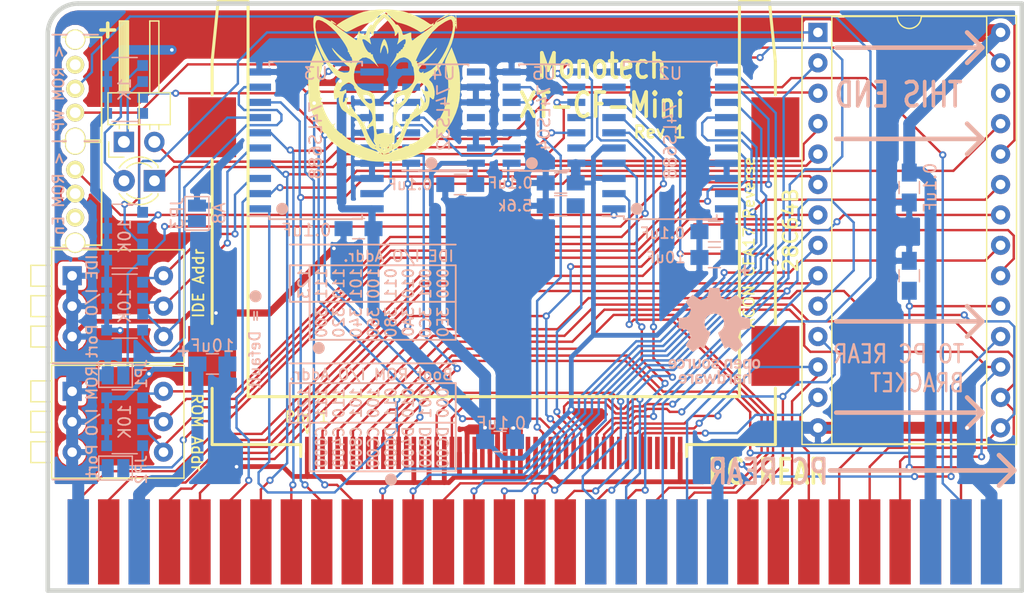
<source format=kicad_pcb>
(kicad_pcb (version 20171130) (host pcbnew "(5.0.1)-3")
  (title_block (date "6 apr 2013"))
  (layers (0 Front signal) (31 Back signal) (36 B.SilkS user) (37 F.SilkS user) (38 B.Mask user) (39 F.Mask user) (44 Edge.Cuts user))
  (net 0 "")
  (net 1 /A0)
  (net 2 /A1)
  (net 3 /A10)
  (net 4 /A11)
  (net 5 /A12)
  (net 6 /A13)
  (net 7 /A14)
  (net 8 /A15)
  (net 9 /A16)
  (net 10 /A17)
  (net 11 /A18)
  (net 12 /A19)
  (net 13 /A2)
  (net 14 /A3)
  (net 15 /A4)
  (net 16 /A5)
  (net 17 /A6)
  (net 18 /A7)
  (net 19 /A8)
  (net 20 /A9)
  (net 21 /AEN)
  (net 22 /CF_DMARQ)
  (net 23 /CF_IORDY)
  (net 24 /D0)
  (net 25 /D1)
  (net 26 /D2)
  (net 27 /D3)
  (net 28 /D4)
  (net 29 /D5)
  (net 30 /D6)
  (net 31 /D7)
  (net 32 /RDY/~BUSY)
  (net 33 /RESETDRV)
  (net 34 /~CF_CS0)
  (net 35 /~CF_CS1)
  (net 36 /~CF_DASP)
  (net 37 /~CF_RESET)
  (net 38 /~IOR)
  (net 39 /~IOW)
  (net 40 /~MEMR)
  (net 41 /~MEMW)
  (net 42 /~ROMW)
  (net 43 /~ROM_CS)
  (net 44 GND)
  (net 45 VCC)
  (net 46 "Net-(D1-Pad2)")
  (net 47 "Net-(D1-Pad1)")
  (net 48 "Net-(P2-Pad2)")
  (net 49 "Net-(P2-Pad1)")
  (net 50 "Net-(U3-Pad19)")
  (net 51 "Net-(U4-Pad4)")
  (net 52 "Net-(U5-Pad11)")
  (net 53 "Net-(RN1-Pad2)")
  (net 54 "Net-(RN1-Pad3)")
  (net 55 "Net-(RN1-Pad1)")
  (net 56 "Net-(RN2-Pad2)")
  (net 57 "Net-(RN3-Pad2)")
  (net 58 "Net-(RN3-Pad3)")
  (net 59 "Net-(RN3-Pad1)")
  (net 60 "Net-(JP1-Pad2)")
  (net 61 "Net-(JP2-Pad2)")
  (net 62 "Net-(JP3-Pad2)")
  (module Custom:CF_Slot_ACON_CFA17_Reverse (layer Front) (at 138.811 117.729 180)
    (fp_text reference P1)
    (fp_text value CF_CARD)
    (fp_text user "Pin 1" (at 15.6 -2.4 180) (layer F.SilkS) (effects (font (size 0.9 0.9) (thickness 0.1524))))
    (fp_text user "ACON CFA17 Reverse" (at -21.3 12.2 270) (layer F.SilkS) (effects (font (size 0.9 0.9) (thickness 0.1524))))
    (fp_text user > (at 15.5 -3.4 270 unlocked) (layer F.SilkS) (effects (font (size 0.9 0.9) (thickness 0.1524))))
    (pad 50 smd rect (at -15.5575 -5.4 180) (size 0.381 2.7) (layers Front F.Paste F.Mask) (net 44 GND))
    (pad 49 smd rect (at -14.2875 -5.4 180) (size 0.381 2.7) (layers Front F.Paste F.Mask))
    (pad 48 smd rect (at -13.0175 -5.4 180) (size 0.381 2.7) (layers Front F.Paste F.Mask))
    (pad 47 smd rect (at -11.7475 -5.4 180) (size 0.381 2.7) (layers Front F.Paste F.Mask))
    (pad 46 smd rect (at -10.4775 -5.4 180) (size 0.381 2.7) (layers Front F.Paste F.Mask))
    (pad 45 smd rect (at -9.2075 -5.4 180) (size 0.381 2.7) (layers Front F.Paste F.Mask) (net 36 /~CF_DASP))
    (pad 44 smd rect (at -7.9375 -5.4 180) (size 0.381 2.7) (layers Front F.Paste F.Mask) (net 45 VCC))
    (pad 43 smd rect (at -6.6675 -5.4 180) (size 0.381 2.7) (layers Front F.Paste F.Mask) (net 22 /CF_DMARQ))
    (pad 42 smd rect (at -5.3975 -5.4 180) (size 0.381 2.7) (layers Front F.Paste F.Mask) (net 23 /CF_IORDY))
    (pad 41 smd rect (at -4.1275 -5.4 180) (size 0.381 2.7) (layers Front F.Paste F.Mask) (net 37 /~CF_RESET))
    (pad 40 smd rect (at -2.8575 -5.4 180) (size 0.381 2.7) (layers Front F.Paste F.Mask))
    (pad 39 smd rect (at -1.5875 -5.4 180) (size 0.381 2.7) (layers Front F.Paste F.Mask) (net 44 GND))
    (pad 38 smd rect (at -0.3175 -5.4 180) (size 0.381 2.7) (layers Front F.Paste F.Mask) (net 45 VCC))
    (pad 37 smd rect (at 0.9525 -5.4 180) (size 0.381 2.7) (layers Front F.Paste F.Mask))
    (pad 36 smd rect (at 2.2225 -5.4 180) (size 0.381 2.7) (layers Front F.Paste F.Mask) (net 45 VCC))
    (pad 35 smd rect (at 3.4925 -5.4 180) (size 0.381 2.7) (layers Front F.Paste F.Mask) (net 39 /~IOW))
    (pad 34 smd rect (at 4.7625 -5.4 180) (size 0.381 2.7) (layers Front F.Paste F.Mask) (net 38 /~IOR))
    (pad 33 smd rect (at 6.0325 -5.4 180) (size 0.381 2.7) (layers Front F.Paste F.Mask))
    (pad 32 smd rect (at 7.3025 -5.4 180) (size 0.381 2.7) (layers Front F.Paste F.Mask) (net 35 /~CF_CS1))
    (pad 31 smd rect (at 8.5725 -5.4 180) (size 0.381 2.7) (layers Front F.Paste F.Mask))
    (pad 30 smd rect (at 9.8425 -5.4 180) (size 0.381 2.7) (layers Front F.Paste F.Mask))
    (pad 29 smd rect (at 11.1125 -5.4 180) (size 0.381 2.7) (layers Front F.Paste F.Mask))
    (pad 28 smd rect (at 12.3825 -5.4 180) (size 0.381 2.7) (layers Front F.Paste F.Mask))
    (pad 27 smd rect (at 13.6525 -5.4 180) (size 0.381 2.7) (layers Front F.Paste F.Mask))
    (pad 25 smd rect (at -14.9225 -5.4 180) (size 0.381 2.7) (layers Front F.Paste F.Mask))
    (pad 24 smd rect (at -13.6525 -5.4 180) (size 0.381 2.7) (layers Front F.Paste F.Mask))
    (pad 23 smd rect (at -12.3825 -5.4 180) (size 0.381 2.7) (layers Front F.Paste F.Mask) (net 26 /D2))
    (pad 22 smd rect (at -11.1125 -5.4 180) (size 0.381 2.7) (layers Front F.Paste F.Mask) (net 25 /D1))
    (pad 21 smd rect (at -9.8425 -5.4 180) (size 0.381 2.7) (layers Front F.Paste F.Mask) (net 24 /D0))
    (pad 20 smd rect (at -8.5725 -5.4 180) (size 0.381 2.7) (layers Front F.Paste F.Mask) (net 2 /A1))
    (pad 19 smd rect (at -7.3025 -5.4 180) (size 0.381 2.7) (layers Front F.Paste F.Mask) (net 13 /A2))
    (pad 18 smd rect (at -6.0325 -5.4 180) (size 0.381 2.7) (layers Front F.Paste F.Mask) (net 14 /A3))
    (pad 17 smd rect (at -4.7625 -5.4 180) (size 0.381 2.7) (layers Front F.Paste F.Mask) (net 44 GND))
    (pad 16 smd rect (at -3.4925 -5.4 180) (size 0.381 2.7) (layers Front F.Paste F.Mask) (net 44 GND))
    (pad 15 smd rect (at -2.2225 -5.4 180) (size 0.381 2.7) (layers Front F.Paste F.Mask) (net 44 GND))
    (pad 14 smd rect (at -0.9525 -5.4 180) (size 0.381 2.7) (layers Front F.Paste F.Mask) (net 44 GND))
    (pad 13 smd rect (at 0.3175 -5.4 180) (size 0.381 2.7) (layers Front F.Paste F.Mask) (net 45 VCC))
    (pad 12 smd rect (at 1.5875 -5.4 180) (size 0.381 2.7) (layers Front F.Paste F.Mask) (net 44 GND))
    (pad 11 smd rect (at 2.8575 -5.4 180) (size 0.381 2.7) (layers Front F.Paste F.Mask) (net 44 GND))
    (pad 10 smd rect (at 4.1275 -5.4 180) (size 0.381 2.7) (layers Front F.Paste F.Mask) (net 44 GND))
    (pad 9 smd rect (at 5.3975 -5.4 180) (size 0.381 2.7) (layers Front F.Paste F.Mask) (net 44 GND))
    (pad 8 smd rect (at 6.6675 -5.4 180) (size 0.381 2.7) (layers Front F.Paste F.Mask) (net 44 GND))
    (pad 7 smd rect (at 7.9375 -5.4 180) (size 0.381 2.7) (layers Front F.Paste F.Mask) (net 34 /~CF_CS0))
    (pad 6 smd rect (at 9.2075 -5.4 180) (size 0.381 2.7) (layers Front F.Paste F.Mask) (net 31 /D7))
    (pad 5 smd rect (at 10.4775 -5.4 180) (size 0.381 2.7) (layers Front F.Paste F.Mask) (net 30 /D6))
    (pad 4 smd rect (at 11.7475 -5.4 180) (size 0.381 2.7) (layers Front F.Paste F.Mask) (net 29 /D5))
    (pad 3 smd rect (at 13.0175 -5.4 180) (size 0.381 2.7) (layers Front F.Paste F.Mask) (net 28 /D4))
    (pad 2 smd rect (at 14.2875 -5.4 180) (size 0.381 2.7) (layers Front F.Paste F.Mask) (net 27 /D3))
    (pad "" smd rect (at 23.5 21.8 180) (size 4 5) (layers Front F.Paste F.Mask))
    (pad "" smd rect (at -23.5 21.8 180) (size 4 5) (layers Front F.Paste F.Mask))
    (pad "" smd rect (at 23.5 2.7 180) (size 4 5) (layers Front F.Paste F.Mask))
    (pad "" smd rect (at -23.5 2.7 180) (size 4 5) (layers Front F.Paste F.Mask))
    (pad "" np_thru_hole circle (at 22.5 26 180) (size 1 1) (drill 1) (layers *.Cu *.Mask))
    (pad "" np_thru_hole circle (at -22.5 26 180) (size 1 1) (drill 1) (layers *.Cu *.Mask))
    (pad 1 smd rect (at 15.5575 -5.4 180) (size 0.381 2.7) (layers Front F.Paste F.Mask) (net 44 GND))
    (pad 26 smd rect (at 14.9225 -5.4 180) (size 0.381 2.7) (layers Front F.Paste F.Mask))
    (pad "" np_thru_hole circle (at -20.1 -2.3 180) (size 1.6 1.6) (drill 1.6) (layers *.Cu *.Mask))
    (pad "" np_thru_hole circle (at 20.1 -2.3 180) (size 1.6 1.6) (drill 1.6) (layers *.Cu *.Mask))
  )
  (module Custom:Monotech_Logo_150 (layer Front) (at 129.667 92.456)
    (fp_text reference G*** hide)
    (fp_text value LOGO hide)
  )
  (module Custom:SolderJumper-2_P1.3mm_Open_Pad1.0x1.5mm (layer Back) (at 114.046 103.124 270)
    (fp_text reference JP3 (at 0 1.651 270) (layer B.SilkS) (effects (justify mirror)))
    (fp_text value A8 (at 0 -1.8415 270) (layer B.SilkS) (effects (justify mirror)))
    (pad 1 smd rect (at -0.65 0 270) (size 1 1.5) (layers Back B.Mask) (net 44 GND))
    (pad 2 smd rect (at 0.65 0 270) (size 1 1.5) (layers Back B.Mask) (net 62 "Net-(JP3-Pad2)"))
  )
  (module Custom:ISA-8BIT-XT-CF (layer Front) (at 142.24 130.81)
    (fp_text reference BUS1 hide)
    (fp_text value BUSPC_DEV hide)
    (pad 1 connect rect (at 38.1 -0.254) (size 1.778 7.112) (layers Back B.Mask) (net 44 GND))
    (pad 2 connect rect (at 35.56 -0.254) (size 1.778 7.112) (layers Back B.Mask) (net 33 /RESETDRV))
    (pad 3 connect rect (at 33.02 -0.254) (size 1.778 7.112) (layers Back B.Mask) (net 45 VCC))
    (pad 11 connect rect (at 12.7 -0.254) (size 1.778 7.112) (layers Back B.Mask) (net 41 /~MEMW))
    (pad 12 connect rect (at 10.16 -0.254) (size 1.778 7.112) (layers Back B.Mask) (net 40 /~MEMR))
    (pad 13 connect rect (at 7.62 -0.254) (size 1.778 7.112) (layers Back B.Mask) (net 39 /~IOW))
    (pad 14 connect rect (at 5.08 -0.254) (size 1.778 7.112) (layers Back B.Mask) (net 38 /~IOR))
    (pad 29 connect rect (at -33.02 -0.254) (size 1.778 7.112) (layers Back B.Mask) (net 45 VCC))
    (pad 31 connect rect (at -38.1 -0.254) (size 1.778 7.112) (layers Back B.Mask) (net 44 GND))
    (pad 33 connect rect (at 35.56 -0.254) (size 1.778 7.112) (layers Front F.Mask) (net 31 /D7))
    (pad 34 connect rect (at 33.02 -0.254) (size 1.778 7.112) (layers Front F.Mask) (net 30 /D6))
    (pad 35 connect rect (at 30.48 -0.254) (size 1.778 7.112) (layers Front F.Mask) (net 29 /D5))
    (pad 36 connect rect (at 27.94 -0.254) (size 1.778 7.112) (layers Front F.Mask) (net 28 /D4))
    (pad 37 connect rect (at 25.4 -0.254) (size 1.778 7.112) (layers Front F.Mask) (net 27 /D3))
    (pad 38 connect rect (at 22.86 -0.254) (size 1.778 7.112) (layers Front F.Mask) (net 26 /D2))
    (pad 39 connect rect (at 20.32 -0.254) (size 1.778 7.112) (layers Front F.Mask) (net 25 /D1))
    (pad 40 connect rect (at 17.78 -0.254) (size 1.778 7.112) (layers Front F.Mask) (net 24 /D0))
    (pad 42 connect rect (at 12.7 -0.254) (size 1.778 7.112) (layers Front F.Mask) (net 21 /AEN))
    (pad 43 connect rect (at 10.16 -0.254) (size 1.778 7.112) (layers Front F.Mask) (net 12 /A19))
    (pad 44 connect rect (at 7.62 -0.254) (size 1.778 7.112) (layers Front F.Mask) (net 11 /A18))
    (pad 45 connect rect (at 5.08 -0.254) (size 1.778 7.112) (layers Front F.Mask) (net 10 /A17))
    (pad 46 connect rect (at 2.54 -0.254) (size 1.778 7.112) (layers Front F.Mask) (net 9 /A16))
    (pad 47 connect rect (at 0 -0.254) (size 1.778 7.112) (layers Front F.Mask) (net 8 /A15))
    (pad 48 connect rect (at -2.54 -0.254) (size 1.778 7.112) (layers Front F.Mask) (net 7 /A14))
    (pad 49 connect rect (at -5.08 -0.254) (size 1.778 7.112) (layers Front F.Mask) (net 6 /A13))
    (pad 50 connect rect (at -7.62 -0.254) (size 1.778 7.112) (layers Front F.Mask) (net 5 /A12))
    (pad 51 connect rect (at -10.16 -0.254) (size 1.778 7.112) (layers Front F.Mask) (net 4 /A11))
    (pad 52 connect rect (at -12.7 -0.254) (size 1.778 7.112) (layers Front F.Mask) (net 3 /A10))
    (pad 53 connect rect (at -15.24 -0.254) (size 1.778 7.112) (layers Front F.Mask) (net 20 /A9))
    (pad 54 connect rect (at -17.78 -0.254) (size 1.778 7.112) (layers Front F.Mask) (net 19 /A8))
    (pad 55 connect rect (at -20.32 -0.254) (size 1.778 7.112) (layers Front F.Mask) (net 18 /A7))
    (pad 56 connect rect (at -22.86 -0.254) (size 1.778 7.112) (layers Front F.Mask) (net 17 /A6))
    (pad 57 connect rect (at -25.4 -0.254) (size 1.778 7.112) (layers Front F.Mask) (net 16 /A5))
    (pad 58 connect rect (at -27.94 -0.254) (size 1.778 7.112) (layers Front F.Mask) (net 15 /A4))
    (pad 59 connect rect (at -30.48 -0.254) (size 1.778 7.112) (layers Front F.Mask) (net 14 /A3))
    (pad 60 connect rect (at -33.02 -0.254) (size 1.778 7.112) (layers Front F.Mask) (net 13 /A2))
    (pad 61 connect rect (at -35.56 -0.254) (size 1.778 7.112) (layers Front F.Mask) (net 2 /A1))
    (pad 62 connect rect (at -38.1 -0.254) (size 1.778 7.112) (layers Front F.Mask) (net 1 /A0))
    (pad 10 connect rect (at 15.24 -0.254) (size 1.778 7.112) (layers Back B.Mask) (net 44 GND))
  )
  (module Capacitors_SMD:C_0805_HandSoldering (layer Back) (at 173.482 100.965 270)
    (fp_text reference C1)
    (fp_text value 0.1uF (at 0 -1.75 270) (layer B.SilkS) (effects (justify mirror)))
    (pad 2 smd rect (at 1.25 0 270) (size 1.5 1.25) (layers Back B.Paste B.Mask) (net 44 GND))
    (pad 1 smd rect (at -1.25 0 270) (size 1.5 1.25) (layers Back B.Paste B.Mask) (net 45 VCC))
  )
  (module Capacitors_SMD:C_0805_HandSoldering (layer Back) (at 157.226 104.648 180)
    (fp_text reference C2)
    (fp_text value 0.1uF (at 4.318 -0.127 180) (layer B.SilkS) (effects (font (size 0.9 0.9) (thickness 0.1524)) (justify mirror)))
    (pad 2 smd rect (at 1.25 0 180) (size 1.5 1.25) (layers Back B.Paste B.Mask) (net 44 GND))
    (pad 1 smd rect (at -1.25 0 180) (size 1.5 1.25) (layers Back B.Paste B.Mask) (net 45 VCC))
  )
  (module Capacitors_SMD:C_0805_HandSoldering (layer Back) (at 144.399 100.584 180)
    (fp_text reference C3)
    (fp_text value 0.1uF (at 4.191 0 180) (layer B.SilkS) (effects (font (size 0.9 0.9) (thickness 0.1524)) (justify mirror)))
    (pad 1 smd rect (at -1.25 0 180) (size 1.5 1.25) (layers Back B.Paste B.Mask) (net 45 VCC))
    (pad 2 smd rect (at 1.25 0 180) (size 1.5 1.25) (layers Back B.Paste B.Mask) (net 44 GND))
  )
  (module Capacitors_SMD:C_0805_HandSoldering (layer Back) (at 136.017 100.711 180)
    (fp_text reference C4)
    (fp_text value 0.1uF (at 4.191 0 180) (layer B.SilkS) (effects (font (size 0.9 0.9) (thickness 0.1524)) (justify mirror)))
    (pad 2 smd rect (at 1.25 0 180) (size 1.5 1.25) (layers Back B.Paste B.Mask) (net 44 GND))
    (pad 1 smd rect (at -1.25 0 180) (size 1.5 1.25) (layers Back B.Paste B.Mask) (net 45 VCC))
  )
  (module Capacitors_SMD:C_0805_HandSoldering (layer Back) (at 127.528 104.394 180)
    (fp_text reference C5)
    (fp_text value 0.1uF (at 4.338 -0.127 180) (layer B.SilkS) (effects (justify mirror)))
    (pad 2 smd rect (at 1.25 0 180) (size 1.5 1.25) (layers Back B.Paste B.Mask) (net 44 GND))
    (pad 1 smd rect (at -1.25 0 180) (size 1.5 1.25) (layers Back B.Paste B.Mask) (net 45 VCC))
  )
  (module Capacitors_SMD:C_0805_HandSoldering (layer Back) (at 139.339 122.174)
    (fp_text reference C6)
    (fp_text value 0.1uF (at 0.107 -1.524) (layer B.SilkS) (effects (justify mirror)))
    (pad 2 smd rect (at 1.25 0) (size 1.5 1.25) (layers Back B.Paste B.Mask) (net 44 GND))
    (pad 1 smd rect (at -1.25 0) (size 1.5 1.25) (layers Back B.Paste B.Mask) (net 45 VCC))
  )
  (module Custom:CKCOMP-OS102011MA1QN1 (layer Front) (at 103.886 101.473 270)
    (fp_text reference SW1)
    (fp_text value "ROM Enable")
    (pad "" thru_hole circle (at -4.1 0 270) (size 1.7 1.7) (drill 1.5) (layers *.Cu *.Mask F.SilkS))
    (pad "" thru_hole circle (at 4.1 0 270) (size 1.7 1.7) (drill 1.5) (layers *.Cu *.Mask F.SilkS))
    (pad 3 thru_hole circle (at 2 0 270) (size 1.5 1.5) (drill 0.9) (layers *.Cu *.Mask F.SilkS))
    (pad 2 thru_hole circle (at 0 0 270) (size 1.5 1.5) (drill 0.9) (layers *.Cu *.Mask F.SilkS) (net 44 GND))
    (pad 1 thru_hole circle (at -2 0 270) (size 1.5 1.5) (drill 0.9) (layers *.Cu *.Mask F.SilkS) (net 56 "Net-(RN2-Pad2)"))
  )
  (module Custom:CKCOMP-OS102011MA1QN1 (layer Front) (at 103.886 92.71 270)
    (fp_text reference SW2)
    (fp_text value "ROM Write Enable")
    (pad "" thru_hole circle (at -4.1 0 270) (size 1.7 1.7) (drill 1.5) (layers *.Cu *.Mask F.SilkS))
    (pad "" thru_hole circle (at 4.1 0 270) (size 1.7 1.7) (drill 1.5) (layers *.Cu *.Mask F.SilkS))
    (pad 3 thru_hole circle (at 2 0 270) (size 1.5 1.5) (drill 0.9) (layers *.Cu *.Mask F.SilkS) (net 42 /~ROMW))
    (pad 2 thru_hole circle (at 0 0 270) (size 1.5 1.5) (drill 0.9) (layers *.Cu *.Mask F.SilkS) (net 41 /~MEMW))
    (pad 1 thru_hole circle (at -2 0 270) (size 1.5 1.5) (drill 0.9) (layers *.Cu *.Mask F.SilkS))
  )
  (module Housings_DIP:DIP-28_W15.24mm_Socket (layer Front) (at 165.862 88.011)
    (fp_text reference U1)
    (fp_text value 28C64)
    (pad 28 thru_hole oval (at 15.24 0) (size 1.6 1.6) (drill 0.8) (layers *.Cu *.Mask) (net 45 VCC))
    (pad 14 thru_hole oval (at 0 33.02) (size 1.6 1.6) (drill 0.8) (layers *.Cu *.Mask) (net 44 GND))
    (pad 27 thru_hole oval (at 15.24 2.54) (size 1.6 1.6) (drill 0.8) (layers *.Cu *.Mask) (net 42 /~ROMW))
    (pad 13 thru_hole oval (at 0 30.48) (size 1.6 1.6) (drill 0.8) (layers *.Cu *.Mask) (net 26 /D2))
    (pad 26 thru_hole oval (at 15.24 5.08) (size 1.6 1.6) (drill 0.8) (layers *.Cu *.Mask))
    (pad 12 thru_hole oval (at 0 27.94) (size 1.6 1.6) (drill 0.8) (layers *.Cu *.Mask) (net 25 /D1))
    (pad 25 thru_hole oval (at 15.24 7.62) (size 1.6 1.6) (drill 0.8) (layers *.Cu *.Mask) (net 19 /A8))
    (pad 11 thru_hole oval (at 0 25.4) (size 1.6 1.6) (drill 0.8) (layers *.Cu *.Mask) (net 24 /D0))
    (pad 24 thru_hole oval (at 15.24 10.16) (size 1.6 1.6) (drill 0.8) (layers *.Cu *.Mask) (net 20 /A9))
    (pad 10 thru_hole oval (at 0 22.86) (size 1.6 1.6) (drill 0.8) (layers *.Cu *.Mask) (net 1 /A0))
    (pad 23 thru_hole oval (at 15.24 12.7) (size 1.6 1.6) (drill 0.8) (layers *.Cu *.Mask) (net 4 /A11))
    (pad 9 thru_hole oval (at 0 20.32) (size 1.6 1.6) (drill 0.8) (layers *.Cu *.Mask) (net 2 /A1))
    (pad 22 thru_hole oval (at 15.24 15.24) (size 1.6 1.6) (drill 0.8) (layers *.Cu *.Mask) (net 40 /~MEMR))
    (pad 8 thru_hole oval (at 0 17.78) (size 1.6 1.6) (drill 0.8) (layers *.Cu *.Mask) (net 13 /A2))
    (pad 21 thru_hole oval (at 15.24 17.78) (size 1.6 1.6) (drill 0.8) (layers *.Cu *.Mask) (net 3 /A10))
    (pad 7 thru_hole oval (at 0 15.24) (size 1.6 1.6) (drill 0.8) (layers *.Cu *.Mask) (net 14 /A3))
    (pad 20 thru_hole oval (at 15.24 20.32) (size 1.6 1.6) (drill 0.8) (layers *.Cu *.Mask) (net 43 /~ROM_CS))
    (pad 6 thru_hole oval (at 0 12.7) (size 1.6 1.6) (drill 0.8) (layers *.Cu *.Mask) (net 15 /A4))
    (pad 19 thru_hole oval (at 15.24 22.86) (size 1.6 1.6) (drill 0.8) (layers *.Cu *.Mask) (net 31 /D7))
    (pad 5 thru_hole oval (at 0 10.16) (size 1.6 1.6) (drill 0.8) (layers *.Cu *.Mask) (net 16 /A5))
    (pad 18 thru_hole oval (at 15.24 25.4) (size 1.6 1.6) (drill 0.8) (layers *.Cu *.Mask) (net 30 /D6))
    (pad 4 thru_hole oval (at 0 7.62) (size 1.6 1.6) (drill 0.8) (layers *.Cu *.Mask) (net 17 /A6))
    (pad 17 thru_hole oval (at 15.24 27.94) (size 1.6 1.6) (drill 0.8) (layers *.Cu *.Mask) (net 29 /D5))
    (pad 3 thru_hole oval (at 0 5.08) (size 1.6 1.6) (drill 0.8) (layers *.Cu *.Mask) (net 18 /A7))
    (pad 16 thru_hole oval (at 15.24 30.48) (size 1.6 1.6) (drill 0.8) (layers *.Cu *.Mask) (net 28 /D4))
    (pad 2 thru_hole oval (at 0 2.54) (size 1.6 1.6) (drill 0.8) (layers *.Cu *.Mask) (net 5 /A12))
    (pad 15 thru_hole oval (at 15.24 33.02) (size 1.6 1.6) (drill 0.8) (layers *.Cu *.Mask) (net 27 /D3))
    (pad 1 thru_hole rect (at 0 0) (size 1.6 1.6) (drill 0.8) (layers *.Cu *.Mask) (net 32 /RDY/~BUSY))
  )
  (module Housings_SOIC:SOIC-20W_7.5x12.8mm_Pitch1.27mm (layer Back) (at 153.543 97.029)
    (fp_text reference U2 (at 0 -5.589) (layer B.SilkS) (effects (justify mirror)))
    (fp_text value 74LS688 (at 0.001 0 90) (layer B.SilkS) (effects (justify mirror)))
    (pad 20 smd rect (at 4.7 5.715) (size 1.95 0.6) (layers Back B.Paste B.Mask) (net 45 VCC))
    (pad 19 smd rect (at 4.7 4.445) (size 1.95 0.6) (layers Back B.Paste B.Mask) (net 43 /~ROM_CS))
    (pad 18 smd rect (at 4.7 3.175) (size 1.95 0.6) (layers Back B.Paste B.Mask) (net 44 GND))
    (pad 17 smd rect (at 4.7 1.905) (size 1.95 0.6) (layers Back B.Paste B.Mask) (net 44 GND))
    (pad 16 smd rect (at 4.7 0.635) (size 1.95 0.6) (layers Back B.Paste B.Mask) (net 61 "Net-(JP2-Pad2)"))
    (pad 15 smd rect (at 4.7 -0.635) (size 1.95 0.6) (layers Back B.Paste B.Mask) (net 6 /A13))
    (pad 14 smd rect (at 4.7 -1.905) (size 1.95 0.6) (layers Back B.Paste B.Mask) (net 58 "Net-(RN3-Pad3)"))
    (pad 13 smd rect (at 4.7 -3.175) (size 1.95 0.6) (layers Back B.Paste B.Mask) (net 7 /A14))
    (pad 12 smd rect (at 4.7 -4.445) (size 1.95 0.6) (layers Back B.Paste B.Mask) (net 57 "Net-(RN3-Pad2)"))
    (pad 11 smd rect (at 4.7 -5.715) (size 1.95 0.6) (layers Back B.Paste B.Mask) (net 8 /A15))
    (pad 10 smd rect (at -4.7 -5.715) (size 1.95 0.6) (layers Back B.Paste B.Mask) (net 44 GND))
    (pad 9 smd rect (at -4.7 -4.445) (size 1.95 0.6) (layers Back B.Paste B.Mask) (net 59 "Net-(RN3-Pad1)"))
    (pad 8 smd rect (at -4.7 -3.175) (size 1.95 0.6) (layers Back B.Paste B.Mask) (net 9 /A16))
    (pad 7 smd rect (at -4.7 -1.905) (size 1.95 0.6) (layers Back B.Paste B.Mask) (net 60 "Net-(JP1-Pad2)"))
    (pad 6 smd rect (at -4.7 -0.635) (size 1.95 0.6) (layers Back B.Paste B.Mask) (net 10 /A17))
    (pad 5 smd rect (at -4.7 0.635) (size 1.95 0.6) (layers Back B.Paste B.Mask) (net 45 VCC))
    (pad 4 smd rect (at -4.7 1.905) (size 1.95 0.6) (layers Back B.Paste B.Mask) (net 11 /A18))
    (pad 3 smd rect (at -4.7 3.175) (size 1.95 0.6) (layers Back B.Paste B.Mask) (net 45 VCC))
    (pad 2 smd rect (at -4.7 4.445) (size 1.95 0.6) (layers Back B.Paste B.Mask) (net 12 /A19))
    (pad 1 smd rect (at -4.7 5.715) (size 1.95 0.6) (layers Back B.Paste B.Mask) (net 56 "Net-(RN2-Pad2)"))
  )
  (module Housings_SOIC:SOIC-20W_7.5x12.8mm_Pitch1.27mm (layer Back) (at 123.952 97.028)
    (fp_text reference U3 (at 0 -5.588) (layer B.SilkS) (effects (justify mirror)))
    (fp_text value 74LS688 (at 0 0 90) (layer B.SilkS) (effects (justify mirror)))
    (pad 1 smd rect (at -4.7 5.715) (size 1.95 0.6) (layers Back B.Paste B.Mask) (net 21 /AEN))
    (pad 2 smd rect (at -4.7 4.445) (size 1.95 0.6) (layers Back B.Paste B.Mask) (net 16 /A5))
    (pad 3 smd rect (at -4.7 3.175) (size 1.95 0.6) (layers Back B.Paste B.Mask) (net 55 "Net-(RN1-Pad1)"))
    (pad 4 smd rect (at -4.7 1.905) (size 1.95 0.6) (layers Back B.Paste B.Mask) (net 17 /A6))
    (pad 5 smd rect (at -4.7 0.635) (size 1.95 0.6) (layers Back B.Paste B.Mask) (net 53 "Net-(RN1-Pad2)"))
    (pad 6 smd rect (at -4.7 -0.635) (size 1.95 0.6) (layers Back B.Paste B.Mask) (net 18 /A7))
    (pad 7 smd rect (at -4.7 -1.905) (size 1.95 0.6) (layers Back B.Paste B.Mask) (net 54 "Net-(RN1-Pad3)"))
    (pad 8 smd rect (at -4.7 -3.175) (size 1.95 0.6) (layers Back B.Paste B.Mask) (net 19 /A8))
    (pad 9 smd rect (at -4.7 -4.445) (size 1.95 0.6) (layers Back B.Paste B.Mask) (net 62 "Net-(JP3-Pad2)"))
    (pad 10 smd rect (at -4.7 -5.715) (size 1.95 0.6) (layers Back B.Paste B.Mask) (net 44 GND))
    (pad 11 smd rect (at 4.7 -5.715) (size 1.95 0.6) (layers Back B.Paste B.Mask) (net 20 /A9))
    (pad 12 smd rect (at 4.7 -4.445) (size 1.95 0.6) (layers Back B.Paste B.Mask) (net 45 VCC))
    (pad 13 smd rect (at 4.7 -3.175) (size 1.95 0.6) (layers Back B.Paste B.Mask) (net 44 GND))
    (pad 14 smd rect (at 4.7 -1.905) (size 1.95 0.6) (layers Back B.Paste B.Mask) (net 44 GND))
    (pad 15 smd rect (at 4.7 -0.635) (size 1.95 0.6) (layers Back B.Paste B.Mask) (net 44 GND))
    (pad 16 smd rect (at 4.7 0.635) (size 1.95 0.6) (layers Back B.Paste B.Mask) (net 44 GND))
    (pad 17 smd rect (at 4.7 1.905) (size 1.95 0.6) (layers Back B.Paste B.Mask) (net 44 GND))
    (pad 18 smd rect (at 4.7 3.175) (size 1.95 0.6) (layers Back B.Paste B.Mask) (net 44 GND))
    (pad 19 smd rect (at 4.7 4.445) (size 1.95 0.6) (layers Back B.Paste B.Mask) (net 50 "Net-(U3-Pad19)"))
    (pad 20 smd rect (at 4.7 5.715) (size 1.95 0.6) (layers Back B.Paste B.Mask) (net 45 VCC))
  )
  (module Housings_SOIC:SOIC-14_3.9x8.7mm_Pitch1.27mm (layer Back) (at 134.62 95.123)
    (fp_text reference U4 (at 0 -3.683) (layer B.SilkS) (effects (justify mirror)))
    (fp_text value 74LS32 (at 0 0 90) (layer B.SilkS) (effects (justify mirror)))
    (pad 1 smd rect (at -2.7 3.81) (size 1.5 0.6) (layers Back B.Paste B.Mask) (net 15 /A4))
    (pad 2 smd rect (at -2.7 2.54) (size 1.5 0.6) (layers Back B.Paste B.Mask) (net 50 "Net-(U3-Pad19)"))
    (pad 3 smd rect (at -2.7 1.27) (size 1.5 0.6) (layers Back B.Paste B.Mask) (net 34 /~CF_CS0))
    (pad 4 smd rect (at -2.7 0) (size 1.5 0.6) (layers Back B.Paste B.Mask) (net 51 "Net-(U4-Pad4)"))
    (pad 5 smd rect (at -2.7 -1.27) (size 1.5 0.6) (layers Back B.Paste B.Mask) (net 50 "Net-(U3-Pad19)"))
    (pad 6 smd rect (at -2.7 -2.54) (size 1.5 0.6) (layers Back B.Paste B.Mask) (net 35 /~CF_CS1))
    (pad 7 smd rect (at -2.7 -3.81) (size 1.5 0.6) (layers Back B.Paste B.Mask) (net 44 GND))
    (pad 8 smd rect (at 2.7 -3.81) (size 1.5 0.6) (layers Back B.Paste B.Mask))
    (pad 9 smd rect (at 2.7 -2.54) (size 1.5 0.6) (layers Back B.Paste B.Mask) (net 44 GND))
    (pad 10 smd rect (at 2.7 -1.27) (size 1.5 0.6) (layers Back B.Paste B.Mask) (net 44 GND))
    (pad 11 smd rect (at 2.7 0) (size 1.5 0.6) (layers Back B.Paste B.Mask))
    (pad 12 smd rect (at 2.7 1.27) (size 1.5 0.6) (layers Back B.Paste B.Mask) (net 44 GND))
    (pad 13 smd rect (at 2.7 2.54) (size 1.5 0.6) (layers Back B.Paste B.Mask) (net 44 GND))
    (pad 14 smd rect (at 2.7 3.81) (size 1.5 0.6) (layers Back B.Paste B.Mask) (net 45 VCC))
  )
  (module Housings_SOIC:SOIC-14_3.9x8.7mm_Pitch1.27mm (layer Back) (at 143.002 95.123)
    (fp_text reference U5 (at 0 -3.683) (layer B.SilkS) (effects (justify mirror)))
    (fp_text value 74LS04 (at 0 0 90 unlocked) (layer B.SilkS) (effects (justify mirror)))
    (pad 14 smd rect (at 2.7 3.81) (size 1.5 0.6) (layers Back B.Paste B.Mask) (net 45 VCC))
    (pad 13 smd rect (at 2.7 2.54) (size 1.5 0.6) (layers Back B.Paste B.Mask) (net 52 "Net-(U5-Pad11)"))
    (pad 12 smd rect (at 2.7 1.27) (size 1.5 0.6) (layers Back B.Paste B.Mask) (net 48 "Net-(P2-Pad2)"))
    (pad 11 smd rect (at 2.7 0) (size 1.5 0.6) (layers Back B.Paste B.Mask) (net 52 "Net-(U5-Pad11)"))
    (pad 10 smd rect (at 2.7 -1.27) (size 1.5 0.6) (layers Back B.Paste B.Mask) (net 47 "Net-(D1-Pad1)"))
    (pad 9 smd rect (at 2.7 -2.54) (size 1.5 0.6) (layers Back B.Paste B.Mask) (net 36 /~CF_DASP))
    (pad 8 smd rect (at 2.7 -3.81) (size 1.5 0.6) (layers Back B.Paste B.Mask) (net 52 "Net-(U5-Pad11)"))
    (pad 7 smd rect (at -2.7 -3.81) (size 1.5 0.6) (layers Back B.Paste B.Mask) (net 44 GND))
    (pad 6 smd rect (at -2.7 -2.54) (size 1.5 0.6) (layers Back B.Paste B.Mask) (net 37 /~CF_RESET))
    (pad 5 smd rect (at -2.7 -1.27) (size 1.5 0.6) (layers Back B.Paste B.Mask) (net 33 /RESETDRV))
    (pad 4 smd rect (at -2.7 0) (size 1.5 0.6) (layers Back B.Paste B.Mask))
    (pad 3 smd rect (at -2.7 1.27) (size 1.5 0.6) (layers Back B.Paste B.Mask) (net 44 GND))
    (pad 2 smd rect (at -2.7 2.54) (size 1.5 0.6) (layers Back B.Paste B.Mask) (net 51 "Net-(U4-Pad4)"))
    (pad 1 smd rect (at -2.7 3.81) (size 1.5 0.6) (layers Back B.Paste B.Mask) (net 15 /A4))
  )
  (module Buttons_Switches_THT:SW_DIP_x3_W7.62mm_Piano (layer Front) (at 103.632 108.331)
    (fp_text reference SW4)
    (fp_text value "IDE Addr" (at 10.541 0.635 -90) (layer F.SilkS) (effects (font (size 0.9 0.9) (thickness 0.1524))))
    (pad 6 thru_hole oval (at 7.62 0) (size 1.6 1.6) (drill 0.8) (layers *.Cu *.Mask) (net 55 "Net-(RN1-Pad1)"))
    (pad 3 thru_hole oval (at 0 5.08) (size 1.6 1.6) (drill 0.8) (layers *.Cu *.Mask) (net 44 GND))
    (pad 5 thru_hole oval (at 7.62 2.54) (size 1.6 1.6) (drill 0.8) (layers *.Cu *.Mask) (net 53 "Net-(RN1-Pad2)"))
    (pad 2 thru_hole oval (at 0 2.54) (size 1.6 1.6) (drill 0.8) (layers *.Cu *.Mask) (net 44 GND))
    (pad 4 thru_hole oval (at 7.62 5.08) (size 1.6 1.6) (drill 0.8) (layers *.Cu *.Mask) (net 54 "Net-(RN1-Pad3)"))
    (pad 1 thru_hole rect (at 0 0) (size 1.6 1.6) (drill 0.8) (layers *.Cu *.Mask) (net 44 GND))
  )
  (module Custom:SolderJumper-2_P1.3mm_Open_Pad1.0x1.5mm (layer Back) (at 107.2515 116.6495)
    (fp_text reference JP1 (at 2.159 -0.127 90) (layer B.SilkS) (effects (font (size 0.9 0.9) (thickness 0.1524)) (justify mirror)))
    (fp_text value A17)
    (pad 2 smd rect (at 0.65 0) (size 1 1.5) (layers Back B.Mask) (net 60 "Net-(JP1-Pad2)"))
    (pad 1 smd rect (at -0.65 0) (size 1 1.5) (layers Back B.Mask) (net 44 GND))
  )
  (module Capacitors_SMD:C_0805_HandSoldering (layer Back) (at 115.336 115.697)
    (fp_text reference C7)
    (fp_text value 10uF (at 0 -1.524) (layer B.SilkS) (effects (justify mirror)))
    (pad 2 smd rect (at 1.25 0) (size 1.5 1.25) (layers Back B.Paste B.Mask) (net 44 GND))
    (pad 1 smd rect (at -1.25 0) (size 1.5 1.25) (layers Back B.Paste B.Mask) (net 45 VCC))
  )
  (module Capacitors_SMD:C_0805_HandSoldering (layer Back) (at 157.226 106.807 180)
    (fp_text reference C8)
    (fp_text value 10uF (at 4.064 0 180) (layer B.SilkS) (effects (font (size 0.9 0.9) (thickness 0.1524)) (justify mirror)))
    (pad 1 smd rect (at -1.25 0 180) (size 1.5 1.25) (layers Back B.Paste B.Mask) (net 45 VCC))
    (pad 2 smd rect (at 1.25 0 180) (size 1.5 1.25) (layers Back B.Paste B.Mask) (net 44 GND))
  )
  (module LEDs:LED_D3.0mm (layer Front) (at 110.5 100.4 180)
    (fp_text reference D1)
    (fp_text value LED)
    (pad 2 thru_hole circle (at 2.54 0 180) (size 1.8 1.8) (drill 0.9) (layers *.Cu *.Mask) (net 46 "Net-(D1-Pad2)"))
    (pad 1 thru_hole rect (at 0 0 180) (size 1.8 1.8) (drill 0.9) (layers *.Cu *.Mask) (net 47 "Net-(D1-Pad1)"))
  )
  (module Capacitors_SMD:C_0805_HandSoldering (layer Back) (at 144.399 102.489 180)
    (fp_text reference R1)
    (fp_text value 5.6k (at 3.81 0 180) (layer B.SilkS) (effects (font (size 0.9 0.9) (thickness 0.1524)) (justify mirror)))
    (pad 1 smd rect (at -1.25 0 180) (size 1.5 1.25) (layers Back B.Paste B.Mask) (net 22 /CF_DMARQ))
    (pad 2 smd rect (at 1.25 0 180) (size 1.5 1.25) (layers Back B.Paste B.Mask) (net 44 GND))
  )
  (module Custom:SolderJumper-2_P1.3mm_Open_Pad1.0x1.5mm (layer Back) (at 107.2515 124.3965)
    (fp_text reference JP2 (at 2.144 0.127 90) (layer B.SilkS) (effects (font (size 0.9 0.9) (thickness 0.1524)) (justify mirror)))
    (fp_text value A13)
    (pad 2 smd rect (at 0.65 0) (size 1 1.5) (layers Back B.Mask) (net 61 "Net-(JP2-Pad2)"))
    (pad 1 smd rect (at -0.65 0) (size 1 1.5) (layers Back B.Mask) (net 44 GND))
  )
  (module Buttons_Switches_THT:SW_DIP_x3_W7.62mm_Piano (layer Front) (at 103.632 117.983)
    (fp_text reference SW3)
    (fp_text value "ROM Addr" (at 10.414 3.429 -90 unlocked) (layer F.SilkS) (effects (font (size 0.9 0.9) (thickness 0.1524))))
    (pad 6 thru_hole oval (at 7.62 0) (size 1.6 1.6) (drill 0.8) (layers *.Cu *.Mask) (net 59 "Net-(RN3-Pad1)"))
    (pad 3 thru_hole oval (at 0 5.08) (size 1.6 1.6) (drill 0.8) (layers *.Cu *.Mask) (net 44 GND))
    (pad 5 thru_hole oval (at 7.62 2.54) (size 1.6 1.6) (drill 0.8) (layers *.Cu *.Mask) (net 57 "Net-(RN3-Pad2)"))
    (pad 2 thru_hole oval (at 0 2.54) (size 1.6 1.6) (drill 0.8) (layers *.Cu *.Mask) (net 44 GND))
    (pad 4 thru_hole oval (at 7.62 5.08) (size 1.6 1.6) (drill 0.8) (layers *.Cu *.Mask) (net 58 "Net-(RN3-Pad3)"))
    (pad 1 thru_hole rect (at 0 0) (size 1.6 1.6) (drill 0.8) (layers *.Cu *.Mask) (net 44 GND))
  )
  (module Pin_Headers:Pin_Header_Angled_1x02_Pitch2.54mm (layer Front) (at 107.95 97.155 90)
    (fp_text reference P2)
    (fp_text value LED)
    (pad 2 thru_hole oval (at 0 2.54 90) (size 1.7 1.7) (drill 1) (layers *.Cu *.Mask) (net 48 "Net-(P2-Pad2)"))
    (pad 1 thru_hole rect (at 0 0 90) (size 1.7 1.7) (drill 1) (layers *.Cu *.Mask) (net 49 "Net-(P2-Pad1)"))
  )
  (module Capacitors_SMD:C_0805_HandSoldering (layer Back) (at 173.482 108.331 90)
    (fp_text reference R2)
    (fp_text value 10K)
    (pad 2 smd rect (at 1.25 0 90) (size 1.5 1.25) (layers Back B.Paste B.Mask) (net 44 GND))
    (pad 1 smd rect (at -1.25 0 90) (size 1.5 1.25) (layers Back B.Paste B.Mask) (net 31 /D7))
  )
  (module Resistors_SMD:R_Array_Convex_4x1206 (layer Back) (at 108.0135 110.871 180)
    (fp_text reference RN1)
    (fp_text value 10K (at 0 0 270) (layer B.SilkS) (effects (justify mirror)))
    (pad 6 smd rect (at 1.5 -0.66 180) (size 0.9 0.9) (layers Back B.Paste B.Mask) (net 45 VCC))
    (pad 5 smd rect (at 1.5 -2 180) (size 0.9 0.9) (layers Back B.Paste B.Mask) (net 45 VCC))
    (pad 8 smd rect (at 1.5 2 180) (size 0.9 0.9) (layers Back B.Paste B.Mask) (net 45 VCC))
    (pad 7 smd rect (at 1.5 0.66 180) (size 0.9 0.9) (layers Back B.Paste B.Mask) (net 45 VCC))
    (pad 3 smd rect (at -1.5 -0.66 180) (size 0.9 0.9) (layers Back B.Paste B.Mask) (net 54 "Net-(RN1-Pad3)"))
    (pad 2 smd rect (at -1.5 0.66 180) (size 0.9 0.9) (layers Back B.Paste B.Mask) (net 53 "Net-(RN1-Pad2)"))
    (pad 4 smd rect (at -1.5 -2 180) (size 0.9 0.9) (layers Back B.Paste B.Mask) (net 62 "Net-(JP3-Pad2)"))
    (pad 1 smd rect (at -1.5 2 180) (size 0.9 0.9) (layers Back B.Paste B.Mask) (net 55 "Net-(RN1-Pad1)"))
  )
  (module Resistors_SMD:R_Array_Convex_4x1206 (layer Back) (at 108.0135 105.029 180)
    (fp_text reference RN2)
    (fp_text value 10K (at 0 0 270) (layer B.SilkS) (effects (justify mirror)))
    (pad 6 smd rect (at 1.5 -0.66 180) (size 0.9 0.9) (layers Back B.Paste B.Mask) (net 45 VCC))
    (pad 5 smd rect (at 1.5 -2 180) (size 0.9 0.9) (layers Back B.Paste B.Mask) (net 45 VCC))
    (pad 8 smd rect (at 1.5 2 180) (size 0.9 0.9) (layers Back B.Paste B.Mask) (net 45 VCC))
    (pad 7 smd rect (at 1.5 0.66 180) (size 0.9 0.9) (layers Back B.Paste B.Mask) (net 45 VCC))
    (pad 3 smd rect (at -1.5 -0.66 180) (size 0.9 0.9) (layers Back B.Paste B.Mask) (net 42 /~ROMW))
    (pad 2 smd rect (at -1.5 0.66 180) (size 0.9 0.9) (layers Back B.Paste B.Mask) (net 56 "Net-(RN2-Pad2)"))
    (pad 4 smd rect (at -1.5 -2 180) (size 0.9 0.9) (layers Back B.Paste B.Mask) (net 60 "Net-(JP1-Pad2)"))
    (pad 1 smd rect (at -1.5 2 180) (size 0.9 0.9) (layers Back B.Paste B.Mask) (net 32 /RDY/~BUSY))
  )
  (module Resistors_SMD:R_Array_Convex_4x1206 (layer Back) (at 108.0135 120.523 180)
    (fp_text reference RN3)
    (fp_text value 10K (at 0 0 270) (layer B.SilkS) (effects (justify mirror)))
    (pad 1 smd rect (at -1.5 2 180) (size 0.9 0.9) (layers Back B.Paste B.Mask) (net 59 "Net-(RN3-Pad1)"))
    (pad 4 smd rect (at -1.5 -2 180) (size 0.9 0.9) (layers Back B.Paste B.Mask) (net 61 "Net-(JP2-Pad2)"))
    (pad 2 smd rect (at -1.5 0.66 180) (size 0.9 0.9) (layers Back B.Paste B.Mask) (net 57 "Net-(RN3-Pad2)"))
    (pad 3 smd rect (at -1.5 -0.66 180) (size 0.9 0.9) (layers Back B.Paste B.Mask) (net 58 "Net-(RN3-Pad3)"))
    (pad 7 smd rect (at 1.5 0.66 180) (size 0.9 0.9) (layers Back B.Paste B.Mask) (net 45 VCC))
    (pad 8 smd rect (at 1.5 2 180) (size 0.9 0.9) (layers Back B.Paste B.Mask) (net 45 VCC))
    (pad 5 smd rect (at 1.5 -2 180) (size 0.9 0.9) (layers Back B.Paste B.Mask) (net 45 VCC))
    (pad 6 smd rect (at 1.5 -0.66 180) (size 0.9 0.9) (layers Back B.Paste B.Mask) (net 45 VCC))
  )
  (module Resistors_SMD:R_Array_Convex_4x1206 (layer Back) (at 108.0135 92.7735 180)
    (fp_text reference RN4)
    (fp_text value 1K (at 0 0 270) (layer B.SilkS) (effects (justify mirror)))
    (pad 1 smd rect (at -1.5 2 180) (size 0.9 0.9) (layers Back B.Paste B.Mask) (net 46 "Net-(D1-Pad2)"))
    (pad 4 smd rect (at -1.5 -2 180) (size 0.9 0.9) (layers Back B.Paste B.Mask))
    (pad 2 smd rect (at -1.5 0.66 180) (size 0.9 0.9) (layers Back B.Paste B.Mask) (net 49 "Net-(P2-Pad1)"))
    (pad 3 smd rect (at -1.5 -0.66 180) (size 0.9 0.9) (layers Back B.Paste B.Mask) (net 23 /CF_IORDY))
    (pad 7 smd rect (at 1.5 0.66 180) (size 0.9 0.9) (layers Back B.Paste B.Mask) (net 45 VCC))
    (pad 8 smd rect (at 1.5 2 180) (size 0.9 0.9) (layers Back B.Paste B.Mask) (net 45 VCC))
    (pad 5 smd rect (at 1.5 -2 180) (size 0.9 0.9) (layers Back B.Paste B.Mask) (net 45 VCC))
    (pad 6 smd rect (at 1.5 -0.66 180) (size 0.9 0.9) (layers Back B.Paste B.Mask) (net 45 VCC))
  )
  (module Symbols:OSHW-Logo_7.5x8mm_SilkScreen (layer Back) (at 157.226 113.3475 180)
    (fp_text reference REF*** hide)
    (fp_text value OSHW-Logo_7.5x8mm_SilkScreen hide)
  )
  (gr_line (start 105.791 88.2) (end 101.981 88.2) (layer B.SilkS) (width 0.1524))
  (gr_line (start 105.791 97.1) (end 101.981 97.1) (layer B.SilkS) (width 0.1524))
  (gr_line (start 121.796 120.6025) (end 121.796 117.3005) (layer B.SilkS) (width 0.1524))
  (gr_line (start 135.639 117.3005) (end 135.639 124.6665) (layer B.SilkS) (width 0.1524))
  (gr_line (start 135.639 105.7275) (end 121.796 105.7275) (layer B.SilkS) (width 0.1524))
  (gr_circle (center 118.9355 110.0455) (end 118.9355 109.7915) (layer B.SilkS) (width 0.5))
  (gr_text "= Default" (at 118.872 114.427 90) (layer B.SilkS) (effects (font (size 0.9 0.9) (thickness 0.1524)) (justify mirror)))
  (gr_circle (center 130.2385 125.349) (end 130.4925 125.349) (layer B.SilkS) (width 0.5))
  (gr_circle (center 124.206 114.3635) (end 124.46 114.3635) (layer B.SilkS) (width 0.5))
  (gr_text "THIS END" (at 172.593 93.218) (layer B.SilkS) (effects (font (size 2.032 1.524) (thickness 0.3048)) (justify mirror)))
  (gr_text "TO PC REAR\nBRACKET" (at 178.181 116.078) (layer B.SilkS) (effects (font (size 1.5 1.2) (thickness 0.2)) (justify left mirror)))
  (gr_line (start 135.639 115.6495) (end 121.796 115.6495) (layer B.SilkS) (width 0.1524))
  (gr_line (start 121.796 110.506) (end 135.639 110.506) (layer B.SilkS) (width 0.1524))
  (gr_line (start 121.796 110.506) (end 121.796 107.458) (layer B.SilkS) (width 0.1524))
  (gr_line (start 135.639 107.458) (end 135.639 113.681) (layer B.SilkS) (width 0.1524))
  (gr_line (start 121.796 107.458) (end 135.639 107.458) (layer B.SilkS) (width 0.1524))
  (gr_line (start 135.639 113.681) (end 123.447 113.681) (layer B.SilkS) (width 0.1524))
  (gr_line (start 123.447 107.458) (end 123.447 113.681) (layer B.SilkS) (width 0.1524))
  (gr_line (start 123.447 117.3005) (end 123.447 124.6665) (layer B.SilkS) (width 0.1524))
  (gr_line (start 121.796 120.6025) (end 135.639 120.6025) (layer B.SilkS) (width 0.1524))
  (gr_line (start 135.639 124.6665) (end 123.447 124.6665) (layer B.SilkS) (width 0.1524))
  (gr_line (start 121.796 117.3005) (end 135.639 117.3005) (layer B.SilkS) (width 0.1524))
  (gr_line (start 105.8545 125.349) (end 101.981 125.349) (layer B.SilkS) (width 0.1524))
  (gr_line (start 105.791 106.045) (end 101.981 106.045) (layer B.SilkS) (width 0.1524))
  (gr_line (start 105.8515 115.6495) (end 101.978 115.6495) (layer B.SilkS) (width 0.1524))
  (gr_text "ROM I/O Port" (at 105.283 120.523 90) (layer B.SilkS) (effects (font (size 0.9 0.9) (thickness 0.1524)) (justify mirror)))
  (gr_text "Monotech\nXT-CF-Mini" (at 147.828 92.456) (layer F.SilkS) (effects (font (size 2.032 1.524) (thickness 0.3048))))
  (gr_text "Rev 1" (at 152.654 96.3295) (layer F.SilkS) (effects (font (size 1 1) (thickness 0.2))))
  (gr_text + (at 112.903 114.554) (layer B.SilkS) (effects (font (size 1 1) (thickness 0.2)) (justify mirror)))
  (gr_text "IDE I/O Port" (at 105.283 110.871 90) (layer B.SilkS) (effects (font (size 0.9 0.9) (thickness 0.1524)) (justify mirror)))
  (gr_circle (center 133.604 98.933) (end 133.858 98.933) (layer B.SilkS) (width 0.5))
  (gr_circle (center 141.986 98.933) (end 142.24 98.933) (layer B.SilkS) (width 0.5))
  (gr_circle (center 150.749 102.743) (end 151.003 102.743) (layer B.SilkS) (width 0.5))
  (gr_circle (center 121.158 102.743) (end 121.412 102.743) (layer B.SilkS) (width 0.5))
  (gr_text + (at 159.766 107.823) (layer B.SilkS) (effects (font (size 1 1) (thickness 0.2)) (justify mirror)))
  (gr_text "IDE I/O Addr." (at 135.5725 106.696) (layer B.SilkS) (effects (font (size 0.9 0.9) (thickness 0.1524)) (justify left mirror)))
  (gr_text "Boot ROM I/O Addr." (at 135.509 116.586) (layer B.SilkS) (effects (font (size 0.9 0.9) (thickness 0.1524)) (justify left mirror)))
  (gr_text "< ROM WP" (at 102.489 92.71 90) (layer B.SilkS) (effects (font (size 0.9 0.9) (thickness 0.1524)) (justify mirror)))
  (gr_text "< ROM En" (at 102.489 101.473 90) (layer B.SilkS) (effects (font (size 0.9 0.9) (thickness 0.1524)) (justify mirror)))
  (gr_text 28C64B (at 163.576 104.521 90) (layer F.SilkS) (effects (font (size 1.2 1.2) (thickness 0.2))))
  (gr_line (start 179.578 119.761) (end 167.386 119.761) (layer B.SilkS) (width 0.381))
  (gr_line (start 179.578 112.141) (end 167.386 112.141) (layer B.SilkS) (width 0.381))
  (gr_line (start 179.578 96.901) (end 167.386 96.901) (layer B.SilkS) (width 0.381))
  (gr_line (start 179.578 119.761) (end 178.308 118.491) (layer B.SilkS) (width 0.381))
  (gr_line (start 179.578 112.141) (end 178.308 110.871) (layer B.SilkS) (width 0.381))
  (gr_line (start 179.578 96.901) (end 178.308 95.631) (layer B.SilkS) (width 0.381))
  (gr_line (start 179.578 119.761) (end 178.308 121.031) (layer B.SilkS) (width 0.381))
  (gr_line (start 179.578 112.141) (end 178.308 113.411) (layer B.SilkS) (width 0.381))
  (gr_line (start 179.578 96.901) (end 178.308 98.171) (layer B.SilkS) (width 0.381))
  (gr_line (start 179.578 89.281) (end 178.308 90.551) (layer B.SilkS) (width 0.381))
  (gr_line (start 179.578 89.281) (end 167.386 89.281) (layer B.SilkS) (width 0.381))
  (gr_line (start 179.578 89.281) (end 178.308 88.011) (layer B.SilkS) (width 0.381))
  (gr_line (start 182.245 124.587) (end 180.975 123.317) (layer B.SilkS) (width 0.381))
  (gr_line (start 182.245 124.587) (end 180.975 125.857) (layer B.SilkS) (width 0.381))
  (gr_line (start 182.245 124.587) (end 166.878 124.587) (layer B.SilkS) (width 0.381))
  (gr_text "PC REAR" (at 161.7345 124.714) (layer B.SilkS) (effects (font (size 2.032 1.524) (thickness 0.3048)) (justify mirror)))
  (gr_text "PC REAR" (at 161.671 124.714) (layer F.SilkS) (effects (font (size 2.032 1.524) (thickness 0.3048))))
  (gr_line (start 182.245 124.587) (end 180.975 125.857) (layer F.SilkS) (width 0.381))
  (gr_line (start 182.245 124.587) (end 180.975 123.317) (layer F.SilkS) (width 0.381))
  (gr_line (start 182.245 124.587) (end 166.878 124.587) (layer F.SilkS) (width 0.381))
  (gr_text + (at 106.6 87.7) (layer F.SilkS) (effects (font (size 1.5 1.5) (thickness 0.3)) (justify mirror)))
  (gr_text "123\n111 C000\n110 C400\n101 C800\n100 CC00\n011 D000\n010 D400\n001 D800\n000 DC00" (at 128.781 117.5545 90) (layer B.SilkS) (effects (font (size 0.9 0.9) (thickness 0.1524)) (justify left mirror)))
  (gr_text "123\n111 300\n110 320\n101 340\n100 360\n011 380\n010 3A0\n001 3C0\n000 3E0" (at 128.781 107.585 90) (layer B.SilkS) (effects (font (size 0.9 0.9) (thickness 0.1524)) (justify left mirror)))
  (gr_line (start 101.6 134.62) (end 101.6 88.138) (angle 90) (layer Edge.Cuts) (width 0.381))
  (gr_arc (start 104.14 88.138) (end 101.6 88.138) (angle 90) (layer Edge.Cuts) (width 0.381))
  (gr_line (start 104.14 85.598) (end 182.88 85.598) (angle 90) (layer Edge.Cuts) (width 0.381))
  (gr_line (start 182.88 134.62) (end 182.88 85.598) (angle 90) (layer Edge.Cuts) (width 0.381))
  (gr_line (start 101.6 134.62) (end 182.88 134.62) (angle 90) (layer Edge.Cuts) (width 0.381))
  (segment (start 168.8465 103.886) (end 166.9415 101.981) (width 0.2) (layer Back) (net 1))
  (via (at 164.2504 103.92099) (size 0.6) (drill 0.3) (layers Front Back) (net 1))
  (segment (start 168.8465 107.8865) (end 168.8465 103.886) (width 0.2) (layer Back) (net 1))
  (segment (start 165.0365 101.981) (end 164.2504 102.7671) (width 0.2) (layer Back) (net 1))
  (segment (start 164.2504 102.7671) (end 164.2504 103.92099) (width 0.2) (layer Back) (net 1))
  (segment (start 166.9415 101.981) (end 165.0365 101.981) (width 0.2) (layer Back) (net 1))
  (segment (start 165.862 110.871) (end 168.8465 107.8865) (width 0.2) (layer Back) (net 1))
  (segment (start 164.11251 104.04799) (end 164.23951 103.92099) (width 0.2) (layer Front) (net 1))
  (segment (start 155.54001 104.04799) (end 164.11251 104.04799) (width 0.2) (layer Front) (net 1))
  (segment (start 151.2504 108.3376) (end 155.54001 104.04799) (width 0.2) (layer Front) (net 1))
  (segment (start 164.23951 103.92099) (end 164.2504 103.92099) (width 0.2) (layer Front) (net 1))
  (segment (start 106.553 124.6505) (end 112.268 124.6505) (width 0.2) (layer Front) (net 1))
  (segment (start 132.6449 108.3376) (end 151.2504 108.3376) (width 0.2) (layer Front) (net 1))
  (segment (start 112.268 124.6505) (end 115.3795 121.539) (width 0.2) (layer Front) (net 1))
  (segment (start 104.14 127.0635) (end 106.553 124.6505) (width 0.2) (layer Front) (net 1))
  (segment (start 104.14 130.556) (end 104.14 127.0635) (width 0.2) (layer Front) (net 1))
  (segment (start 115.3795 121.539) (end 119.4435 121.539) (width 0.2) (layer Front) (net 1))
  (segment (start 119.4435 121.539) (end 132.6449 108.3376) (width 0.2) (layer Front) (net 1))
  (segment (start 149.983 120.2304) (end 150.572 119.6414) (width 0.2) (layer Front) (net 2))
  (segment (start 150.572 119.6414) (end 151.4182 119.6414) (width 0.2) (layer Front) (net 2))
  (segment (start 151.4182 119.6414) (end 151.607967 119.451633) (width 0.2) (layer Front) (net 2))
  (segment (start 153.251829 119.451633) (end 153.497696 119.6975) (width 0.2) (layer Front) (net 2))
  (segment (start 153.497696 119.6975) (end 154.4955 119.6975) (width 0.2) (layer Front) (net 2))
  (segment (start 147.3835 123.129) (end 147.3835 121.579) (width 0.2) (layer Front) (net 2))
  (via (at 154.4955 119.6975) (size 0.6) (drill 0.3) (layers Front Back) (net 2))
  (segment (start 165.862 108.331) (end 154.4955 119.6975) (width 0.2) (layer Back) (net 2))
  (segment (start 151.607967 119.451633) (end 153.251829 119.451633) (width 0.2) (layer Front) (net 2))
  (segment (start 147.3835 121.579) (end 148.7321 120.2304) (width 0.2) (layer Front) (net 2))
  (segment (start 148.7321 120.2304) (end 149.983 120.2304) (width 0.2) (layer Front) (net 2))
  (segment (start 106.68 127.0635) (end 106.68 130.556) (width 0.2) (layer Front) (net 2))
  (segment (start 165.227 108.966) (end 132.842 108.966) (width 0.2) (layer Front) (net 2))
  (segment (start 165.862 108.331) (end 165.227 108.966) (width 0.2) (layer Front) (net 2))
  (segment (start 132.842 108.966) (end 119.761 122.047) (width 0.2) (layer Front) (net 2))
  (segment (start 108.585 125.1585) (end 106.68 127.0635) (width 0.2) (layer Front) (net 2))
  (segment (start 119.761 122.047) (end 115.7605 122.047) (width 0.2) (layer Front) (net 2))
  (segment (start 115.7605 122.047) (end 112.649 125.1585) (width 0.2) (layer Front) (net 2))
  (segment (start 112.649 125.1585) (end 108.585 125.1585) (width 0.2) (layer Front) (net 2))
  (via (at 158.035834 108.06663) (size 0.6) (drill 0.3) (layers Front Back) (net 3))
  (segment (start 163.50617 108.06663) (end 158.035834 108.06663) (width 0.2) (layer Front) (net 3))
  (segment (start 164.5118 107.061) (end 163.50617 108.06663) (width 0.2) (layer Front) (net 3))
  (segment (start 181.102 105.791) (end 179.832 107.061) (width 0.2) (layer Front) (net 3))
  (segment (start 179.832 107.061) (end 164.5118 107.061) (width 0.2) (layer Front) (net 3))
  (via (at 129.54 126.301498) (size 0.6) (drill 0.3) (layers Front Back) (net 3))
  (segment (start 129.54 130.556) (end 129.54 126.301498) (width 0.2) (layer Front) (net 3))
  (segment (start 131.406098 124.4354) (end 129.54 126.301498) (width 0.2) (layer Back) (net 3))
  (segment (start 141.25168 124.4354) (end 131.406098 124.4354) (width 0.2) (layer Back) (net 3))
  (segment (start 158.035834 108.490894) (end 152.724028 113.8027) (width 0.2) (layer Back) (net 3))
  (segment (start 158.035834 108.06663) (end 158.035834 108.490894) (width 0.2) (layer Back) (net 3))
  (segment (start 152.724028 113.8027) (end 150.6972 113.8027) (width 0.2) (layer Back) (net 3))
  (segment (start 150.6972 113.8027) (end 145.923 118.5769) (width 0.2) (layer Back) (net 3))
  (segment (start 145.923 118.5769) (end 145.923 119.76408) (width 0.2) (layer Back) (net 3))
  (segment (start 145.923 119.76408) (end 141.25168 124.4354) (width 0.2) (layer Back) (net 3))
  (via (at 160.4205 103.0102) (size 0.6) (layers Front Back) (net 4))
  (segment (start 161.4497 101.981) (end 160.4205 103.0102) (width 0.2) (layer Front) (net 4))
  (segment (start 181.102 100.711) (end 179.832 101.981) (width 0.2) (layer Front) (net 4))
  (segment (start 179.832 101.981) (end 161.4497 101.981) (width 0.2) (layer Front) (net 4))
  (via (at 132.08 126.301506) (size 0.6) (drill 0.3) (layers Front Back) (net 4))
  (segment (start 132.08 130.556) (end 132.08 126.301506) (width 0.2) (layer Front) (net 4))
  (segment (start 141.30508 124.9477) (end 133.433806 124.9477) (width 0.2) (layer Back) (net 4))
  (segment (start 146.431 118.64) (end 146.431 119.82178) (width 0.2) (layer Back) (net 4))
  (segment (start 150.868 114.203) (end 146.431 118.64) (width 0.2) (layer Back) (net 4))
  (segment (start 160.720499 103.310199) (end 160.720499 105.549701) (width 0.2) (layer Back) (net 4))
  (segment (start 160.4205 103.0102) (end 160.720499 103.310199) (width 0.2) (layer Back) (net 4))
  (segment (start 146.431 119.82178) (end 141.30508 124.9477) (width 0.2) (layer Back) (net 4))
  (segment (start 160.720499 105.549701) (end 159.7983 106.4719) (width 0.2) (layer Back) (net 4))
  (segment (start 159.7983 106.4719) (end 159.7983 107.3504) (width 0.2) (layer Back) (net 4))
  (segment (start 159.7983 107.3504) (end 152.9457 114.203) (width 0.2) (layer Back) (net 4))
  (segment (start 133.433806 124.9477) (end 132.08 126.301506) (width 0.2) (layer Back) (net 4))
  (segment (start 152.9457 114.203) (end 150.868 114.203) (width 0.2) (layer Back) (net 4))
  (via (at 143.891016 126.238) (size 0.6) (drill 0.3) (layers Front Back) (net 5))
  (segment (start 143.319516 125.6665) (end 143.891016 126.238) (width 0.2) (layer Front) (net 5))
  (segment (start 136.017 125.6665) (end 143.319516 125.6665) (width 0.2) (layer Front) (net 5))
  (segment (start 134.62 130.556) (end 134.62 127.0635) (width 0.2) (layer Front) (net 5))
  (segment (start 134.62 127.0635) (end 136.017 125.6665) (width 0.2) (layer Front) (net 5))
  (segment (start 148.717 121.412016) (end 143.891016 126.238) (width 0.2) (layer Back) (net 5))
  (segment (start 148.717 118.6663) (end 148.717 121.412016) (width 0.2) (layer Back) (net 5))
  (segment (start 151.5791 115.8042) (end 148.717 118.6663) (width 0.2) (layer Back) (net 5))
  (segment (start 163.0003 93.4127) (end 163.0003 105.5343) (width 0.2) (layer Back) (net 5))
  (segment (start 165.862 90.551) (end 163.0003 93.4127) (width 0.2) (layer Back) (net 5))
  (segment (start 163.0003 105.5343) (end 161.6075 106.9271) (width 0.2) (layer Back) (net 5))
  (segment (start 161.6075 107.857) (end 153.6603 115.8042) (width 0.2) (layer Back) (net 5))
  (segment (start 161.6075 106.9271) (end 161.6075 107.857) (width 0.2) (layer Back) (net 5))
  (segment (start 153.6603 115.8042) (end 151.5791 115.8042) (width 0.2) (layer Back) (net 5))
  (segment (start 137.16 130.556) (end 137.16 126.30149) (width 0.2) (layer Front) (net 6))
  (via (at 137.16 126.30149) (size 0.6) (drill 0.3) (layers Front Back) (net 6))
  (segment (start 141.40598 125.4125) (end 138.049 125.4125) (width 0.2) (layer Back) (net 6))
  (segment (start 147.0025 119.81598) (end 141.40598 125.4125) (width 0.2) (layer Back) (net 6))
  (segment (start 147.0025 118.6824) (end 147.0025 119.81598) (width 0.2) (layer Back) (net 6))
  (segment (start 137.16001 126.30149) (end 137.16 126.30149) (width 0.2) (layer Back) (net 6))
  (segment (start 153.1115 114.6033) (end 151.0816 114.6033) (width 0.2) (layer Back) (net 6))
  (segment (start 151.0816 114.6033) (end 147.0025 118.6824) (width 0.2) (layer Back) (net 6))
  (segment (start 160.1986 107.5162) (end 153.1115 114.6033) (width 0.2) (layer Back) (net 6))
  (segment (start 159.5183 96.394) (end 160.7331 97.6088) (width 0.2) (layer Back) (net 6))
  (segment (start 158.243 96.394) (end 159.5183 96.394) (width 0.2) (layer Back) (net 6))
  (segment (start 160.7331 97.6088) (end 160.7331 101.9956) (width 0.2) (layer Back) (net 6))
  (segment (start 138.049 125.4125) (end 137.16001 126.30149) (width 0.2) (layer Back) (net 6))
  (segment (start 161.1334 102.3959) (end 161.1334 105.7029) (width 0.2) (layer Back) (net 6))
  (segment (start 160.1986 106.6377) (end 160.1986 107.5162) (width 0.2) (layer Back) (net 6))
  (segment (start 160.7331 101.9956) (end 161.1334 102.3959) (width 0.2) (layer Back) (net 6))
  (segment (start 161.1334 105.7029) (end 160.1986 106.6377) (width 0.2) (layer Back) (net 6))
  (via (at 139.7 126.301502) (size 0.6) (drill 0.3) (layers Front Back) (net 7))
  (segment (start 139.7 130.556) (end 139.7 126.301502) (width 0.2) (layer Front) (net 7))
  (segment (start 147.574 119.867764) (end 141.140262 126.301502) (width 0.2) (layer Back) (net 7))
  (segment (start 151.2474 115.0036) (end 147.574 118.677) (width 0.2) (layer Back) (net 7))
  (segment (start 160.655 107.6503) (end 153.3017 115.0036) (width 0.2) (layer Back) (net 7))
  (segment (start 147.574 118.677) (end 147.574 119.867764) (width 0.2) (layer Back) (net 7))
  (segment (start 160.655 106.7474) (end 160.655 107.6503) (width 0.2) (layer Back) (net 7))
  (segment (start 153.3017 115.0036) (end 151.2474 115.0036) (width 0.2) (layer Back) (net 7))
  (segment (start 158.918 93.854) (end 161.1334 96.0694) (width 0.2) (layer Back) (net 7))
  (segment (start 141.140262 126.301502) (end 139.7 126.301502) (width 0.2) (layer Back) (net 7))
  (segment (start 158.243 93.854) (end 158.918 93.854) (width 0.2) (layer Back) (net 7))
  (segment (start 161.1334 96.0694) (end 161.1334 101.2529) (width 0.2) (layer Back) (net 7))
  (segment (start 161.1334 101.2529) (end 161.5337 101.6532) (width 0.2) (layer Back) (net 7))
  (segment (start 161.5337 101.6532) (end 161.5337 105.8687) (width 0.2) (layer Back) (net 7))
  (segment (start 161.5337 105.8687) (end 160.655 106.7474) (width 0.2) (layer Back) (net 7))
  (segment (start 142.24 130.556) (end 142.24 126.301506) (width 0.2) (layer Front) (net 8))
  (via (at 142.24 126.301506) (size 0.6) (drill 0.3) (layers Front Back) (net 8))
  (segment (start 148.1455 118.6716) (end 148.1455 120.396006) (width 0.2) (layer Back) (net 8))
  (segment (start 151.4132 115.4039) (end 148.1455 118.6716) (width 0.2) (layer Back) (net 8))
  (segment (start 153.4943 115.4039) (end 151.4132 115.4039) (width 0.2) (layer Back) (net 8))
  (segment (start 158.918 91.314) (end 162.342 94.738) (width 0.2) (layer Back) (net 8))
  (segment (start 148.1455 120.396006) (end 142.24 126.301506) (width 0.2) (layer Back) (net 8))
  (segment (start 158.243 91.314) (end 158.918 91.314) (width 0.2) (layer Back) (net 8))
  (segment (start 162.342 94.738) (end 162.342 105.6265) (width 0.2) (layer Back) (net 8))
  (segment (start 162.342 105.6265) (end 161.0995 106.869) (width 0.2) (layer Back) (net 8))
  (segment (start 161.0995 106.869) (end 161.0995 107.7987) (width 0.2) (layer Back) (net 8))
  (segment (start 161.0995 107.7987) (end 153.4943 115.4039) (width 0.2) (layer Back) (net 8))
  (via (at 162.305992 107.2515) (size 0.6) (drill 0.3) (layers Front Back) (net 9))
  (via (at 154.368496 106.4895) (size 0.6) (drill 0.3) (layers Front Back) (net 9))
  (segment (start 149.518 93.854) (end 154.368496 98.704496) (width 0.2) (layer Back) (net 9))
  (segment (start 154.368496 98.704496) (end 154.368496 106.4895) (width 0.2) (layer Back) (net 9))
  (segment (start 161.543992 106.4895) (end 154.368496 106.4895) (width 0.2) (layer Front) (net 9))
  (segment (start 148.843 93.854) (end 149.518 93.854) (width 0.2) (layer Back) (net 9))
  (segment (start 162.305992 107.2515) (end 161.543992 106.4895) (width 0.2) (layer Front) (net 9))
  (via (at 147.32 126.301498) (size 0.6) (drill 0.3) (layers Front Back) (net 9))
  (segment (start 145.542002 126.301498) (end 147.32 126.301498) (width 0.2) (layer Front) (net 9))
  (segment (start 144.78 130.556) (end 144.78 127.0635) (width 0.2) (layer Front) (net 9))
  (segment (start 144.78 127.0635) (end 145.542002 126.301498) (width 0.2) (layer Front) (net 9))
  (segment (start 150.003 123.618498) (end 147.32 126.301498) (width 0.2) (layer Back) (net 9))
  (segment (start 150.003 118.094) (end 150.003 123.618498) (width 0.2) (layer Back) (net 9))
  (segment (start 151.8925 116.2045) (end 150.003 118.094) (width 0.2) (layer Back) (net 9))
  (segment (start 153.840768 116.2045) (end 151.8925 116.2045) (width 0.2) (layer Back) (net 9))
  (segment (start 162.305992 107.2515) (end 162.305992 107.739276) (width 0.2) (layer Back) (net 9))
  (segment (start 162.305992 107.739276) (end 153.840768 116.2045) (width 0.2) (layer Back) (net 9))
  (segment (start 152.1418 112.6021) (end 152.1418 115.2234) (width 0.2) (layer Front) (net 10))
  (segment (start 152.1418 115.2234) (end 153.7233 116.8049) (width 0.2) (layer Front) (net 10))
  (via (at 153.7233 116.8049) (size 0.6) (layers Front Back) (net 10))
  (via (at 152.1418 112.6021) (size 0.6) (layers Front Back) (net 10))
  (segment (start 152.1418 98.4175) (end 152.1418 112.6021) (width 0.2) (layer Back) (net 10))
  (segment (start 148.843 96.394) (end 150.1183 96.394) (width 0.2) (layer Back) (net 10))
  (segment (start 150.1183 96.394) (end 152.1418 98.4175) (width 0.2) (layer Back) (net 10))
  (via (at 148.653504 126.238) (size 0.6) (drill 0.3) (layers Front Back) (net 10))
  (segment (start 153.6264 116.708) (end 152.0611 116.708) (width 0.2) (layer Back) (net 10))
  (segment (start 150.4033 124.488204) (end 148.653504 126.238) (width 0.2) (layer Back) (net 10))
  (segment (start 150.4033 118.3658) (end 150.4033 124.488204) (width 0.2) (layer Back) (net 10))
  (segment (start 152.0611 116.708) (end 150.4033 118.3658) (width 0.2) (layer Back) (net 10))
  (segment (start 153.7233 116.8049) (end 153.6264 116.708) (width 0.2) (layer Back) (net 10))
  (segment (start 147.32 130.556) (end 147.32 127.189504) (width 0.2) (layer Front) (net 10))
  (segment (start 148.271504 126.238) (end 148.653504 126.238) (width 0.2) (layer Front) (net 10))
  (segment (start 147.32 127.189504) (end 148.271504 126.238) (width 0.2) (layer Front) (net 10))
  (via (at 151.1663 112.6021) (size 0.6) (layers Front Back) (net 11))
  (segment (start 151.1663 112.6021) (end 151.1663 115.3798) (width 0.2) (layer Front) (net 11))
  (via (at 153.104978 117.318478) (size 0.6) (drill 0.3) (layers Front Back) (net 11))
  (segment (start 151.1663 115.3798) (end 153.104978 117.318478) (width 0.2) (layer Front) (net 11))
  (via (at 151.4475 126.238) (size 0.6) (drill 0.3) (layers Front Back) (net 11))
  (segment (start 151.4475 119.046) (end 151.4475 126.238) (width 0.2) (layer Back) (net 11))
  (segment (start 153.104978 117.318478) (end 153.104978 117.388522) (width 0.2) (layer Back) (net 11))
  (segment (start 153.104978 117.388522) (end 151.4475 119.046) (width 0.2) (layer Back) (net 11))
  (segment (start 150.749 112.1848) (end 151.1663 112.6021) (width 0.2) (layer Back) (net 11))
  (segment (start 150.749 100.165) (end 150.749 112.1848) (width 0.2) (layer Back) (net 11))
  (segment (start 148.843 98.934) (end 149.518 98.934) (width 0.2) (layer Back) (net 11))
  (segment (start 149.518 98.934) (end 150.749 100.165) (width 0.2) (layer Back) (net 11))
  (segment (start 150.6855 126.238) (end 151.4475 126.238) (width 0.2) (layer Front) (net 11))
  (segment (start 149.86 130.556) (end 149.86 127.0635) (width 0.2) (layer Front) (net 11))
  (segment (start 149.86 127.0635) (end 150.6855 126.238) (width 0.2) (layer Front) (net 11))
  (via (at 150.114006 112.395) (size 0.6) (drill 0.3) (layers Front Back) (net 12))
  (segment (start 149.518 101.474) (end 148.843 101.474) (width 0.2) (layer Back) (net 12))
  (segment (start 150.118001 102.074001) (end 149.518 101.474) (width 0.2) (layer Back) (net 12))
  (segment (start 150.118001 111.966741) (end 150.118001 102.074001) (width 0.2) (layer Back) (net 12))
  (segment (start 150.114006 111.970736) (end 150.118001 111.966741) (width 0.2) (layer Back) (net 12))
  (segment (start 150.114006 112.395) (end 150.114006 111.970736) (width 0.2) (layer Back) (net 12))
  (segment (start 150.507306 112.0017) (end 150.114006 112.395) (width 0.2) (layer Front) (net 12))
  (segment (start 153.6567 112.0017) (end 150.507306 112.0017) (width 0.2) (layer Front) (net 12))
  (segment (start 152.4 127.0635) (end 153.42549 126.03801) (width 0.2) (layer Front) (net 12))
  (segment (start 152.4 130.556) (end 152.4 127.0635) (width 0.2) (layer Front) (net 12))
  (segment (start 153.42549 126.03801) (end 158.816194 126.03801) (width 0.2) (layer Front) (net 12))
  (segment (start 158.816194 126.03801) (end 161.671 123.183204) (width 0.2) (layer Front) (net 12))
  (segment (start 161.671 123.183204) (end 161.671 120.016) (width 0.2) (layer Front) (net 12))
  (segment (start 161.671 120.016) (end 153.6567 112.0017) (width 0.2) (layer Front) (net 12))
  (via (at 163.2858 109.6028) (size 0.6) (layers Front Back) (net 13))
  (via (at 153.739822 119.051622) (size 0.6) (drill 0.3) (layers Front Back) (net 13))
  (segment (start 163.2858 109.6028) (end 153.836978 119.051622) (width 0.2) (layer Back) (net 13))
  (segment (start 153.836978 119.051622) (end 153.739822 119.051622) (width 0.2) (layer Back) (net 13))
  (segment (start 164.1475 107.5055) (end 165.862 105.791) (width 0.2) (layer Back) (net 13))
  (segment (start 163.2858 109.6028) (end 164.1475 108.7411) (width 0.2) (layer Back) (net 13))
  (segment (start 164.1475 108.7411) (end 164.1475 107.5055) (width 0.2) (layer Back) (net 13))
  (segment (start 149.8171 119.8301) (end 150.4061 119.2411) (width 0.2) (layer Front) (net 13))
  (segment (start 146.1135 121.2219) (end 144.680966 119.789366) (width 0.2) (layer Front) (net 13))
  (segment (start 144.680966 119.246834) (end 145.01 118.9178) (width 0.2) (layer Front) (net 13))
  (segment (start 145.01 118.9178) (end 148.076 118.9178) (width 0.2) (layer Front) (net 13))
  (segment (start 148.076 118.9178) (end 148.9883 119.8301) (width 0.2) (layer Front) (net 13))
  (segment (start 151.441878 119.051622) (end 153.739822 119.051622) (width 0.2) (layer Front) (net 13))
  (segment (start 148.9883 119.8301) (end 149.8171 119.8301) (width 0.2) (layer Front) (net 13))
  (segment (start 150.4061 119.2411) (end 151.2524 119.2411) (width 0.2) (layer Front) (net 13))
  (segment (start 151.2524 119.2411) (end 151.441878 119.051622) (width 0.2) (layer Front) (net 13))
  (segment (start 146.1135 123.129) (end 146.1135 121.2219) (width 0.2) (layer Front) (net 13))
  (segment (start 144.680966 119.789366) (end 144.680966 119.246834) (width 0.2) (layer Front) (net 13))
  (segment (start 132.9037 109.6028) (end 163.2858 109.6028) (width 0.2) (layer Front) (net 13))
  (segment (start 109.22 127.0635) (end 110.6805 125.603) (width 0.2) (layer Front) (net 13))
  (segment (start 109.22 130.556) (end 109.22 127.0635) (width 0.2) (layer Front) (net 13))
  (segment (start 110.6805 125.603) (end 113.0935 125.603) (width 0.2) (layer Front) (net 13))
  (segment (start 113.0935 125.603) (end 116.078 122.6185) (width 0.2) (layer Front) (net 13))
  (segment (start 116.078 122.6185) (end 119.888 122.6185) (width 0.2) (layer Front) (net 13))
  (segment (start 119.888 122.6185) (end 132.9037 109.6028) (width 0.2) (layer Front) (net 13))
  (via (at 145.2245 107.569) (size 0.6) (drill 0.3) (layers Front Back) (net 14))
  (segment (start 151.13 107.569) (end 145.2245 107.569) (width 0.2) (layer Front) (net 14))
  (segment (start 155.0884 103.6106) (end 151.13 107.569) (width 0.2) (layer Front) (net 14))
  (segment (start 162.4561 103.6106) (end 155.0884 103.6106) (width 0.2) (layer Front) (net 14))
  (segment (start 165.862 103.251) (end 162.8157 103.251) (width 0.2) (layer Front) (net 14))
  (segment (start 162.8157 103.251) (end 162.4561 103.6106) (width 0.2) (layer Front) (net 14))
  (segment (start 145.2245 109.664502) (end 143.192502 111.6965) (width 0.2) (layer Back) (net 14))
  (via (at 143.192502 111.6965) (size 0.6) (drill 0.3) (layers Front Back) (net 14))
  (segment (start 145.2245 107.569) (end 145.2245 109.664502) (width 0.2) (layer Back) (net 14))
  (segment (start 144.8435 121.579) (end 143.537115 120.272615) (width 0.2) (layer Front) (net 14))
  (segment (start 143.192502 119.929454) (end 143.535663 120.272615) (width 0.2) (layer Back) (net 14))
  (segment (start 143.537115 120.272615) (end 143.535663 120.272615) (width 0.2) (layer Front) (net 14))
  (segment (start 144.8435 123.129) (end 144.8435 121.579) (width 0.2) (layer Front) (net 14))
  (via (at 143.535663 120.272615) (size 0.6) (drill 0.3) (layers Front Back) (net 14))
  (segment (start 143.192502 111.6965) (end 143.192502 119.929454) (width 0.2) (layer Back) (net 14))
  (segment (start 131.5576 111.6965) (end 143.192502 111.6965) (width 0.2) (layer Front) (net 14))
  (segment (start 111.76 127.0635) (end 112.7125 126.111) (width 0.2) (layer Front) (net 14))
  (segment (start 112.7125 126.111) (end 113.6015 126.111) (width 0.2) (layer Front) (net 14))
  (segment (start 113.6015 126.111) (end 116.586 123.1265) (width 0.2) (layer Front) (net 14))
  (segment (start 111.76 130.556) (end 111.76 127.0635) (width 0.2) (layer Front) (net 14))
  (segment (start 116.586 123.1265) (end 120.1276 123.1265) (width 0.2) (layer Front) (net 14))
  (segment (start 120.1276 123.1265) (end 131.5576 111.6965) (width 0.2) (layer Front) (net 14))
  (via (at 131.6355 100.6475) (size 0.6) (drill 0.3) (layers Front Back) (net 15))
  (segment (start 131.6355 99.2175) (end 131.6355 100.6475) (width 0.2) (layer Back) (net 15))
  (segment (start 131.92 98.933) (end 131.6355 99.2175) (width 0.2) (layer Back) (net 15))
  (via (at 140.0175 100.6475) (size 0.6) (drill 0.3) (layers Front Back) (net 15))
  (segment (start 131.6355 100.6475) (end 140.0175 100.6475) (width 0.2) (layer Front) (net 15))
  (segment (start 140.0175 99.2175) (end 140.0175 100.6475) (width 0.2) (layer Back) (net 15))
  (segment (start 140.302 98.933) (end 140.0175 99.2175) (width 0.2) (layer Back) (net 15))
  (segment (start 144.5895 100.6475) (end 140.0175 100.6475) (width 0.2) (layer Front) (net 15))
  (segment (start 145.2245 100.0125) (end 144.5895 100.6475) (width 0.2) (layer Front) (net 15))
  (segment (start 165.862 100.711) (end 165.1635 100.0125) (width 0.2) (layer Front) (net 15))
  (segment (start 165.1635 100.0125) (end 145.2245 100.0125) (width 0.2) (layer Front) (net 15))
  (via (at 131.635498 112.522) (size 0.6) (drill 0.3) (layers Front Back) (net 15))
  (segment (start 117.1326 123.6345) (end 120.522998 123.6345) (width 0.2) (layer Front) (net 15))
  (segment (start 120.522998 123.6345) (end 131.635498 112.522) (width 0.2) (layer Front) (net 15))
  (segment (start 114.3 126.4671) (end 117.1326 123.6345) (width 0.2) (layer Front) (net 15))
  (segment (start 114.3 130.556) (end 114.3 126.4671) (width 0.2) (layer Front) (net 15))
  (segment (start 131.6355 112.521998) (end 131.635498 112.522) (width 0.2) (layer Back) (net 15))
  (segment (start 131.6355 100.6475) (end 131.6355 112.521998) (width 0.2) (layer Back) (net 15))
  (via (at 120.9722 100.9688) (size 0.6) (layers Front Back) (net 16))
  (segment (start 164.890489 99.142511) (end 143.490989 99.142511) (width 0.2) (layer Front) (net 16))
  (segment (start 165.862 98.171) (end 164.890489 99.142511) (width 0.2) (layer Front) (net 16))
  (segment (start 143.490989 99.142511) (end 143.0655 99.568) (width 0.2) (layer Front) (net 16))
  (segment (start 143.0655 99.568) (end 127.381 99.568) (width 0.2) (layer Front) (net 16))
  (segment (start 125.9802 100.9688) (end 120.9722 100.9688) (width 0.2) (layer Front) (net 16))
  (segment (start 127.381 99.568) (end 125.9802 100.9688) (width 0.2) (layer Front) (net 16))
  (via (at 118.364 125.412506) (size 0.6) (drill 0.3) (layers Front Back) (net 16))
  (segment (start 118.577 101.473) (end 117.856 102.194) (width 0.2) (layer Back) (net 16))
  (segment (start 119.252 101.473) (end 118.577 101.473) (width 0.2) (layer Back) (net 16))
  (segment (start 117.856 102.194) (end 117.856 118.0465) (width 0.2) (layer Back) (net 16))
  (segment (start 117.856 118.0465) (end 117.348 118.5545) (width 0.2) (layer Back) (net 16))
  (segment (start 118.364 122.047) (end 118.364 125.412506) (width 0.2) (layer Back) (net 16))
  (segment (start 117.348 118.5545) (end 117.348 121.031) (width 0.2) (layer Back) (net 16))
  (segment (start 117.348 121.031) (end 118.364 122.047) (width 0.2) (layer Back) (net 16))
  (segment (start 118.364 125.5395) (end 118.364 125.412506) (width 0.2) (layer Front) (net 16))
  (segment (start 116.84 130.556) (end 116.84 127.0635) (width 0.2) (layer Front) (net 16))
  (segment (start 116.84 127.0635) (end 118.364 125.5395) (width 0.2) (layer Front) (net 16))
  (segment (start 120.7097 100.9688) (end 120.9722 100.9688) (width 0.2) (layer Back) (net 16))
  (segment (start 119.252 101.473) (end 120.2055 101.473) (width 0.2) (layer Back) (net 16))
  (segment (start 120.2055 101.473) (end 120.7097 100.9688) (width 0.2) (layer Back) (net 16))
  (via (at 121.4611 99.8574) (size 0.6) (layers Front Back) (net 17))
  (segment (start 125.7581 99.8574) (end 121.4611 99.8574) (width 0.2) (layer Front) (net 17))
  (segment (start 126.5726 99.0429) (end 125.7581 99.8574) (width 0.2) (layer Front) (net 17))
  (segment (start 142.4476 99.0429) (end 126.5726 99.0429) (width 0.2) (layer Front) (net 17))
  (segment (start 165.862 96.139) (end 164.6555 97.3455) (width 0.2) (layer Front) (net 17))
  (segment (start 165.862 95.631) (end 165.862 96.139) (width 0.2) (layer Front) (net 17))
  (segment (start 164.6555 98.624502) (end 164.537502 98.7425) (width 0.2) (layer Front) (net 17))
  (segment (start 164.6555 97.3455) (end 164.6555 98.624502) (width 0.2) (layer Front) (net 17))
  (segment (start 164.537502 98.7425) (end 142.748 98.7425) (width 0.2) (layer Front) (net 17))
  (segment (start 142.748 98.7425) (end 142.4476 99.0429) (width 0.2) (layer Front) (net 17))
  (via (at 120.142 125.412516) (size 0.6) (drill 0.3) (layers Front Back) (net 17))
  (segment (start 119.38 130.556) (end 119.38 126.174516) (width 0.2) (layer Front) (net 17))
  (segment (start 119.38 126.174516) (end 120.142 125.412516) (width 0.2) (layer Front) (net 17))
  (segment (start 121.5725 123.982016) (end 120.142 125.412516) (width 0.2) (layer Back) (net 17))
  (segment (start 121.5725 99.9825) (end 121.5725 123.982016) (width 0.2) (layer Back) (net 17))
  (segment (start 121.4611 99.8574) (end 121.4611 99.8711) (width 0.2) (layer Back) (net 17))
  (segment (start 121.4611 99.8711) (end 121.5725 99.9825) (width 0.2) (layer Back) (net 17))
  (segment (start 121.1934 99.8574) (end 121.4611 99.8574) (width 0.2) (layer Back) (net 17))
  (segment (start 119.252 98.933) (end 120.269 98.933) (width 0.2) (layer Back) (net 17))
  (segment (start 120.269 98.933) (end 121.1934 99.8574) (width 0.2) (layer Back) (net 17))
  (via (at 121.8319 97.8286) (size 0.6) (layers Front Back) (net 18))
  (segment (start 121.8979 97.8946) (end 121.8319 97.8286) (width 0.2) (layer Front) (net 18))
  (segment (start 165.7985 93.0275) (end 143.891 93.0275) (width 0.2) (layer Front) (net 18))
  (segment (start 165.862 93.091) (end 165.7985 93.0275) (width 0.2) (layer Front) (net 18))
  (segment (start 143.891 93.0275) (end 140.0175 96.901) (width 0.2) (layer Front) (net 18))
  (segment (start 140.0175 96.901) (end 125.667 96.901) (width 0.2) (layer Front) (net 18))
  (segment (start 125.667 96.901) (end 124.6734 97.8946) (width 0.2) (layer Front) (net 18))
  (segment (start 124.6734 97.8946) (end 121.8979 97.8946) (width 0.2) (layer Front) (net 18))
  (via (at 122.047002 125.7935) (size 0.6) (drill 0.3) (layers Front Back) (net 18))
  (segment (start 121.92 130.556) (end 121.92 125.920502) (width 0.2) (layer Front) (net 18))
  (segment (start 121.92 125.920502) (end 122.047002 125.7935) (width 0.2) (layer Front) (net 18))
  (segment (start 122.092999 125.747503) (end 122.047002 125.7935) (width 0.2) (layer Back) (net 18))
  (segment (start 122.092999 98.089999) (end 122.092999 125.747503) (width 0.2) (layer Back) (net 18))
  (segment (start 121.8319 97.8286) (end 121.8319 97.8289) (width 0.2) (layer Back) (net 18))
  (segment (start 121.8319 97.8289) (end 122.092999 98.089999) (width 0.2) (layer Back) (net 18))
  (segment (start 121.6411 97.8286) (end 121.8319 97.8286) (width 0.2) (layer Back) (net 18))
  (segment (start 119.252 96.393) (end 120.2055 96.393) (width 0.2) (layer Back) (net 18))
  (segment (start 120.2055 96.393) (end 121.6411 97.8286) (width 0.2) (layer Back) (net 18))
  (via (at 122.7027 101.797) (size 0.6) (layers Front Back) (net 19))
  (segment (start 177.165 99.568) (end 181.102 95.631) (width 0.2) (layer Front) (net 19))
  (segment (start 144.399 99.568) (end 177.165 99.568) (width 0.2) (layer Front) (net 19))
  (segment (start 143.9232 100.0438) (end 144.399 99.568) (width 0.2) (layer Front) (net 19))
  (segment (start 128.1117 100.0438) (end 143.9232 100.0438) (width 0.2) (layer Front) (net 19))
  (segment (start 122.7027 101.797) (end 126.3585 101.797) (width 0.2) (layer Front) (net 19))
  (segment (start 126.3585 101.797) (end 128.1117 100.0438) (width 0.2) (layer Front) (net 19))
  (via (at 123.063 125.7935) (size 0.6) (drill 0.3) (layers Front Back) (net 19))
  (segment (start 122.7027 125.4332) (end 123.063 125.7935) (width 0.2) (layer Back) (net 19))
  (segment (start 122.7027 101.797) (end 122.7027 125.4332) (width 0.2) (layer Back) (net 19))
  (segment (start 124.46 127.1905) (end 123.063 125.7935) (width 0.2) (layer Front) (net 19))
  (segment (start 124.46 130.556) (end 124.46 127.1905) (width 0.2) (layer Front) (net 19))
  (segment (start 121.031 93.853) (end 119.252 93.853) (width 0.2) (layer Back) (net 19))
  (segment (start 122.6185 95.4405) (end 121.031 93.853) (width 0.2) (layer Back) (net 19))
  (segment (start 122.7027 101.797) (end 122.6185 101.7128) (width 0.2) (layer Back) (net 19))
  (segment (start 122.6185 101.7128) (end 122.6185 95.4405) (width 0.2) (layer Back) (net 19))
  (segment (start 128.652 91.313) (end 125.0315 91.313) (width 0.2) (layer Back) (net 20))
  (segment (start 125.0315 91.313) (end 125.0315 91.2632) (width 0.2) (layer Back) (net 20))
  (via (at 125.0315 91.2632) (size 0.6) (drill 0.3) (layers Front Back) (net 20))
  (segment (start 129.9982 86.2965) (end 125.0315 91.2632) (width 0.2) (layer Front) (net 20))
  (segment (start 181.1655 86.2965) (end 129.9982 86.2965) (width 0.2) (layer Front) (net 20))
  (segment (start 182.2603 87.3913) (end 181.1655 86.2965) (width 0.2) (layer Front) (net 20))
  (segment (start 181.102 98.171) (end 182.2603 97.0127) (width 0.2) (layer Front) (net 20))
  (segment (start 182.2603 97.0127) (end 182.2603 87.3913) (width 0.2) (layer Front) (net 20))
  (segment (start 123.078987 93.215713) (end 123.078987 99.670287) (width 0.2) (layer Back) (net 20))
  (segment (start 123.078987 99.670287) (end 123.8015 100.3928) (width 0.2) (layer Back) (net 20))
  (segment (start 123.8015 124.881) (end 124.714 125.7935) (width 0.2) (layer Back) (net 20))
  (segment (start 123.8015 100.3928) (end 123.8015 124.881) (width 0.2) (layer Back) (net 20))
  (segment (start 125.0315 91.2632) (end 123.078987 93.215713) (width 0.2) (layer Back) (net 20))
  (via (at 124.714 125.7935) (size 0.6) (drill 0.3) (layers Front Back) (net 20))
  (segment (start 125.73 125.7935) (end 124.714 125.7935) (width 0.2) (layer Front) (net 20))
  (segment (start 127 130.556) (end 127 127.0635) (width 0.2) (layer Front) (net 20))
  (segment (start 127 127.0635) (end 125.73 125.7935) (width 0.2) (layer Front) (net 20))
  (via (at 130.727872 118.662872) (size 0.6) (drill 0.3) (layers Front Back) (net 21))
  (segment (start 125.5395 126.4285) (end 130.727872 121.240128) (width 0.2) (layer Back) (net 21))
  (segment (start 119.9515 102.743) (end 120.0785 102.87) (width 0.2) (layer Back) (net 21))
  (segment (start 119.9515 126.4285) (end 125.5395 126.4285) (width 0.2) (layer Back) (net 21))
  (segment (start 119.252 102.743) (end 119.9515 102.743) (width 0.2) (layer Back) (net 21))
  (segment (start 130.727872 121.240128) (end 130.727872 118.662872) (width 0.2) (layer Back) (net 21))
  (segment (start 120.0785 102.87) (end 120.0785 123.864) (width 0.2) (layer Back) (net 21))
  (segment (start 120.0785 123.864) (end 119.1895 124.753) (width 0.2) (layer Back) (net 21))
  (segment (start 119.1895 124.753) (end 119.1895 125.6665) (width 0.2) (layer Back) (net 21))
  (segment (start 119.1895 125.6665) (end 119.9515 126.4285) (width 0.2) (layer Back) (net 21))
  (segment (start 145.9865 114.427) (end 134.963744 114.427) (width 0.2) (layer Front) (net 21))
  (segment (start 148.8121 111.6014) (end 145.9865 114.427) (width 0.2) (layer Front) (net 21))
  (segment (start 134.963744 114.427) (end 130.727872 118.662872) (width 0.2) (layer Front) (net 21))
  (segment (start 153.8227 111.6014) (end 148.8121 111.6014) (width 0.2) (layer Front) (net 21))
  (segment (start 154.94 130.556) (end 154.94 127.0635) (width 0.2) (layer Front) (net 21))
  (segment (start 154.94 127.0635) (end 155.565481 126.438019) (width 0.2) (layer Front) (net 21))
  (segment (start 155.565481 126.438019) (end 159.057981 126.438019) (width 0.2) (layer Front) (net 21))
  (segment (start 159.057981 126.438019) (end 162.1155 123.3805) (width 0.2) (layer Front) (net 21))
  (segment (start 162.1155 123.3805) (end 162.1155 119.8942) (width 0.2) (layer Front) (net 21))
  (segment (start 162.1155 119.8942) (end 153.8227 111.6014) (width 0.2) (layer Front) (net 21))
  (via (at 144.080965 119.687239) (size 0.6) (drill 0.3) (layers Front Back) (net 22))
  (segment (start 145.4785 123.129) (end 145.4785 121.3125) (width 0.2) (layer Front) (net 22))
  (segment (start 144.080965 119.914965) (end 144.080965 119.687239) (width 0.2) (layer Front) (net 22))
  (segment (start 145.4785 121.3125) (end 144.080965 119.914965) (width 0.2) (layer Front) (net 22))
  (segment (start 144.080965 113.030535) (end 144.080965 119.687239) (width 0.2) (layer Back) (net 22))
  (segment (start 146.1114 111.0001) (end 144.080965 113.030535) (width 0.2) (layer Back) (net 22))
  (segment (start 145.649 102.489) (end 146.1114 102.9514) (width 0.2) (layer Back) (net 22))
  (segment (start 146.1114 102.9514) (end 146.1114 111.0001) (width 0.2) (layer Back) (net 22))
  (via (at 124.714 96.583501) (size 0.6) (drill 0.3) (layers Front Back) (net 23))
  (via (at 136.2075 120.268996) (size 0.6) (drill 0.3) (layers Front Back) (net 23))
  (segment (start 142.6835 120.268996) (end 136.2075 120.268996) (width 0.2) (layer Front) (net 23))
  (segment (start 144.2085 121.793996) (end 142.6835 120.268996) (width 0.2) (layer Front) (net 23))
  (segment (start 144.2085 123.129) (end 144.2085 121.793996) (width 0.2) (layer Front) (net 23))
  (segment (start 124.714 108.775496) (end 136.2075 120.268996) (width 0.2) (layer Back) (net 23))
  (segment (start 124.714 96.583501) (end 124.714 108.775496) (width 0.2) (layer Back) (net 23))
  (via (at 112.268 93.091) (size 0.6) (drill 0.3) (layers Front Back) (net 23))
  (segment (start 121.221499 93.091) (end 112.268 93.091) (width 0.2) (layer Front) (net 23))
  (segment (start 124.714 96.583501) (end 121.221499 93.091) (width 0.2) (layer Front) (net 23))
  (segment (start 109.856 93.091) (end 112.268 93.091) (width 0.2) (layer Back) (net 23))
  (segment (start 109.5135 93.4335) (end 109.856 93.091) (width 0.2) (layer Back) (net 23))
  (segment (start 162.9375 118.413) (end 158.9063 118.413) (width 0.2) (layer Back) (net 24))
  (segment (start 158.9063 118.413) (end 157.5205 119.7988) (width 0.2) (layer Back) (net 24))
  (segment (start 157.5205 119.7988) (end 157.5205 120.0382) (width 0.2) (layer Back) (net 24))
  (via (at 157.5205 120.0382) (size 0.6) (layers Front Back) (net 24))
  (via (at 162.9375 118.413) (size 0.6) (layers Front Back) (net 24))
  (segment (start 155.3613 120.0382) (end 157.5205 120.0382) (width 0.2) (layer Front) (net 24))
  (segment (start 149.2015 121.031) (end 150.3146 121.031) (width 0.2) (layer Front) (net 24))
  (segment (start 148.6535 123.129) (end 148.6535 121.579) (width 0.2) (layer Front) (net 24))
  (segment (start 148.6535 121.579) (end 149.2015 121.031) (width 0.2) (layer Front) (net 24))
  (segment (start 150.3146 121.031) (end 150.667099 120.678501) (width 0.2) (layer Front) (net 24))
  (segment (start 150.667099 120.678501) (end 154.720999 120.678501) (width 0.2) (layer Front) (net 24))
  (segment (start 154.720999 120.678501) (end 155.3613 120.0382) (width 0.2) (layer Front) (net 24))
  (segment (start 164.1295 117.221) (end 162.9375 118.413) (width 0.2) (layer Back) (net 24))
  (segment (start 166.624 117.221) (end 164.1295 117.221) (width 0.2) (layer Back) (net 24))
  (segment (start 167.259 116.586) (end 166.624 117.221) (width 0.2) (layer Back) (net 24))
  (segment (start 165.862 113.411) (end 167.259 114.808) (width 0.2) (layer Back) (net 24))
  (segment (start 167.259 114.808) (end 167.259 116.586) (width 0.2) (layer Back) (net 24))
  (segment (start 160.02 127.0635) (end 160.02 130.556) (width 0.2) (layer Front) (net 24))
  (segment (start 162.9375 118.413) (end 162.9375 124.146) (width 0.2) (layer Front) (net 24))
  (segment (start 162.9375 124.146) (end 160.02 127.0635) (width 0.2) (layer Front) (net 24))
  (via (at 155.956 120.65) (size 0.6) (drill 0.3) (layers Front Back) (net 25))
  (segment (start 160.655 115.951) (end 155.956 120.65) (width 0.2) (layer Back) (net 25))
  (segment (start 165.862 115.951) (end 160.655 115.951) (width 0.2) (layer Back) (net 25))
  (segment (start 155.527488 121.078512) (end 155.956 120.65) (width 0.2) (layer Front) (net 25))
  (segment (start 151.128288 121.078512) (end 155.527488 121.078512) (width 0.2) (layer Front) (net 25))
  (segment (start 149.9235 121.579) (end 150.0238 121.4787) (width 0.2) (layer Front) (net 25))
  (segment (start 150.7281 121.4787) (end 151.128288 121.078512) (width 0.2) (layer Front) (net 25))
  (segment (start 149.9235 123.129) (end 149.9235 121.579) (width 0.2) (layer Front) (net 25))
  (segment (start 150.0238 121.4787) (end 150.7281 121.4787) (width 0.2) (layer Front) (net 25))
  (segment (start 162.56 127.0635) (end 162.56 130.556) (width 0.2) (layer Front) (net 25))
  (segment (start 163.703 125.9205) (end 162.56 127.0635) (width 0.2) (layer Front) (net 25))
  (segment (start 163.703 118.8085) (end 163.703 125.9205) (width 0.2) (layer Front) (net 25))
  (segment (start 165.862 115.951) (end 165.862 116.6495) (width 0.2) (layer Front) (net 25))
  (segment (start 165.862 116.6495) (end 163.703 118.8085) (width 0.2) (layer Front) (net 25))
  (via (at 156.464 121.4755) (size 0.6) (drill 0.3) (layers Front Back) (net 26))
  (segment (start 165.1 123.063) (end 165.1 130.556) (width 0.2) (layer Front) (net 26))
  (segment (start 164.4015 122.3645) (end 165.1 123.063) (width 0.2) (layer Front) (net 26))
  (segment (start 165.862 118.491) (end 164.4015 119.9515) (width 0.2) (layer Front) (net 26))
  (segment (start 164.4015 119.9515) (end 164.4015 122.3645) (width 0.2) (layer Front) (net 26))
  (segment (start 159.131 121.4755) (end 156.464 121.4755) (width 0.2) (layer Back) (net 26))
  (segment (start 160.655 119.9515) (end 159.131 121.4755) (width 0.2) (layer Back) (net 26))
  (segment (start 165.862 118.491) (end 164.4015 119.9515) (width 0.2) (layer Back) (net 26))
  (segment (start 164.4015 119.9515) (end 160.655 119.9515) (width 0.2) (layer Back) (net 26))
  (segment (start 156.036713 121.478523) (end 156.039736 121.4755) (width 0.2) (layer Front) (net 26))
  (segment (start 151.1935 121.579) (end 151.293977 121.478523) (width 0.2) (layer Front) (net 26))
  (segment (start 151.1935 123.129) (end 151.1935 121.579) (width 0.2) (layer Front) (net 26))
  (segment (start 151.293977 121.478523) (end 156.036713 121.478523) (width 0.2) (layer Front) (net 26))
  (segment (start 156.039736 121.4755) (end 156.464 121.4755) (width 0.2) (layer Front) (net 26))
  (via (at 178.068333 111.604334) (size 0.6) (drill 0.3) (layers Front Back) (net 27))
  (segment (start 178.604999 112.141) (end 178.068333 111.604334) (width 0.2) (layer Back) (net 27))
  (segment (start 181.803959 112.141) (end 178.604999 112.141) (width 0.2) (layer Back) (net 27))
  (segment (start 182.24804 112.585081) (end 181.803959 112.141) (width 0.2) (layer Back) (net 27))
  (segment (start 181.102 121.031) (end 182.24804 119.88496) (width 0.2) (layer Back) (net 27))
  (segment (start 182.24804 119.88496) (end 182.24804 112.585081) (width 0.2) (layer Back) (net 27))
  (segment (start 167.64 124.46) (end 167.64 130.556) (width 0.2) (layer Front) (net 27))
  (segment (start 170.053 122.047) (end 167.64 124.46) (width 0.2) (layer Front) (net 27))
  (segment (start 181.102 121.031) (end 180.086 122.047) (width 0.2) (layer Front) (net 27))
  (segment (start 180.086 122.047) (end 170.053 122.047) (width 0.2) (layer Front) (net 27))
  (segment (start 164.1366 109.601) (end 168.0273 109.601) (width 0.2) (layer Front) (net 27))
  (segment (start 124.5235 121.285) (end 133.013 112.7955) (width 0.2) (layer Front) (net 27))
  (segment (start 133.013 112.7955) (end 144.1255 112.7955) (width 0.2) (layer Front) (net 27))
  (segment (start 168.0273 109.601) (end 170.030634 111.604334) (width 0.2) (layer Front) (net 27))
  (segment (start 144.1255 112.7955) (end 146.7179 110.2031) (width 0.2) (layer Front) (net 27))
  (segment (start 170.030634 111.604334) (end 178.068333 111.604334) (width 0.2) (layer Front) (net 27))
  (segment (start 146.7179 110.2031) (end 163.5345 110.2031) (width 0.2) (layer Front) (net 27))
  (segment (start 124.5235 123.129) (end 124.5235 121.285) (width 0.2) (layer Front) (net 27))
  (segment (start 163.5345 110.2031) (end 164.1366 109.601) (width 0.2) (layer Front) (net 27))
  (segment (start 125.7935 121.285) (end 125.7935 123.129) (width 0.2) (layer Front) (net 28))
  (segment (start 133.731 113.3475) (end 125.7935 121.285) (width 0.2) (layer Front) (net 28))
  (segment (start 147.3219 110.7421) (end 144.7165 113.3475) (width 0.2) (layer Front) (net 28))
  (segment (start 163.7069 110.7421) (end 147.3219 110.7421) (width 0.2) (layer Front) (net 28))
  (segment (start 182.2287 117.3643) (end 182.2287 115.1727) (width 0.2) (layer Front) (net 28))
  (segment (start 165.1058 112.141) (end 163.7069 110.7421) (width 0.2) (layer Front) (net 28))
  (segment (start 181.102 118.491) (end 182.2287 117.3643) (width 0.2) (layer Front) (net 28))
  (segment (start 182.2287 115.1727) (end 181.737 114.681) (width 0.2) (layer Front) (net 28))
  (segment (start 181.737 114.681) (end 179.832 114.681) (width 0.2) (layer Front) (net 28))
  (segment (start 179.832 114.681) (end 177.292 112.141) (width 0.2) (layer Front) (net 28))
  (segment (start 144.7165 113.3475) (end 133.731 113.3475) (width 0.2) (layer Front) (net 28))
  (segment (start 177.292 112.141) (end 165.1058 112.141) (width 0.2) (layer Front) (net 28))
  (segment (start 182.2025 119.5915) (end 181.102 118.491) (width 0.2) (layer Front) (net 28))
  (segment (start 182.2025 121.8355) (end 182.2025 119.5915) (width 0.2) (layer Front) (net 28))
  (segment (start 181.3405 122.6975) (end 182.2025 121.8355) (width 0.2) (layer Front) (net 28))
  (segment (start 171.752 122.6975) (end 181.3405 122.6975) (width 0.2) (layer Front) (net 28))
  (segment (start 170.18 130.556) (end 170.18 124.2695) (width 0.2) (layer Front) (net 28))
  (segment (start 170.18 124.2695) (end 171.752 122.6975) (width 0.2) (layer Front) (net 28))
  (segment (start 181.102 115.951) (end 179.5145 117.5385) (width 0.2) (layer Back) (net 29))
  (segment (start 179.5145 117.5385) (end 179.5145 123.444) (width 0.2) (layer Back) (net 29))
  (via (at 179.5145 123.444) (size 0.6) (drill 0.3) (layers Front Back) (net 29))
  (segment (start 173.101 123.444) (end 179.5145 123.444) (width 0.2) (layer Front) (net 29))
  (segment (start 172.72 130.556) (end 172.72 123.825) (width 0.2) (layer Front) (net 29))
  (segment (start 172.72 123.825) (end 173.101 123.444) (width 0.2) (layer Front) (net 29))
  (segment (start 179.97063 115.951) (end 181.102 115.951) (width 0.2) (layer Front) (net 29))
  (segment (start 178.70063 114.681) (end 179.97063 115.951) (width 0.2) (layer Front) (net 29))
  (segment (start 165.227 114.681) (end 178.70063 114.681) (width 0.2) (layer Front) (net 29))
  (segment (start 164.7114 112.3822) (end 164.7114 114.1654) (width 0.2) (layer Front) (net 29))
  (segment (start 127.0635 121.285) (end 134.5086 113.8399) (width 0.2) (layer Front) (net 29))
  (segment (start 127.0635 123.129) (end 127.0635 121.285) (width 0.2) (layer Front) (net 29))
  (segment (start 134.5086 113.8399) (end 145.3671 113.8399) (width 0.2) (layer Front) (net 29))
  (segment (start 164.7114 114.1654) (end 165.227 114.681) (width 0.2) (layer Front) (net 29))
  (segment (start 145.3671 113.8399) (end 148.0401 111.1669) (width 0.2) (layer Front) (net 29))
  (segment (start 148.0401 111.1669) (end 163.4961 111.1669) (width 0.2) (layer Front) (net 29))
  (segment (start 163.4961 111.1669) (end 164.7114 112.3822) (width 0.2) (layer Front) (net 29))
  (segment (start 173.928587 125.098827) (end 160.531827 125.098827) (width 0.2) (layer Back) (net 30))
  (via (at 173.928587 125.098827) (size 0.6) (drill 0.3) (layers Front Back) (net 30))
  (via (at 159.512 124.079) (size 0.6) (drill 0.3) (layers Front Back) (net 30))
  (segment (start 160.531827 125.098827) (end 159.512 124.079) (width 0.2) (layer Back) (net 30))
  (segment (start 176.974498 117.538502) (end 176.974498 125.095) (width 0.2) (layer Back) (net 30))
  (segment (start 181.102 113.411) (end 176.974498 117.538502) (width 0.2) (layer Back) (net 30))
  (via (at 176.974498 125.095) (size 0.6) (drill 0.3) (layers Front Back) (net 30))
  (segment (start 176.970671 125.098827) (end 176.974498 125.095) (width 0.2) (layer Front) (net 30))
  (segment (start 175.26 130.556) (end 175.26 125.098827) (width 0.2) (layer Front) (net 30))
  (segment (start 173.928587 125.098827) (end 175.26 125.098827) (width 0.2) (layer Front) (net 30))
  (segment (start 175.26 125.098827) (end 176.970671 125.098827) (width 0.2) (layer Front) (net 30))
  (segment (start 160.209504 124.079) (end 159.512 124.079) (width 0.2) (layer Front) (net 30))
  (segment (start 161.163 123.125504) (end 160.209504 124.079) (width 0.2) (layer Front) (net 30))
  (segment (start 159.0761 118.0135) (end 161.163 120.1004) (width 0.2) (layer Front) (net 30))
  (segment (start 128.3335 121.3485) (end 130.175 119.507) (width 0.2) (layer Front) (net 30))
  (segment (start 161.163 120.1004) (end 161.163 123.125504) (width 0.2) (layer Front) (net 30))
  (segment (start 128.3335 123.129) (end 128.3335 121.3485) (width 0.2) (layer Front) (net 30))
  (segment (start 130.175 119.507) (end 130.8078 119.507) (width 0.2) (layer Front) (net 30))
  (segment (start 152.9511 118.0135) (end 159.0761 118.0135) (width 0.2) (layer Front) (net 30))
  (segment (start 130.8078 119.507) (end 135.3163 114.9985) (width 0.2) (layer Front) (net 30))
  (segment (start 135.3163 114.9985) (end 149.9361 114.9985) (width 0.2) (layer Front) (net 30))
  (segment (start 149.9361 114.9985) (end 152.9511 118.0135) (width 0.2) (layer Front) (net 30))
  (via (at 173.482 124.333) (size 0.6) (drill 0.3) (layers Front Back) (net 31))
  (via (at 160.2105 123.126504) (size 0.6) (drill 0.3) (layers Front Back) (net 31))
  (segment (start 173.4927 124.3223) (end 173.482 124.333) (width 0.2) (layer Back) (net 31))
  (segment (start 173.492696 123.126504) (end 173.4927 123.1265) (width 0.2) (layer Back) (net 31))
  (segment (start 160.2105 123.126504) (end 173.492696 123.126504) (width 0.2) (layer Back) (net 31))
  (segment (start 173.4927 123.1265) (end 173.4927 124.3223) (width 0.2) (layer Back) (net 31))
  (segment (start 177.3555 124.333) (end 173.482 124.333) (width 0.2) (layer Front) (net 31))
  (segment (start 177.8 130.556) (end 177.8 124.7775) (width 0.2) (layer Front) (net 31))
  (segment (start 177.8 124.7775) (end 177.3555 124.333) (width 0.2) (layer Front) (net 31))
  (segment (start 160.2105 119.7141) (end 160.2105 123.126504) (width 0.2) (layer Front) (net 31))
  (segment (start 129.6035 123.129) (end 129.6035 121.2774) (width 0.2) (layer Front) (net 31))
  (segment (start 135.4379 115.443) (end 149.8145 115.443) (width 0.2) (layer Front) (net 31))
  (segment (start 129.6035 121.2774) (end 135.4379 115.443) (width 0.2) (layer Front) (net 31))
  (segment (start 149.8145 115.443) (end 152.7853 118.4138) (width 0.2) (layer Front) (net 31))
  (segment (start 152.7853 118.4138) (end 158.9102 118.4138) (width 0.2) (layer Front) (net 31))
  (segment (start 158.9102 118.4138) (end 160.2105 119.7141) (width 0.2) (layer Front) (net 31))
  (segment (start 181.102 110.871) (end 173.4927 110.871) (width 0.2) (layer Front) (net 31))
  (segment (start 173.482 109.581) (end 173.482 110.8603) (width 0.2) (layer Back) (net 31))
  (segment (start 173.482 110.8603) (end 173.4927 110.871) (width 0.2) (layer Back) (net 31))
  (segment (start 173.4927 110.871) (end 173.4927 123.1265) (width 0.2) (layer Back) (net 31))
  (via (at 173.4927 110.871) (size 0.6) (layers Front Back) (net 31))
  (segment (start 109.4425 103.029) (end 109.5135 103.029) (width 0.2) (layer Back) (net 32))
  (segment (start 109.22 102.8065) (end 109.4425 103.029) (width 0.2) (layer Back) (net 32))
  (segment (start 109.22 99.08) (end 109.22 102.8065) (width 0.2) (layer Back) (net 32))
  (segment (start 165.862 88.011) (end 119.888 88.011) (width 0.2) (layer Back) (net 32))
  (segment (start 119.888 88.011) (end 117.4611 90.4379) (width 0.2) (layer Back) (net 32))
  (segment (start 117.4611 90.4379) (end 117.4611 92.2794) (width 0.2) (layer Back) (net 32))
  (segment (start 110.998 98.7425) (end 109.5575 98.7425) (width 0.2) (layer Back) (net 32))
  (segment (start 117.4611 92.2794) (end 110.998 98.7425) (width 0.2) (layer Back) (net 32))
  (segment (start 109.5575 98.7425) (end 109.22 99.08) (width 0.2) (layer Back) (net 32))
  (via (at 141.859 93.853) (size 0.6) (drill 0.3) (layers Front Back) (net 33))
  (segment (start 140.302 93.853) (end 141.859 93.853) (width 0.2) (layer Back) (net 33))
  (via (at 176.276 98.234492) (size 0.6) (drill 0.3) (layers Front Back) (net 33))
  (segment (start 176.276 125.6665) (end 176.276 98.234492) (width 0.2) (layer Back) (net 33))
  (segment (start 177.8 127.1905) (end 176.276 125.6665) (width 0.2) (layer Back) (net 33))
  (segment (start 177.8 130.556) (end 177.8 127.1905) (width 0.2) (layer Back) (net 33))
  (segment (start 169.862508 91.821) (end 176.276 98.234492) (width 0.2) (layer Front) (net 33))
  (segment (start 163.6395 91.821) (end 169.862508 91.821) (width 0.2) (layer Front) (net 33))
  (segment (start 162.8775 92.583) (end 163.6395 91.821) (width 0.2) (layer Front) (net 33))
  (segment (start 143.129 92.583) (end 162.8775 92.583) (width 0.2) (layer Front) (net 33))
  (segment (start 141.859 93.853) (end 143.129 92.583) (width 0.2) (layer Front) (net 33))
  (via (at 135.763 116.077998) (size 0.6) (drill 0.3) (layers Front Back) (net 34))
  (segment (start 130.8735 123.129) (end 130.8735 120.967498) (width 0.2) (layer Front) (net 34))
  (segment (start 130.8735 120.967498) (end 135.763 116.077998) (width 0.2) (layer Front) (net 34))
  (segment (start 132.969 99.474002) (end 132.969 113.283998) (width 0.2) (layer Back) (net 34))
  (segment (start 130.937 96.393) (end 130.6195 96.7105) (width 0.2) (layer Back) (net 34))
  (segment (start 131.92 96.393) (end 130.937 96.393) (width 0.2) (layer Back) (net 34))
  (segment (start 132.970001 98.392999) (end 132.970001 99.473001) (width 0.2) (layer Back) (net 34))
  (segment (start 130.6195 97.9805) (end 130.937 98.298) (width 0.2) (layer Back) (net 34))
  (segment (start 132.969 113.283998) (end 135.763 116.077998) (width 0.2) (layer Back) (net 34))
  (segment (start 132.969 98.3615) (end 132.969 98.391998) (width 0.2) (layer Back) (net 34))
  (segment (start 130.937 98.298) (end 132.9055 98.298) (width 0.2) (layer Back) (net 34))
  (segment (start 132.970001 99.473001) (end 132.969 99.474002) (width 0.2) (layer Back) (net 34))
  (segment (start 132.969 98.391998) (end 132.970001 98.392999) (width 0.2) (layer Back) (net 34))
  (segment (start 130.6195 96.7105) (end 130.6195 97.9805) (width 0.2) (layer Back) (net 34))
  (segment (start 132.9055 98.298) (end 132.969 98.3615) (width 0.2) (layer Back) (net 34))
  (via (at 130.429 93.916496) (size 0.6) (drill 0.3) (layers Front Back) (net 35))
  (via (at 123.825 93.9165) (size 0.6) (drill 0.3) (layers Front Back) (net 35))
  (segment (start 123.825004 93.916496) (end 123.825 93.9165) (width 0.2) (layer Front) (net 35))
  (segment (start 130.429 93.916496) (end 123.825004 93.916496) (width 0.2) (layer Front) (net 35))
  (via (at 132.6515 120.14201) (size 0.6) (drill 0.3) (layers Front Back) (net 35))
  (segment (start 131.5085 121.28501) (end 132.6515 120.14201) (width 0.2) (layer Front) (net 35))
  (segment (start 124.2018 98.165804) (end 124.2018 110.4355) (width 0.2) (layer Back) (net 35))
  (segment (start 131.5085 123.129) (end 131.5085 121.28501) (width 0.2) (layer Front) (net 35))
  (segment (start 132.6515 118.8852) (end 132.6515 120.14201) (width 0.2) (layer Back) (net 35))
  (segment (start 124.2018 110.4355) (end 132.6515 118.8852) (width 0.2) (layer Back) (net 35))
  (segment (start 123.825 97.789004) (end 124.2018 98.165804) (width 0.2) (layer Back) (net 35))
  (segment (start 123.825 93.9165) (end 123.825 97.789004) (width 0.2) (layer Back) (net 35))
  (segment (start 130.429 93.6625) (end 130.429 93.916496) (width 0.2) (layer Back) (net 35))
  (segment (start 131.92 92.583) (end 131.5085 92.583) (width 0.2) (layer Back) (net 35))
  (segment (start 131.5085 92.583) (end 130.429 93.6625) (width 0.2) (layer Back) (net 35))
  (via (at 144.145 91.44) (size 0.6) (drill 0.3) (layers Front Back) (net 36))
  (segment (start 144.145 91.476) (end 144.145 91.44) (width 0.2) (layer Back) (net 36))
  (segment (start 145.702 92.583) (end 145.252 92.583) (width 0.2) (layer Back) (net 36))
  (segment (start 145.252 92.583) (end 144.145 91.476) (width 0.2) (layer Back) (net 36))
  (via (at 161.036 90.1065) (size 0.6) (drill 0.3) (layers Front Back) (net 36))
  (segment (start 145.4785 90.1065) (end 161.036 90.1065) (width 0.2) (layer Front) (net 36))
  (segment (start 144.145 91.44) (end 145.4785 90.1065) (width 0.2) (layer Front) (net 36))
  (via (at 152.146 120.0785) (size 0.6) (drill 0.3) (layers Front Back) (net 36))
  (segment (start 150.701 120.0785) (end 152.146 120.0785) (width 0.2) (layer Front) (net 36))
  (segment (start 150.1488 120.6307) (end 150.701 120.0785) (width 0.2) (layer Front) (net 36))
  (segment (start 148.0185 123.129) (end 148.0185 121.579) (width 0.2) (layer Front) (net 36))
  (segment (start 148.0185 121.579) (end 148.9668 120.6307) (width 0.2) (layer Front) (net 36))
  (segment (start 148.9668 120.6307) (end 150.1488 120.6307) (width 0.2) (layer Front) (net 36))
  (segment (start 152.146 119.2312) (end 152.146 120.0785) (width 0.2) (layer Back) (net 36))
  (segment (start 163.0004 106.217) (end 163.0004 108.3768) (width 0.2) (layer Back) (net 36))
  (segment (start 163.5125 105.7049) (end 163.0004 106.217) (width 0.2) (layer Back) (net 36))
  (segment (start 164.7825 99.441) (end 163.5125 100.711) (width 0.2) (layer Back) (net 36))
  (segment (start 161.8615 89.281) (end 166.878 89.281) (width 0.2) (layer Back) (net 36))
  (segment (start 161.036 90.1065) (end 161.8615 89.281) (width 0.2) (layer Back) (net 36))
  (segment (start 166.878 89.281) (end 167.894 90.297) (width 0.2) (layer Back) (net 36))
  (segment (start 163.0004 108.3768) (end 152.146 119.2312) (width 0.2) (layer Back) (net 36))
  (segment (start 167.894 90.297) (end 167.894 98.3615) (width 0.2) (layer Back) (net 36))
  (segment (start 163.5125 100.711) (end 163.5125 105.7049) (width 0.2) (layer Back) (net 36))
  (segment (start 167.894 98.3615) (end 166.8145 99.441) (width 0.2) (layer Back) (net 36))
  (segment (start 166.8145 99.441) (end 164.7825 99.441) (width 0.2) (layer Back) (net 36))
  (segment (start 142.9385 121.4755) (end 142.4305 120.9675) (width 0.2) (layer Front) (net 37))
  (segment (start 142.4305 110.4351) (end 142.4305 120.9675) (width 0.2) (layer Back) (net 37))
  (via (at 142.4305 120.9675) (size 0.6) (drill 0.3) (layers Front Back) (net 37))
  (segment (start 144.399 108.4666) (end 142.4305 110.4351) (width 0.2) (layer Back) (net 37))
  (segment (start 142.9385 123.129) (end 142.9385 121.4755) (width 0.2) (layer Front) (net 37))
  (segment (start 140.302 92.583) (end 141.859 92.583) (width 0.2) (layer Back) (net 37))
  (segment (start 142.748 93.472) (end 142.748 96.647) (width 0.2) (layer Back) (net 37))
  (segment (start 144.399 98.298) (end 144.399 108.4666) (width 0.2) (layer Back) (net 37))
  (segment (start 142.748 96.647) (end 144.399 98.298) (width 0.2) (layer Back) (net 37))
  (segment (start 141.859 92.583) (end 142.748 93.472) (width 0.2) (layer Back) (net 37))
  (via (at 149.4027 118.8295) (size 0.6) (layers Front Back) (net 38))
  (segment (start 148.6825 118.1093) (end 149.4027 118.8295) (width 0.2) (layer Front) (net 38))
  (segment (start 135.8907 118.1093) (end 148.6825 118.1093) (width 0.2) (layer Front) (net 38))
  (segment (start 134.0485 123.129) (end 134.0485 119.9515) (width 0.2) (layer Front) (net 38))
  (segment (start 134.0485 119.9515) (end 135.8907 118.1093) (width 0.2) (layer Front) (net 38))
  (segment (start 149.4155 118.8423) (end 149.4027 118.8295) (width 0.2) (layer Back) (net 38))
  (segment (start 149.4155 121.9088) (end 149.4155 118.8423) (width 0.2) (layer Back) (net 38))
  (segment (start 146.2405 125.0838) (end 149.4155 121.9088) (width 0.2) (layer Back) (net 38))
  (segment (start 146.2405 126.111) (end 146.2405 125.0838) (width 0.2) (layer Back) (net 38))
  (segment (start 147.32 130.556) (end 147.32 127.1905) (width 0.2) (layer Back) (net 38))
  (segment (start 147.32 127.1905) (end 146.2405 126.111) (width 0.2) (layer Back) (net 38))
  (via (at 151.0037 118.6408) (size 0.6) (layers Front Back) (net 39))
  (segment (start 135.3185 120.2055) (end 135.3185 123.129) (width 0.2) (layer Front) (net 39))
  (segment (start 150.4404 118.6408) (end 149.6514 119.4298) (width 0.2) (layer Front) (net 39))
  (segment (start 151.0037 118.6408) (end 150.4404 118.6408) (width 0.2) (layer Front) (net 39))
  (segment (start 149.6514 119.4298) (end 149.1541 119.4298) (width 0.2) (layer Front) (net 39))
  (segment (start 148.2418 118.5175) (end 137.0065 118.5175) (width 0.2) (layer Front) (net 39))
  (segment (start 149.1541 119.4298) (end 148.2418 118.5175) (width 0.2) (layer Front) (net 39))
  (segment (start 137.0065 118.5175) (end 135.3185 120.2055) (width 0.2) (layer Front) (net 39))
  (segment (start 151.0037 124.822533) (end 151.0037 118.6408) (width 0.2) (layer Back) (net 39))
  (segment (start 149.86 130.556) (end 149.86 125.966233) (width 0.2) (layer Back) (net 39))
  (segment (start 149.86 125.966233) (end 151.0037 124.822533) (width 0.2) (layer Back) (net 39))
  (via (at 167.449496 103.8225) (size 0.6) (drill 0.3) (layers Front Back) (net 40))
  (segment (start 168.020996 103.251) (end 167.449496 103.8225) (width 0.2) (layer Front) (net 40))
  (segment (start 181.102 103.251) (end 168.020996 103.251) (width 0.2) (layer Front) (net 40))
  (segment (start 152.9126 119.0303) (end 163.4007 108.5422) (width 0.2) (layer Back) (net 40))
  (segment (start 166.750996 104.521) (end 167.449496 103.8225) (width 0.2) (layer Back) (net 40))
  (segment (start 163.4007 108.5422) (end 163.4007 106.4743) (width 0.2) (layer Back) (net 40))
  (segment (start 152.9126 130.0434) (end 152.9126 119.0303) (width 0.2) (layer Back) (net 40))
  (segment (start 163.4007 106.4743) (end 165.354 104.521) (width 0.2) (layer Back) (net 40))
  (segment (start 152.4 130.556) (end 152.9126 130.0434) (width 0.2) (layer Back) (net 40))
  (segment (start 165.354 104.521) (end 166.750996 104.521) (width 0.2) (layer Back) (net 40))
  (segment (start 105.283 91.313) (end 103.886 92.71) (width 0.2) (layer Back) (net 41))
  (segment (start 108.458 86.6775) (end 105.283 89.8525) (width 0.2) (layer Back) (net 41))
  (segment (start 105.283 89.8525) (end 105.283 91.313) (width 0.2) (layer Back) (net 41))
  (segment (start 167.3225 86.6775) (end 108.458 86.6775) (width 0.2) (layer Back) (net 41))
  (segment (start 154.94 120.4595) (end 163.2585 112.141) (width 0.2) (layer Back) (net 41))
  (segment (start 154.94 130.556) (end 154.94 120.4595) (width 0.2) (layer Back) (net 41))
  (segment (start 163.2585 112.141) (end 166.5605 112.141) (width 0.2) (layer Back) (net 41))
  (segment (start 166.5605 112.141) (end 170.2435 108.458) (width 0.2) (layer Back) (net 41))
  (segment (start 170.2435 108.458) (end 170.2435 89.5985) (width 0.2) (layer Back) (net 41))
  (segment (start 170.2435 89.5985) (end 167.3225 86.6775) (width 0.2) (layer Back) (net 41))
  (via (at 108.0135 102.362) (size 0.6) (drill 0.3) (layers Front Back) (net 42))
  (segment (start 109.188 94.71) (end 109.22 94.742) (width 0.2) (layer Front) (net 42))
  (segment (start 103.886 94.71) (end 109.188 94.71) (width 0.2) (layer Front) (net 42))
  (segment (start 109.22 94.742) (end 113.284 90.678) (width 0.2) (layer Front) (net 42))
  (segment (start 179.832 89.281) (end 181.102 90.551) (width 0.2) (layer Front) (net 42))
  (segment (start 113.284 90.678) (end 120.8405 90.678) (width 0.2) (layer Front) (net 42))
  (segment (start 120.8405 90.678) (end 123.1265 92.964) (width 0.2) (layer Front) (net 42))
  (segment (start 123.1265 92.964) (end 132.1776 92.964) (width 0.2) (layer Front) (net 42))
  (segment (start 132.1776 92.964) (end 135.8606 89.281) (width 0.2) (layer Front) (net 42))
  (segment (start 135.8606 89.281) (end 179.832 89.281) (width 0.2) (layer Front) (net 42))
  (segment (start 109.372 105.689) (end 109.5135 105.689) (width 0.2) (layer Back) (net 42))
  (segment (start 108.0135 102.362) (end 108.0135 104.3305) (width 0.2) (layer Back) (net 42))
  (segment (start 108.0135 104.3305) (end 109.372 105.689) (width 0.2) (layer Back) (net 42))
  (segment (start 109.22 101.7905) (end 109.22 94.742) (width 0.2) (layer Front) (net 42))
  (segment (start 108.0135 102.362) (end 108.6485 102.362) (width 0.2) (layer Front) (net 42))
  (segment (start 108.6485 102.362) (end 109.22 101.7905) (width 0.2) (layer Front) (net 42))
  (via (at 160.1078 104.6521) (size 0.6) (layers Front Back) (net 43))
  (segment (start 181.102 108.0135) (end 181.102 108.331) (width 0.2) (layer Front) (net 43))
  (segment (start 182.2024 106.9131) (end 181.102 108.0135) (width 0.2) (layer Front) (net 43))
  (segment (start 182.2024 104.9864) (end 182.2024 106.9131) (width 0.2) (layer Front) (net 43))
  (segment (start 181.737 104.521) (end 182.2024 104.9864) (width 0.2) (layer Front) (net 43))
  (segment (start 160.1078 104.6521) (end 160.2389 104.521) (width 0.2) (layer Front) (net 43))
  (segment (start 160.2389 104.521) (end 181.737 104.521) (width 0.2) (layer Front) (net 43))
  (segment (start 159.766 104.3103) (end 160.1078 104.6521) (width 0.2) (layer Back) (net 43))
  (segment (start 159.766 102.235) (end 159.766 104.3103) (width 0.2) (layer Back) (net 43))
  (segment (start 158.243 101.474) (end 159.005 101.474) (width 0.2) (layer Back) (net 43))
  (segment (start 159.005 101.474) (end 159.766 102.235) (width 0.2) (layer Back) (net 43))
  (segment (start 140.3985 123.129) (end 140.3985 123.854) (width 0.4) (layer Front) (net 44))
  (segment (start 103.632 120.523) (end 103.632 123.063) (width 1) (layer Back) (net 44))
  (segment (start 140.589 121.176) (end 140.4575 121.0445) (width 0.4) (layer Back) (net 44))
  (segment (start 103.632 110.871) (end 103.632 108.331) (width 1) (layer Back) (net 44))
  (segment (start 140.3985 121.3787) (end 140.3985 121.1035) (width 0.4) (layer Front) (net 44))
  (segment (start 140.3985 121.1035) (end 140.4575 121.0445) (width 0.4) (layer Front) (net 44))
  (segment (start 140.3985 121.3787) (end 139.7635 121.3787) (width 0.4) (layer Front) (net 44))
  (segment (start 140.589 122.174) (end 140.589 121.176) (width 1) (layer Back) (net 44))
  (segment (start 103.632 117.983) (end 103.632 120.523) (width 1) (layer Back) (net 44))
  (segment (start 140.3985 123.129) (end 140.3985 121.3787) (width 0.4) (layer Front) (net 44))
  (segment (start 139.7635 123.129) (end 139.7635 121.3787) (width 0.4) (layer Front) (net 44))
  (segment (start 103.632 110.871) (end 103.632 113.411) (width 1) (layer Back) (net 44))
  (via (at 117.3502 124.2788) (size 0.6) (layers Front Back) (net 44))
  (segment (start 139.7635 121.3787) (end 139.7635 121.2215) (width 0.4) (layer Front) (net 44))
  (segment (start 139.9405 121.0445) (end 140.4575 121.0445) (width 0.4) (layer Front) (net 44))
  (segment (start 139.7635 121.2215) (end 139.9405 121.0445) (width 0.4) (layer Front) (net 44))
  (segment (start 103.632 117.983) (end 103.632 116.586) (width 1) (layer Back) (net 44))
  (segment (start 106.6015 124.3965) (end 104.14 124.3965) (width 0.4) (layer Back) (net 44))
  (segment (start 103.632 116.586) (end 103.632 113.411) (width 1) (layer Back) (net 44))
  (segment (start 103.6955 116.6495) (end 103.632 116.586) (width 0.4) (layer Back) (net 44))
  (segment (start 106.6015 116.6495) (end 103.6955 116.6495) (width 1) (layer Back) (net 44))
  (segment (start 104.14 125.2855) (end 104.14 130.556) (width 1) (layer Back) (net 44))
  (segment (start 103.632 123.063) (end 103.632 124.7775) (width 1) (layer Back) (net 44))
  (segment (start 103.632 124.7775) (end 104.14 125.2855) (width 1) (layer Back) (net 44))
  (segment (start 116.586 115.443) (end 116.586 115.697) (width 0.4) (layer Back) (net 44))
  (via (at 115.6335 111.4425) (size 0.6) (drill 0.3) (layers Front Back) (net 44))
  (segment (start 103.632 113.411) (end 104.914001 112.128999) (width 0.4) (layer Front) (net 44))
  (segment (start 104.914001 112.128999) (end 112.776 112.128999) (width 0.4) (layer Front) (net 44))
  (segment (start 113.462499 111.4425) (end 115.6335 111.4425) (width 0.4) (layer Front) (net 44))
  (segment (start 112.776 112.128999) (end 113.462499 111.4425) (width 0.4) (layer Front) (net 44))
  (via (at 125.476 106.045) (size 0.6) (drill 0.3) (layers Front Back) (net 44))
  (segment (start 126.278 104.394) (end 126.278 105.243) (width 0.4) (layer Back) (net 44))
  (segment (start 126.278 105.243) (end 125.476 106.045) (width 0.4) (layer Back) (net 44))
  (segment (start 120.0785 111.4425) (end 115.6335 111.4425) (width 0.6) (layer Front) (net 44))
  (segment (start 125.476 106.045) (end 120.0785 111.4425) (width 0.6) (layer Front) (net 44))
  (via (at 178.308 121.030996) (size 0.6) (drill 0.3) (layers Front Back) (net 44))
  (segment (start 165.862 121.031) (end 178.307996 121.031) (width 1) (layer Front) (net 44))
  (segment (start 178.308 124.5677) (end 178.308 121.031) (width 1) (layer Back) (net 44))
  (segment (start 180.34 130.556) (end 180.34 126.5997) (width 1) (layer Back) (net 44))
  (segment (start 180.34 126.5997) (end 178.308 124.5677) (width 1) (layer Back) (net 44))
  (via (at 157.48 124.332994) (size 0.6) (drill 0.3) (layers Front Back) (net 44))
  (segment (start 157.48 130.556) (end 157.48 124.332994) (width 1) (layer Back) (net 44))
  (segment (start 157.48 124.332994) (end 157.48 124.333) (width 1) (layer Back) (net 44))
  (segment (start 165.862 121.031) (end 160.781994 121.031) (width 1) (layer Back) (net 44))
  (segment (start 160.781994 121.031) (end 157.48 124.332994) (width 1) (layer Back) (net 44))
  (via (at 140.4575 121.0445) (size 0.6) (layers Front Back) (net 44))
  (segment (start 156.274995 125.537999) (end 157.48 124.332994) (width 0.4) (layer Front) (net 44))
  (segment (start 143.847518 125.1585) (end 144.227017 125.537999) (width 0.4) (layer Front) (net 44))
  (segment (start 135.066003 125.601497) (end 135.509 125.1585) (width 0.4) (layer Front) (net 44))
  (segment (start 126.045999 125.093499) (end 126.5555 125.603) (width 0.4) (layer Front) (net 44))
  (segment (start 126.5555 125.603) (end 126.557003 125.601497) (width 0.4) (layer Front) (net 44))
  (segment (start 121.2215 124.2695) (end 122.045499 125.093499) (width 0.4) (layer Front) (net 44))
  (segment (start 117.3502 124.2788) (end 117.3595 124.2695) (width 0.4) (layer Front) (net 44))
  (segment (start 117.3595 124.2695) (end 121.2215 124.2695) (width 0.4) (layer Front) (net 44))
  (segment (start 154.3685 123.129) (end 154.3685 125.537999) (width 0.4) (layer Front) (net 44))
  (segment (start 144.227017 125.537999) (end 154.3685 125.537999) (width 0.4) (layer Front) (net 44))
  (segment (start 154.3685 125.537999) (end 156.274995 125.537999) (width 0.4) (layer Front) (net 44))
  (segment (start 143.5735 123.129) (end 143.5735 125.1585) (width 0.4) (layer Front) (net 44))
  (segment (start 143.5735 125.1585) (end 143.847518 125.1585) (width 0.4) (layer Front) (net 44))
  (segment (start 142.3035 123.129) (end 142.3035 125.1585) (width 0.4) (layer Front) (net 44))
  (segment (start 142.3035 125.1585) (end 143.5735 125.1585) (width 0.4) (layer Front) (net 44))
  (segment (start 141.0335 123.129) (end 141.0335 125.1585) (width 0.4) (layer Front) (net 44))
  (segment (start 141.0335 125.1585) (end 142.3035 125.1585) (width 0.4) (layer Front) (net 44))
  (segment (start 140.3985 123.129) (end 140.3985 125.1585) (width 0.4) (layer Front) (net 44))
  (segment (start 140.3985 125.1585) (end 141.0335 125.1585) (width 0.4) (layer Front) (net 44))
  (segment (start 137.2235 125.095) (end 137.16 125.1585) (width 0.4) (layer Front) (net 44))
  (segment (start 137.2235 123.129) (end 137.2235 125.095) (width 0.4) (layer Front) (net 44))
  (segment (start 135.9535 123.129) (end 135.9535 125.1585) (width 0.4) (layer Front) (net 44))
  (segment (start 135.509 125.1585) (end 135.9535 125.1585) (width 0.4) (layer Front) (net 44))
  (segment (start 135.9535 125.1585) (end 137.16 125.1585) (width 0.4) (layer Front) (net 44))
  (segment (start 134.6835 123.129) (end 134.6835 125.601497) (width 0.4) (layer Front) (net 44))
  (segment (start 134.6835 125.601497) (end 135.066003 125.601497) (width 0.4) (layer Front) (net 44))
  (segment (start 133.4135 125.537997) (end 133.35 125.601497) (width 0.4) (layer Front) (net 44))
  (segment (start 133.4135 123.129) (end 133.4135 125.537997) (width 0.4) (layer Front) (net 44))
  (segment (start 133.35 125.601497) (end 134.6835 125.601497) (width 0.4) (layer Front) (net 44))
  (segment (start 132.1435 123.129) (end 132.1435 125.601497) (width 0.4) (layer Front) (net 44))
  (segment (start 126.557003 125.601497) (end 132.1435 125.601497) (width 0.4) (layer Front) (net 44))
  (segment (start 132.1435 125.601497) (end 133.35 125.601497) (width 0.4) (layer Front) (net 44))
  (segment (start 123.2535 123.129) (end 123.2535 125.093499) (width 0.4) (layer Front) (net 44))
  (segment (start 122.045499 125.093499) (end 123.2535 125.093499) (width 0.4) (layer Front) (net 44))
  (segment (start 123.2535 125.093499) (end 126.045999 125.093499) (width 0.4) (layer Front) (net 44))
  (segment (start 112.776 114.3635) (end 112.776 112.128999) (width 0.4) (layer Front) (net 44))
  (segment (start 111.76 115.3795) (end 112.776 114.3635) (width 0.4) (layer Front) (net 44))
  (segment (start 103.632 117.983) (end 106.2355 115.3795) (width 0.4) (layer Front) (net 44))
  (segment (start 106.2355 115.3795) (end 111.76 115.3795) (width 0.4) (layer Front) (net 44))
  (segment (start 131.191 91.313) (end 131.92 91.313) (width 0.4) (layer Back) (net 44))
  (segment (start 130.3655 92.1385) (end 131.191 91.313) (width 0.4) (layer Back) (net 44))
  (segment (start 130.3655 92.753495) (end 130.3655 92.1385) (width 0.4) (layer Back) (net 44))
  (segment (start 128.652 93.853) (end 129.265995 93.853) (width 0.4) (layer Back) (net 44))
  (segment (start 129.265995 93.853) (end 130.3655 92.753495) (width 0.4) (layer Back) (net 44))
  (segment (start 116.3955 123.3241) (end 117.3502 124.2788) (width 0.8) (layer Back) (net 44))
  (segment (start 116.3955 123.317) (end 116.3955 123.3241) (width 0.8) (layer Back) (net 44))
  (segment (start 116.2685 123.19) (end 116.3955 123.317) (width 0.8) (layer Back) (net 44))
  (segment (start 116.586 115.697) (end 116.2685 116.0145) (width 0.8) (layer Back) (net 44))
  (segment (start 116.2685 116.0145) (end 116.2685 123.19) (width 0.8) (layer Back) (net 44))
  (segment (start 139.7635 123.129) (end 139.7635 125.1585) (width 0.4) (layer Front) (net 44))
  (segment (start 137.16 125.1585) (end 139.7635 125.1585) (width 0.4) (layer Front) (net 44))
  (segment (start 139.7635 125.1585) (end 140.3985 125.1585) (width 0.4) (layer Front) (net 44))
  (segment (start 140.793 121.0445) (end 140.4575 121.0445) (width 0.4) (layer Front) (net 44))
  (segment (start 141.0335 123.129) (end 141.0335 121.285) (width 0.4) (layer Front) (net 44))
  (segment (start 141.0335 121.285) (end 140.793 121.0445) (width 0.4) (layer Front) (net 44))
  (segment (start 140.4287 121.3485) (end 140.3985 121.3787) (width 0.4) (layer Front) (net 44))
  (segment (start 141.0335 121.285) (end 140.97 121.3485) (width 0.4) (layer Front) (net 44))
  (segment (start 140.97 121.3485) (end 140.4287 121.3485) (width 0.4) (layer Front) (net 44))
  (segment (start 138.089 121.3787) (end 136.5885 121.3787) (width 0.4) (layer Front) (net 45))
  (segment (start 138.4935 121.3787) (end 138.089 121.3787) (width 0.4) (layer Front) (net 45))
  (segment (start 138.089 121.3787) (end 138.089 121.015) (width 0.4) (layer Front) (net 45))
  (segment (start 138.089 121.015) (end 138.089 122.174) (width 1) (layer Back) (net 45))
  (segment (start 138.4935 123.129) (end 138.4935 121.3787) (width 0.4) (layer Front) (net 45))
  (segment (start 136.5885 123.129) (end 136.5885 121.3787) (width 0.4) (layer Front) (net 45))
  (segment (start 158.476 106.807) (end 158.476 104.648) (width 1) (layer Back) (net 45))
  (via (at 138.089 121.015) (size 0.6) (layers Front Back) (net 45))
  (segment (start 139.1285 121.379) (end 139.1285 123.129) (width 0.4) (layer Front) (net 45))
  (segment (start 139.1282 121.3787) (end 139.1285 121.379) (width 0.4) (layer Front) (net 45))
  (segment (start 138.4935 121.3787) (end 139.1282 121.3787) (width 0.4) (layer Front) (net 45))
  (segment (start 136.795 121.015) (end 138.089 121.015) (width 0.4) (layer Front) (net 45))
  (segment (start 136.5885 121.2215) (end 136.795 121.015) (width 0.4) (layer Front) (net 45))
  (segment (start 136.5885 121.3787) (end 136.5885 121.2215) (width 0.4) (layer Front) (net 45))
  (segment (start 139.1282 121.3787) (end 139.1282 121.0942) (width 0.4) (layer Front) (net 45))
  (segment (start 139.049 121.015) (end 138.089 121.015) (width 0.4) (layer Front) (net 45))
  (segment (start 139.1282 121.0942) (end 139.049 121.015) (width 0.4) (layer Front) (net 45))
  (segment (start 145.649 98.986) (end 145.702 98.933) (width 0.4) (layer Back) (net 45))
  (segment (start 145.649 100.584) (end 145.649 98.986) (width 0.8) (layer Back) (net 45))
  (segment (start 145.702 98.933) (end 147.1295 98.933) (width 0.4) (layer Back) (net 45))
  (segment (start 147.467 100.203) (end 147.1295 100.203) (width 0.4) (layer Back) (net 45))
  (segment (start 147.468 100.204) (end 147.467 100.203) (width 0.4) (layer Back) (net 45))
  (segment (start 148.843 100.204) (end 147.468 100.204) (width 0.4) (layer Back) (net 45))
  (segment (start 147.1295 100.203) (end 147.1295 98.933) (width 0.4) (layer Back) (net 45))
  (segment (start 145.649 100.584) (end 147.1295 100.584) (width 0.4) (layer Back) (net 45))
  (segment (start 147.1295 100.584) (end 147.1295 100.203) (width 0.4) (layer Back) (net 45))
  (segment (start 158.476 102.977) (end 158.243 102.744) (width 0.4) (layer Back) (net 45))
  (segment (start 158.476 104.648) (end 158.476 102.977) (width 1) (layer Back) (net 45))
  (segment (start 137.267 98.986) (end 137.32 98.933) (width 0.4) (layer Back) (net 45))
  (segment (start 137.267 100.711) (end 137.267 98.986) (width 0.4) (layer Back) (net 45))
  (segment (start 106.5135 118.523) (end 106.5135 119.863) (width 0.4) (layer Back) (net 45))
  (segment (start 106.5135 119.863) (end 106.5135 121.183) (width 0.4) (layer Back) (net 45))
  (segment (start 106.5135 121.183) (end 106.5135 122.523) (width 0.4) (layer Back) (net 45))
  (segment (start 106.5135 112.871) (end 106.5135 111.531) (width 0.4) (layer Back) (net 45))
  (segment (start 106.5135 111.531) (end 106.5135 110.211) (width 0.4) (layer Back) (net 45))
  (segment (start 106.5135 110.211) (end 106.5135 108.871) (width 0.4) (layer Back) (net 45))
  (segment (start 106.5135 108.871) (end 106.5135 107.029) (width 0.4) (layer Back) (net 45))
  (segment (start 106.5135 107.029) (end 106.5135 105.689) (width 0.4) (layer Back) (net 45))
  (segment (start 106.5135 105.689) (end 106.5135 104.369) (width 0.4) (layer Back) (net 45))
  (segment (start 106.5135 104.369) (end 106.5135 103.029) (width 0.4) (layer Back) (net 45))
  (segment (start 106.5135 94.7735) (end 106.5135 93.4335) (width 0.4) (layer Back) (net 45))
  (segment (start 106.5135 93.4335) (end 106.5135 92.1135) (width 0.4) (layer Back) (net 45))
  (segment (start 106.5135 90.7735) (end 106.5135 92.1135) (width 0.4) (layer Back) (net 45))
  (via (at 111.9505 89.4715) (size 0.6) (drill 0.3) (layers Front Back) (net 45))
  (segment (start 107.823 89.4715) (end 111.9505 89.4715) (width 0.8) (layer Back) (net 45))
  (segment (start 106.5135 90.7735) (end 106.521 90.7735) (width 0.4) (layer Back) (net 45))
  (segment (start 106.521 90.7735) (end 107.823 89.4715) (width 0.8) (layer Back) (net 45))
  (segment (start 105.537 95.75) (end 106.5135 94.7735) (width 0.8) (layer Back) (net 45))
  (segment (start 106.5135 103.029) (end 106.5135 102.179) (width 0.8) (layer Back) (net 45))
  (segment (start 106.5135 102.179) (end 105.537 101.2025) (width 0.8) (layer Back) (net 45))
  (via (at 107.6325 112.903) (size 0.6) (drill 0.3) (layers Front Back) (net 45))
  (segment (start 106.5135 112.871) (end 107.6005 112.871) (width 0.4) (layer Back) (net 45))
  (segment (start 107.6005 112.871) (end 107.6325 112.903) (width 0.4) (layer Back) (net 45))
  (via (at 110.0455 116.5225) (size 0.6) (drill 0.3) (layers Front Back) (net 45))
  (segment (start 106.5135 118.523) (end 108.045 118.523) (width 0.4) (layer Back) (net 45))
  (segment (start 108.045 118.523) (end 110.0455 116.5225) (width 0.4) (layer Back) (net 45))
  (segment (start 110.4265 116.1415) (end 110.0455 116.5225) (width 0.4) (layer Back) (net 45))
  (segment (start 114.086 115.697) (end 113.6415 116.1415) (width 0.4) (layer Back) (net 45))
  (segment (start 113.6415 116.1415) (end 110.4265 116.1415) (width 0.4) (layer Back) (net 45))
  (segment (start 114.086 123.5945) (end 114.086 115.697) (width 1) (layer Back) (net 45))
  (segment (start 112.2045 125.476) (end 114.086 123.5945) (width 1) (layer Back) (net 45))
  (segment (start 110.344 125.476) (end 112.2045 125.476) (width 1) (layer Back) (net 45))
  (segment (start 109.22 130.556) (end 109.22 126.6) (width 1) (layer Back) (net 45))
  (segment (start 109.22 126.6) (end 110.344 125.476) (width 1) (layer Back) (net 45))
  (segment (start 105.537 101.2025) (end 105.537 95.75) (width 0.8) (layer Back) (net 45))
  (via (at 125.984 92.075) (size 0.6) (drill 0.3) (layers Front Back) (net 45))
  (segment (start 131.826 87.8205) (end 127.5715 92.075) (width 1) (layer Front) (net 45))
  (segment (start 180.9115 87.8205) (end 167.991502 87.8205) (width 1) (layer Front) (net 45))
  (segment (start 181.102 88.011) (end 180.9115 87.8205) (width 0.4) (layer Front) (net 45))
  (segment (start 167.991502 87.8205) (end 166.975502 86.8045) (width 0.4) (layer Front) (net 45))
  (segment (start 166.975502 86.8045) (end 164.748498 86.8045) (width 0.4) (layer Front) (net 45))
  (segment (start 127.5715 92.075) (end 125.984 92.075) (width 1) (layer Front) (net 45))
  (segment (start 164.748498 86.8045) (end 163.732498 87.8205) (width 0.4) (layer Front) (net 45))
  (segment (start 163.732498 87.8205) (end 131.826 87.8205) (width 1) (layer Front) (net 45))
  (segment (start 173.482 95.631) (end 173.482 99.715) (width 1) (layer Back) (net 45))
  (segment (start 181.102 88.011) (end 173.482 95.631) (width 1) (layer Back) (net 45))
  (segment (start 175.26 100.468) (end 175.26 130.556) (width 1) (layer Back) (net 45))
  (segment (start 174.507 99.715) (end 175.26 100.468) (width 1) (layer Back) (net 45))
  (segment (start 173.482 99.715) (end 174.507 99.715) (width 1) (layer Back) (net 45))
  (segment (start 147.8905 97.664) (end 148.843 97.664) (width 0.4) (layer Back) (net 45))
  (segment (start 147.1295 98.933) (end 147.1295 98.425) (width 0.4) (layer Back) (net 45))
  (segment (start 147.1295 98.425) (end 147.8905 97.664) (width 0.4) (layer Back) (net 45))
  (segment (start 146.7485 120.985624) (end 145.280976 119.5181) (width 0.4) (layer Front) (net 45))
  (segment (start 138.214 122.174) (end 139.611 123.571) (width 0.4) (layer Back) (net 45))
  (via (at 145.280976 119.5181) (size 0.6) (drill 0.3) (layers Front Back) (net 45))
  (segment (start 141.228076 123.571) (end 145.280976 119.5181) (width 0.4) (layer Back) (net 45))
  (segment (start 146.7485 123.129) (end 146.7485 120.985624) (width 0.4) (layer Front) (net 45))
  (segment (start 139.611 123.571) (end 141.228076 123.571) (width 0.4) (layer Back) (net 45))
  (segment (start 138.089 122.174) (end 138.214 122.174) (width 0.4) (layer Back) (net 45))
  (segment (start 128.778 111.279736) (end 128.778 104.394) (width 1) (layer Back) (net 45))
  (segment (start 138.089 121.015) (end 138.089 120.590736) (width 1) (layer Back) (net 45))
  (segment (start 138.089 120.590736) (end 128.778 111.279736) (width 1) (layer Back) (net 45))
  (segment (start 133.9215 112.522) (end 133.9215 102.743) (width 1) (layer Back) (net 45))
  (segment (start 138.089 121.015) (end 138.089 116.6895) (width 1) (layer Back) (net 45))
  (segment (start 138.089 116.6895) (end 133.9215 112.522) (width 1) (layer Back) (net 45))
  (segment (start 126.111 92.202) (end 125.984 92.075) (width 0.8) (layer Back) (net 45))
  (segment (start 128.652 92.583) (end 126.111 92.583) (width 0.6) (layer Back) (net 45))
  (segment (start 126.111 102.1715) (end 126.111 92.583) (width 0.8) (layer Back) (net 45))
  (segment (start 126.111 92.583) (end 126.111 92.202) (width 0.8) (layer Back) (net 45))
  (segment (start 134.449998 98.933) (end 137.32 98.933) (width 0.4) (layer Back) (net 45))
  (segment (start 133.604 99.778998) (end 134.449998 98.933) (width 0.4) (layer Back) (net 45))
  (segment (start 133.9215 102.743) (end 133.604 102.4255) (width 0.4) (layer Back) (net 45))
  (segment (start 133.604 102.4255) (end 133.604 99.778998) (width 0.4) (layer Back) (net 45))
  (segment (start 158.115 106.807) (end 157.2895 107.6325) (width 0.4) (layer Back) (net 45))
  (segment (start 157.2895 107.6325) (end 157.2895 108.4448) (width 0.4) (layer Back) (net 45))
  (segment (start 157.2895 108.4448) (end 152.4319 113.3024) (width 0.4) (layer Back) (net 45))
  (segment (start 158.476 106.807) (end 158.115 106.807) (width 0.4) (layer Back) (net 45))
  (segment (start 147.1295 113.2389) (end 147.193 113.3024) (width 0.4) (layer Back) (net 45))
  (segment (start 147.1295 100.584) (end 147.1295 113.2389) (width 0.4) (layer Back) (net 45))
  (segment (start 152.4319 113.3024) (end 147.193 113.3024) (width 0.4) (layer Back) (net 45))
  (segment (start 145.280976 115.132524) (end 145.280976 119.5181) (width 0.4) (layer Back) (net 45))
  (segment (start 147.193 113.3024) (end 147.1111 113.3024) (width 0.4) (layer Back) (net 45))
  (segment (start 147.1111 113.3024) (end 145.280976 115.132524) (width 0.4) (layer Back) (net 45))
  (segment (start 128.652 104.268) (end 128.778 104.394) (width 0.6) (layer Back) (net 45))
  (segment (start 128.652 102.743) (end 128.652 104.268) (width 0.6) (layer Back) (net 45))
  (segment (start 126.111 102.6795) (end 126.111 102.1715) (width 0.6) (layer Back) (net 45))
  (segment (start 128.652 102.743) (end 126.1745 102.743) (width 0.6) (layer Back) (net 45))
  (segment (start 126.1745 102.743) (end 126.111 102.6795) (width 0.6) (layer Back) (net 45))
  (via (at 144.0815 93.853004) (size 0.6) (drill 0.3) (layers Front Back) (net 47))
  (segment (start 145.702 93.853) (end 144.081504 93.853) (width 0.2) (layer Back) (net 47))
  (segment (start 144.081504 93.853) (end 144.0815 93.853004) (width 0.2) (layer Back) (net 47))
  (segment (start 144.653 94.424504) (end 144.0815 93.853004) (width 0.2) (layer Front) (net 47))
  (segment (start 144.653 96.8375) (end 144.653 94.424504) (width 0.2) (layer Front) (net 47))
  (segment (start 110.9345 100.457) (end 112.141 99.2505) (width 0.2) (layer Front) (net 47))
  (segment (start 110.49 100.457) (end 110.9345 100.457) (width 0.2) (layer Front) (net 47))
  (segment (start 112.141 99.2505) (end 125.4125 99.2505) (width 0.2) (layer Front) (net 47))
  (segment (start 125.4125 99.2505) (end 126.492 98.171) (width 0.2) (layer Front) (net 47))
  (segment (start 126.492 98.171) (end 143.3195 98.171) (width 0.2) (layer Front) (net 47))
  (segment (start 143.3195 98.171) (end 144.653 96.8375) (width 0.2) (layer Front) (net 47))
  (segment (start 106.3625 98.8695) (end 107.95 100.457) (width 0.2) (layer Back) (net 46))
  (segment (start 106.3625 96.393) (end 106.3625 98.8695) (width 0.2) (layer Back) (net 46))
  (segment (start 107.696 95.0595) (end 106.3625 96.393) (width 0.2) (layer Back) (net 46))
  (segment (start 107.696 92.456) (end 107.696 95.0595) (width 0.2) (layer Back) (net 46))
  (segment (start 109.5135 90.7735) (end 109.3785 90.7735) (width 0.2) (layer Back) (net 46))
  (segment (start 109.3785 90.7735) (end 107.696 92.456) (width 0.2) (layer Back) (net 46))
  (segment (start 126.0475 97.5995) (end 142.4305 97.5995) (width 0.2) (layer Front) (net 48))
  (segment (start 142.4305 97.5995) (end 143.637 96.393) (width 0.2) (layer Front) (net 48))
  (segment (start 124.841 98.806) (end 126.0475 97.5995) (width 0.2) (layer Front) (net 48))
  (segment (start 112.141 98.806) (end 124.841 98.806) (width 0.2) (layer Front) (net 48))
  (segment (start 145.702 96.393) (end 143.637 96.393) (width 0.2) (layer Back) (net 48))
  (via (at 143.637 96.393) (size 0.6) (drill 0.3) (layers Front Back) (net 48))
  (segment (start 110.49 97.155) (end 112.141 98.806) (width 0.2) (layer Front) (net 48))
  (segment (start 108.1405 96.9645) (end 107.95 97.155) (width 0.2) (layer Back) (net 49))
  (segment (start 108.2675 96.8375) (end 108.1405 96.9645) (width 0.2) (layer Back) (net 49))
  (segment (start 108.2675 93.218) (end 108.2675 96.8375) (width 0.2) (layer Back) (net 49))
  (segment (start 109.5135 92.1135) (end 109.372 92.1135) (width 0.2) (layer Back) (net 49))
  (segment (start 109.372 92.1135) (end 108.2675 93.218) (width 0.2) (layer Back) (net 49))
  (segment (start 131.3815 93.853) (end 131.92 93.853) (width 0.2) (layer Back) (net 50))
  (segment (start 132.842 97.663) (end 133.35 97.155) (width 0.2) (layer Back) (net 50))
  (segment (start 131.92 97.663) (end 132.842 97.663) (width 0.2) (layer Back) (net 50))
  (segment (start 133.35 97.155) (end 133.35 96.3079) (width 0.2) (layer Back) (net 50))
  (segment (start 130.4925 94.742) (end 131.3815 93.853) (width 0.2) (layer Back) (net 50))
  (segment (start 132.8001 95.758) (end 130.4925 95.758) (width 0.2) (layer Back) (net 50))
  (segment (start 133.35 96.3079) (end 132.8001 95.758) (width 0.2) (layer Back) (net 50))
  (segment (start 130.4925 95.758) (end 130.4925 94.742) (width 0.2) (layer Back) (net 50))
  (segment (start 130.21949 96.03101) (end 130.4925 95.758) (width 0.2) (layer Back) (net 50))
  (segment (start 130.21949 100.66651) (end 130.21949 96.03101) (width 0.2) (layer Back) (net 50))
  (segment (start 128.652 101.473) (end 129.413 101.473) (width 0.2) (layer Back) (net 50))
  (segment (start 129.413 101.473) (end 130.21949 100.66651) (width 0.2) (layer Back) (net 50))
  (segment (start 132.9703 95.123) (end 131.92 95.123) (width 0.2) (layer Back) (net 51))
  (segment (start 136.1453 98.298) (end 132.9703 95.123) (width 0.2) (layer Back) (net 51))
  (segment (start 138.6167 98.298) (end 136.1453 98.298) (width 0.2) (layer Back) (net 51))
  (segment (start 140.302 97.663) (end 139.2517 97.663) (width 0.2) (layer Back) (net 51))
  (segment (start 139.2517 97.663) (end 138.6167 98.298) (width 0.2) (layer Back) (net 51))
  (segment (start 146.304 97.663) (end 145.702 97.663) (width 0.2) (layer Back) (net 52))
  (segment (start 147.0025 94.8055) (end 147.0025 96.9645) (width 0.2) (layer Back) (net 52))
  (segment (start 147.0025 96.9645) (end 146.304 97.663) (width 0.2) (layer Back) (net 52))
  (segment (start 147.0025 95.123) (end 145.702 95.123) (width 0.2) (layer Back) (net 52))
  (segment (start 147.0025 92.0115) (end 147.0025 95.123) (width 0.2) (layer Back) (net 52))
  (segment (start 145.702 91.313) (end 146.304 91.313) (width 0.2) (layer Back) (net 52))
  (segment (start 146.304 91.313) (end 147.0025 92.0115) (width 0.2) (layer Back) (net 52))
  (segment (start 110.8019 110.871) (end 111.252 110.871) (width 0.2) (layer Back) (net 53))
  (segment (start 111.252 110.871) (end 116.5225 105.6005) (width 0.2) (layer Front) (net 53))
  (segment (start 118.577 97.663) (end 116.586 99.654) (width 0.2) (layer Back) (net 53))
  (segment (start 116.586 99.654) (end 116.586 105.6005) (width 0.2) (layer Back) (net 53))
  (segment (start 119.252 97.663) (end 118.577 97.663) (width 0.2) (layer Back) (net 53))
  (segment (start 116.5225 105.6005) (end 116.586 105.6005) (width 0.2) (layer Front) (net 53))
  (via (at 116.586 105.6005) (size 0.6) (drill 0.3) (layers Front Back) (net 53))
  (segment (start 110.9345 110.5535) (end 111.252 110.871) (width 0.2) (layer Back) (net 53))
  (segment (start 109.5135 110.211) (end 109.856 110.5535) (width 0.2) (layer Back) (net 53))
  (segment (start 109.856 110.5535) (end 110.9345 110.5535) (width 0.2) (layer Back) (net 53))
  (segment (start 111.252 112.9665) (end 111.252 113.411) (width 0.2) (layer Back) (net 54))
  (segment (start 109.5135 111.531) (end 109.8165 111.531) (width 0.2) (layer Back) (net 54))
  (segment (start 109.8165 111.531) (end 111.252 112.9665) (width 0.2) (layer Back) (net 54))
  (segment (start 112.051999 112.611001) (end 111.252 113.411) (width 0.2) (layer Back) (net 54))
  (segment (start 112.5855 112.0775) (end 112.051999 112.611001) (width 0.2) (layer Back) (net 54))
  (segment (start 112.5855 99.1235) (end 112.5855 112.0775) (width 0.2) (layer Back) (net 54))
  (segment (start 119.252 95.123) (end 116.586 95.123) (width 0.2) (layer Back) (net 54))
  (segment (start 116.586 95.123) (end 112.5855 99.1235) (width 0.2) (layer Back) (net 54))
  (via (at 117.221 104.8385) (size 0.6) (drill 0.3) (layers Front Back) (net 55))
  (segment (start 114.7445 104.8385) (end 117.221 104.8385) (width 0.2) (layer Front) (net 55))
  (segment (start 117.221 101.559) (end 117.221 104.8385) (width 0.2) (layer Back) (net 55))
  (segment (start 111.252 108.331) (end 114.7445 104.8385) (width 0.2) (layer Front) (net 55))
  (segment (start 118.577 100.203) (end 117.221 101.559) (width 0.2) (layer Back) (net 55))
  (segment (start 119.252 100.203) (end 118.577 100.203) (width 0.2) (layer Back) (net 55))
  (segment (start 109.5135 108.871) (end 109.863 108.5215) (width 0.2) (layer Back) (net 55))
  (segment (start 109.863 108.5215) (end 111.0615 108.5215) (width 0.2) (layer Back) (net 55))
  (via (at 148.844 103.251) (size 0.6) (drill 0.3) (layers Front Back) (net 56))
  (segment (start 148.843 103.25) (end 148.844 103.251) (width 0.2) (layer Back) (net 56))
  (segment (start 148.843 102.744) (end 148.843 103.25) (width 0.2) (layer Back) (net 56))
  (via (at 110.8075 103.251) (size 0.6) (drill 0.3) (layers Front Back) (net 56))
  (segment (start 148.844 103.251) (end 110.8075 103.251) (width 0.2) (layer Front) (net 56))
  (segment (start 103.886 99.473) (end 107.664 103.251) (width 0.2) (layer Front) (net 56))
  (segment (start 107.664 103.251) (end 110.8075 103.251) (width 0.2) (layer Front) (net 56))
  (segment (start 110.744 103.251) (end 110.8075 103.251) (width 0.2) (layer Back) (net 56))
  (segment (start 109.5135 104.369) (end 109.626 104.369) (width 0.2) (layer Back) (net 56))
  (segment (start 109.626 104.369) (end 110.744 103.251) (width 0.2) (layer Back) (net 56))
  (via (at 161.7377 100.7069) (size 0.6) (layers Front Back) (net 57))
  (segment (start 110.9345 120.2055) (end 111.252 120.523) (width 0.2) (layer Back) (net 57))
  (segment (start 109.5135 119.863) (end 109.856 120.2055) (width 0.2) (layer Back) (net 57))
  (segment (start 109.856 120.2055) (end 110.9345 120.2055) (width 0.2) (layer Back) (net 57))
  (segment (start 161.5559 100.5251) (end 161.7377 100.7069) (width 0.2) (layer Front) (net 57))
  (segment (start 113.157 118.618) (end 117.213 118.618) (width 0.2) (layer Front) (net 57))
  (segment (start 117.213 118.618) (end 130.156 105.675) (width 0.2) (layer Front) (net 57))
  (segment (start 111.252 120.523) (end 113.157 118.618) (width 0.2) (layer Front) (net 57))
  (segment (start 130.156 105.675) (end 150.5475 105.675) (width 0.2) (layer Front) (net 57))
  (segment (start 150.5475 105.675) (end 155.6974 100.5251) (width 0.2) (layer Front) (net 57))
  (segment (start 155.6974 100.5251) (end 161.5559 100.5251) (width 0.2) (layer Front) (net 57))
  (segment (start 159.0685 92.584) (end 158.243 92.584) (width 0.2) (layer Back) (net 57))
  (segment (start 161.7377 100.7069) (end 161.7377 95.2532) (width 0.2) (layer Back) (net 57))
  (segment (start 161.7377 95.2532) (end 159.0685 92.584) (width 0.2) (layer Back) (net 57))
  (via (at 160.0234 101.1255) (size 0.6) (layers Front Back) (net 58))
  (segment (start 111.252 123.063) (end 111.252 123.0057) (width 0.2) (layer Back) (net 58))
  (segment (start 111.252 122.7455) (end 111.252 123.063) (width 0.2) (layer Back) (net 58))
  (segment (start 109.5135 121.183) (end 109.6895 121.183) (width 0.2) (layer Back) (net 58))
  (segment (start 109.6895 121.183) (end 111.252 122.7455) (width 0.2) (layer Back) (net 58))
  (segment (start 160.323399 100.825501) (end 160.0234 101.1255) (width 0.2) (layer Back) (net 58))
  (segment (start 160.323399 97.853599) (end 160.323399 100.825501) (width 0.2) (layer Back) (net 58))
  (segment (start 158.243 95.124) (end 156.6535 95.124) (width 0.2) (layer Back) (net 58))
  (segment (start 156.21 95.5675) (end 156.21 96.5835) (width 0.2) (layer Back) (net 58))
  (segment (start 156.6535 95.124) (end 156.21 95.5675) (width 0.2) (layer Back) (net 58))
  (segment (start 156.21 96.5835) (end 156.6545 97.028) (width 0.2) (layer Back) (net 58))
  (segment (start 156.6545 97.028) (end 159.4978 97.028) (width 0.2) (layer Back) (net 58))
  (segment (start 159.4978 97.028) (end 160.323399 97.853599) (width 0.2) (layer Back) (net 58))
  (segment (start 111.252 122.555) (end 111.252 123.063) (width 0.2) (layer Front) (net 58))
  (segment (start 155.9225 101.1255) (end 150.8125 106.2355) (width 0.2) (layer Front) (net 58))
  (segment (start 160.0234 101.1255) (end 155.9225 101.1255) (width 0.2) (layer Front) (net 58))
  (segment (start 150.8125 106.2355) (end 130.2201 106.2355) (width 0.2) (layer Front) (net 58))
  (segment (start 130.2201 106.2355) (end 117.14 119.3156) (width 0.2) (layer Front) (net 58))
  (segment (start 117.14 119.3156) (end 114.4914 119.3156) (width 0.2) (layer Front) (net 58))
  (segment (start 114.4914 119.3156) (end 111.252 122.555) (width 0.2) (layer Front) (net 58))
  (segment (start 111.0615 118.1735) (end 111.252 117.983) (width 0.2) (layer Back) (net 59))
  (segment (start 109.5135 118.523) (end 109.863 118.1735) (width 0.2) (layer Back) (net 59))
  (segment (start 109.863 118.1735) (end 111.0615 118.1735) (width 0.2) (layer Back) (net 59))
  (via (at 151.4475 103.124) (size 0.6) (drill 0.3) (layers Front Back) (net 59))
  (segment (start 130.1722 105.0925) (end 149.479 105.0925) (width 0.2) (layer Front) (net 59))
  (segment (start 117.2817 117.983) (end 130.1722 105.0925) (width 0.2) (layer Front) (net 59))
  (segment (start 111.252 117.983) (end 117.2817 117.983) (width 0.2) (layer Front) (net 59))
  (segment (start 149.479 105.0925) (end 151.4475 103.124) (width 0.2) (layer Front) (net 59))
  (segment (start 149.956 97.028) (end 151.4475 98.5195) (width 0.2) (layer Back) (net 59))
  (segment (start 151.4475 98.5195) (end 151.4475 103.124) (width 0.2) (layer Back) (net 59))
  (segment (start 147.447 93.305) (end 147.447 96.7158) (width 0.2) (layer Back) (net 59))
  (segment (start 148.843 92.584) (end 148.168 92.584) (width 0.2) (layer Back) (net 59))
  (segment (start 148.168 92.584) (end 147.447 93.305) (width 0.2) (layer Back) (net 59))
  (segment (start 147.447 96.7158) (end 147.7592 97.028) (width 0.2) (layer Back) (net 59))
  (segment (start 147.7592 97.028) (end 149.956 97.028) (width 0.2) (layer Back) (net 59))
  (via (at 111.3444 104.2199) (size 0.6) (drill 0.3) (layers Front Back) (net 60))
  (via (at 152.971496 100.6475) (size 0.6) (drill 0.3) (layers Front Back) (net 60))
  (segment (start 148.843 95.124) (end 149.518 95.124) (width 0.2) (layer Back) (net 60))
  (segment (start 152.971496 98.577496) (end 152.971496 100.6475) (width 0.2) (layer Back) (net 60))
  (segment (start 149.518 95.124) (end 152.971496 98.577496) (width 0.2) (layer Back) (net 60))
  (segment (start 109.379 107.029) (end 109.5135 107.029) (width 0.2) (layer Back) (net 60))
  (segment (start 108.2675 108.1405) (end 109.379 107.029) (width 0.2) (layer Back) (net 60))
  (segment (start 107.9015 116.6495) (end 108.2675 116.2835) (width 0.2) (layer Back) (net 60))
  (segment (start 108.2675 116.2835) (end 108.2675 108.1405) (width 0.2) (layer Back) (net 60))
  (segment (start 149.399096 104.2199) (end 152.971496 100.6475) (width 0.2) (layer Front) (net 60))
  (segment (start 111.3444 104.2199) (end 149.399096 104.2199) (width 0.2) (layer Front) (net 60))
  (segment (start 111.3444 105.3176) (end 111.3444 104.2199) (width 0.2) (layer Back) (net 60))
  (segment (start 109.5135 107.029) (end 109.633 107.029) (width 0.2) (layer Back) (net 60))
  (segment (start 109.633 107.029) (end 111.3444 105.3176) (width 0.2) (layer Back) (net 60))
  (segment (start 108.234 124.2695) (end 108.2975 124.333) (width 0.2) (layer Back) (net 61))
  (segment (start 108.2975 124.333) (end 109.5375 124.333) (width 0.2) (layer Back) (net 61))
  (segment (start 109.5135 124.309) (end 109.5375 124.333) (width 0.2) (layer Back) (net 61))
  (segment (start 109.5135 122.523) (end 109.5135 124.309) (width 0.2) (layer Back) (net 61))
  (via (at 112.903 122.047) (size 0.6) (drill 0.3) (layers Front Back) (net 61))
  (segment (start 112.903 123.3805) (end 112.903 122.047) (width 0.2) (layer Back) (net 61))
  (segment (start 109.5375 124.333) (end 111.9505 124.333) (width 0.2) (layer Back) (net 61))
  (segment (start 111.9505 124.333) (end 112.903 123.3805) (width 0.2) (layer Back) (net 61))
  (via (at 156.6545 102.108) (size 0.6) (drill 0.3) (layers Front Back) (net 61))
  (segment (start 150.939036 106.8277) (end 155.658736 102.108) (width 0.2) (layer Front) (net 61))
  (segment (start 130.194 106.8277) (end 150.939036 106.8277) (width 0.2) (layer Front) (net 61))
  (segment (start 116.544699 120.477001) (end 130.194 106.8277) (width 0.2) (layer Front) (net 61))
  (segment (start 112.903 122.047) (end 114.472999 120.477001) (width 0.2) (layer Front) (net 61))
  (segment (start 114.472999 120.477001) (end 116.544699 120.477001) (width 0.2) (layer Front) (net 61))
  (segment (start 155.658736 102.108) (end 156.6545 102.108) (width 0.2) (layer Front) (net 61))
  (segment (start 156.6545 101.302736) (end 156.6545 102.108) (width 0.2) (layer Back) (net 61))
  (segment (start 157.119236 100.838) (end 156.6545 101.302736) (width 0.2) (layer Back) (net 61))
  (segment (start 159.3679 100.838) (end 157.119236 100.838) (width 0.2) (layer Back) (net 61))
  (segment (start 159.8295 100.3764) (end 159.3679 100.838) (width 0.2) (layer Back) (net 61))
  (segment (start 158.918 97.664) (end 159.8295 98.5755) (width 0.2) (layer Back) (net 61))
  (segment (start 158.243 97.664) (end 158.918 97.664) (width 0.2) (layer Back) (net 61))
  (segment (start 159.8295 98.5755) (end 159.8295 100.3764) (width 0.2) (layer Back) (net 61))
  (segment (start 114.046 103.774) (end 112.9958 103.774) (width 0.2) (layer Back) (net 62))
  (segment (start 109.5135 113.521) (end 109.5135 112.871) (width 0.2) (layer Back) (net 62))
  (segment (start 110.61 114.6175) (end 109.5135 113.521) (width 0.2) (layer Back) (net 62))
  (segment (start 111.887 114.6175) (end 110.61 114.6175) (width 0.2) (layer Back) (net 62))
  (segment (start 112.9958 103.774) (end 112.9958 113.5087) (width 0.2) (layer Back) (net 62))
  (segment (start 112.9958 113.5087) (end 111.887 114.6175) (width 0.2) (layer Back) (net 62))
  (segment (start 117.983 92.583) (end 119.252 92.583) (width 0.2) (layer Back) (net 62))
  (segment (start 117.5385 94.0435) (end 117.5385 93.0275) (width 0.2) (layer Back) (net 62))
  (segment (start 117.5385 93.0275) (end 117.983 92.583) (width 0.2) (layer Back) (net 62))
  (segment (start 121.0945 94.869) (end 120.7135 94.488) (width 0.2) (layer Back) (net 62))
  (segment (start 120.7135 94.488) (end 117.983 94.488) (width 0.2) (layer Back) (net 62))
  (segment (start 112.9956 103.7738) (end 112.9956 100.9497) (width 0.2) (layer Back) (net 62))
  (segment (start 117.983 94.488) (end 117.5385 94.0435) (width 0.2) (layer Back) (net 62))
  (segment (start 112.9958 103.774) (end 112.9956 103.7738) (width 0.2) (layer Back) (net 62))
  (segment (start 112.9956 100.9497) (end 118.1873 95.758) (width 0.2) (layer Back) (net 62))
  (segment (start 118.1873 95.758) (end 120.7135 95.758) (width 0.2) (layer Back) (net 62))
  (segment (start 120.7135 95.758) (end 121.0945 95.377) (width 0.2) (layer Back) (net 62))
  (segment (start 121.0945 95.377) (end 121.0945 94.869) (width 0.2) (layer Back) (net 62))
  (zone (net 0) (net_name "") (layers F&B.Cu) (connect_pads (clearance 0.37846)) (min_thickness 0.254)
    (keepout (tracks allowed) (vias not_allowed) (copperpour not_allowed))
    (fill (arc_segments 16) (thermal_gap 0.508) (thermal_bridge_width 0.508))
    (polygon (pts (xy 101.6 126.619) (xy 182.88 126.619) (xy 182.88 134.62) (xy 101.6 134.62)))
  )
  (zone (net 0) (net_name "") (layers F&B.Cu) (connect_pads (clearance 0.37846)) (min_thickness 0.254)
    (keepout (tracks not_allowed) (vias not_allowed) (copperpour not_allowed))
    (fill (arc_segments 16) (thermal_gap 0.508) (thermal_bridge_width 0.508))
    (polygon (pts (xy 101.6 134.747) (xy 103.251 134.747) (xy 103.251 126.746) (xy 101.6 126.746)))
  )
  (zone (net 0) (net_name "") (layers F&B.Cu) (connect_pads (clearance 0.37846)) (min_thickness 0.254)
    (keepout (tracks not_allowed) (vias not_allowed) (copperpour not_allowed))
    (fill (arc_segments 16) (thermal_gap 0.508) (thermal_bridge_width 0.508))
    (polygon (pts (xy 105.029 134.747) (xy 105.791 134.747) (xy 105.791 126.746) (xy 105.029 126.746)))
  )
  (zone (net 0) (net_name "") (layers F&B.Cu) (connect_pads (clearance 0.37846)) (min_thickness 0.254)
    (keepout (tracks not_allowed) (vias not_allowed) (copperpour not_allowed))
    (fill (arc_segments 16) (thermal_gap 0.508) (thermal_bridge_width 0.508))
    (polygon (pts (xy 107.569 134.747) (xy 108.331 134.747) (xy 108.331 126.746) (xy 107.569 126.746)))
  )
  (zone (net 0) (net_name "") (layers F&B.Cu) (connect_pads (clearance 0.37846)) (min_thickness 0.254)
    (keepout (tracks not_allowed) (vias not_allowed) (copperpour not_allowed))
    (fill (arc_segments 16) (thermal_gap 0.508) (thermal_bridge_width 0.508))
    (polygon (pts (xy 110.109 134.747) (xy 110.871 134.747) (xy 110.871 126.746) (xy 110.109 126.746)))
  )
  (zone (net 0) (net_name "") (layers F&B.Cu) (connect_pads (clearance 0.37846)) (min_thickness 0.254)
    (keepout (tracks not_allowed) (vias not_allowed) (copperpour not_allowed))
    (fill (arc_segments 16) (thermal_gap 0.508) (thermal_bridge_width 0.508))
    (polygon (pts (xy 112.649 134.747) (xy 113.411 134.747) (xy 113.411 126.746) (xy 112.649 126.746)))
  )
  (zone (net 0) (net_name "") (layers F&B.Cu) (connect_pads (clearance 0.37846)) (min_thickness 0.254)
    (keepout (tracks not_allowed) (vias not_allowed) (copperpour not_allowed))
    (fill (arc_segments 16) (thermal_gap 0.508) (thermal_bridge_width 0.508))
    (polygon (pts (xy 115.189 134.747) (xy 115.951 134.747) (xy 115.951 126.746) (xy 115.189 126.746)))
  )
  (zone (net 0) (net_name "") (layers F&B.Cu) (connect_pads (clearance 0.37846)) (min_thickness 0.254)
    (keepout (tracks not_allowed) (vias not_allowed) (copperpour not_allowed))
    (fill (arc_segments 16) (thermal_gap 0.508) (thermal_bridge_width 0.508))
    (polygon (pts (xy 117.729 134.747) (xy 118.491 134.747) (xy 118.491 126.746) (xy 117.729 126.746)))
  )
  (zone (net 0) (net_name "") (layers F&B.Cu) (connect_pads (clearance 0.37846)) (min_thickness 0.254)
    (keepout (tracks not_allowed) (vias not_allowed) (copperpour not_allowed))
    (fill (arc_segments 16) (thermal_gap 0.508) (thermal_bridge_width 0.508))
    (polygon (pts (xy 120.269 134.747) (xy 121.031 134.747) (xy 121.031 126.746) (xy 120.269 126.746)))
  )
  (zone (net 0) (net_name "") (layers F&B.Cu) (connect_pads (clearance 0.37846)) (min_thickness 0.254)
    (keepout (tracks not_allowed) (vias not_allowed) (copperpour not_allowed))
    (fill (arc_segments 16) (thermal_gap 0.508) (thermal_bridge_width 0.508))
    (polygon (pts (xy 122.809 134.747) (xy 123.571 134.747) (xy 123.571 126.746) (xy 122.809 126.746)))
  )
  (zone (net 0) (net_name "") (layers F&B.Cu) (connect_pads (clearance 0.37846)) (min_thickness 0.254)
    (keepout (tracks not_allowed) (vias not_allowed) (copperpour not_allowed))
    (fill (arc_segments 16) (thermal_gap 0.508) (thermal_bridge_width 0.508))
    (polygon (pts (xy 125.349 134.747) (xy 126.111 134.747) (xy 126.111 126.746) (xy 125.349 126.746)))
  )
  (zone (net 0) (net_name "") (layers F&B.Cu) (connect_pads (clearance 0.37846)) (min_thickness 0.254)
    (keepout (tracks not_allowed) (vias not_allowed) (copperpour not_allowed))
    (fill (arc_segments 16) (thermal_gap 0.508) (thermal_bridge_width 0.508))
    (polygon (pts (xy 127.889 134.747) (xy 128.651 134.747) (xy 128.651 126.746) (xy 127.889 126.746)))
  )
  (zone (net 0) (net_name "") (layers F&B.Cu) (connect_pads (clearance 0.37846)) (min_thickness 0.254)
    (keepout (tracks not_allowed) (vias not_allowed) (copperpour not_allowed))
    (fill (arc_segments 16) (thermal_gap 0.508) (thermal_bridge_width 0.508))
    (polygon (pts (xy 130.429 134.747) (xy 131.191 134.747) (xy 131.191 126.746) (xy 130.429 126.746)))
  )
  (zone (net 0) (net_name "") (layers F&B.Cu) (connect_pads (clearance 0.37846)) (min_thickness 0.254)
    (keepout (tracks not_allowed) (vias not_allowed) (copperpour not_allowed))
    (fill (arc_segments 16) (thermal_gap 0.508) (thermal_bridge_width 0.508))
    (polygon (pts (xy 132.969 134.747) (xy 133.731 134.747) (xy 133.731 126.746) (xy 132.969 126.746)))
  )
  (zone (net 0) (net_name "") (layers F&B.Cu) (connect_pads (clearance 0.37846)) (min_thickness 0.254)
    (keepout (tracks not_allowed) (vias not_allowed) (copperpour not_allowed))
    (fill (arc_segments 16) (thermal_gap 0.508) (thermal_bridge_width 0.508))
    (polygon (pts (xy 135.509 134.747) (xy 136.271 134.747) (xy 136.271 126.746) (xy 135.509 126.746)))
  )
  (zone (net 0) (net_name "") (layers F&B.Cu) (connect_pads (clearance 0.37846)) (min_thickness 0.254)
    (keepout (tracks not_allowed) (vias not_allowed) (copperpour not_allowed))
    (fill (arc_segments 16) (thermal_gap 0.508) (thermal_bridge_width 0.508))
    (polygon (pts (xy 138.049 134.747) (xy 138.811 134.747) (xy 138.811 126.746) (xy 138.049 126.746)))
  )
  (zone (net 0) (net_name "") (layers F&B.Cu) (connect_pads (clearance 0.37846)) (min_thickness 0.254)
    (keepout (tracks not_allowed) (vias not_allowed) (copperpour not_allowed))
    (fill (arc_segments 16) (thermal_gap 0.508) (thermal_bridge_width 0.508))
    (polygon (pts (xy 140.589 134.747) (xy 141.351 134.747) (xy 141.351 126.746) (xy 140.589 126.746)))
  )
  (zone (net 0) (net_name "") (layers F&B.Cu) (connect_pads (clearance 0.37846)) (min_thickness 0.254)
    (keepout (tracks not_allowed) (vias not_allowed) (copperpour not_allowed))
    (fill (arc_segments 16) (thermal_gap 0.508) (thermal_bridge_width 0.508))
    (polygon (pts (xy 143.129 134.747) (xy 143.891 134.747) (xy 143.891 126.746) (xy 143.129 126.746)))
  )
  (zone (net 0) (net_name "") (layers F&B.Cu) (connect_pads (clearance 0.37846)) (min_thickness 0.254)
    (keepout (tracks not_allowed) (vias not_allowed) (copperpour not_allowed))
    (fill (arc_segments 16) (thermal_gap 0.508) (thermal_bridge_width 0.508))
    (polygon (pts (xy 145.669 134.747) (xy 146.431 134.747) (xy 146.431 126.746) (xy 145.669 126.746)))
  )
  (zone (net 0) (net_name "") (layers F&B.Cu) (connect_pads (clearance 0.37846)) (min_thickness 0.254)
    (keepout (tracks not_allowed) (vias not_allowed) (copperpour not_allowed))
    (fill (arc_segments 16) (thermal_gap 0.508) (thermal_bridge_width 0.508))
    (polygon (pts (xy 148.209 134.747) (xy 148.971 134.747) (xy 148.971 126.746) (xy 148.209 126.746)))
  )
  (zone (net 0) (net_name "") (layers F&B.Cu) (connect_pads (clearance 0.37846)) (min_thickness 0.254)
    (keepout (tracks not_allowed) (vias not_allowed) (copperpour not_allowed))
    (fill (arc_segments 16) (thermal_gap 0.508) (thermal_bridge_width 0.508))
    (polygon (pts (xy 150.749 134.747) (xy 151.511 134.747) (xy 151.511 126.746) (xy 150.749 126.746)))
  )
  (zone (net 0) (net_name "") (layers F&B.Cu) (connect_pads (clearance 0.37846)) (min_thickness 0.254)
    (keepout (tracks not_allowed) (vias not_allowed) (copperpour not_allowed))
    (fill (arc_segments 16) (thermal_gap 0.508) (thermal_bridge_width 0.508))
    (polygon (pts (xy 153.289 134.747) (xy 154.051 134.747) (xy 154.051 126.746) (xy 153.289 126.746)))
  )
  (zone (net 0) (net_name "") (layers F&B.Cu) (connect_pads (clearance 0.37846)) (min_thickness 0.254)
    (keepout (tracks not_allowed) (vias not_allowed) (copperpour not_allowed))
    (fill (arc_segments 16) (thermal_gap 0.508) (thermal_bridge_width 0.508))
    (polygon (pts (xy 155.829 134.747) (xy 156.591 134.747) (xy 156.591 126.746) (xy 155.829 126.746)))
  )
  (zone (net 0) (net_name "") (layers F&B.Cu) (connect_pads (clearance 0.37846)) (min_thickness 0.254)
    (keepout (tracks not_allowed) (vias not_allowed) (copperpour not_allowed))
    (fill (arc_segments 16) (thermal_gap 0.508) (thermal_bridge_width 0.508))
    (polygon (pts (xy 158.369 134.747) (xy 159.131 134.747) (xy 159.131 126.746) (xy 158.369 126.746)))
  )
  (zone (net 0) (net_name "") (layers F&B.Cu) (connect_pads (clearance 0.37846)) (min_thickness 0.254)
    (keepout (tracks not_allowed) (vias not_allowed) (copperpour not_allowed))
    (fill (arc_segments 16) (thermal_gap 0.508) (thermal_bridge_width 0.508))
    (polygon (pts (xy 160.909 134.747) (xy 161.671 134.747) (xy 161.671 126.746) (xy 160.909 126.746)))
  )
  (zone (net 0) (net_name "") (layers F&B.Cu) (connect_pads (clearance 0.37846)) (min_thickness 0.254)
    (keepout (tracks not_allowed) (vias not_allowed) (copperpour not_allowed))
    (fill (arc_segments 16) (thermal_gap 0.508) (thermal_bridge_width 0.508))
    (polygon (pts (xy 163.449 134.747) (xy 164.211 134.747) (xy 164.211 126.746) (xy 163.449 126.746)))
  )
  (zone (net 0) (net_name "") (layers F&B.Cu) (connect_pads (clearance 0.37846)) (min_thickness 0.254)
    (keepout (tracks not_allowed) (vias not_allowed) (copperpour not_allowed))
    (fill (arc_segments 16) (thermal_gap 0.508) (thermal_bridge_width 0.508))
    (polygon (pts (xy 165.989 134.747) (xy 166.751 134.747) (xy 166.751 126.746) (xy 165.989 126.746)))
  )
  (zone (net 0) (net_name "") (layers F&B.Cu) (connect_pads (clearance 0.37846)) (min_thickness 0.254)
    (keepout (tracks not_allowed) (vias not_allowed) (copperpour not_allowed))
    (fill (arc_segments 16) (thermal_gap 0.508) (thermal_bridge_width 0.508))
    (polygon (pts (xy 168.529 134.747) (xy 169.291 134.747) (xy 169.291 126.746) (xy 168.529 126.746)))
  )
  (zone (net 0) (net_name "") (layers F&B.Cu) (connect_pads (clearance 0.37846)) (min_thickness 0.254)
    (keepout (tracks not_allowed) (vias not_allowed) (copperpour not_allowed))
    (fill (arc_segments 16) (thermal_gap 0.508) (thermal_bridge_width 0.508))
    (polygon (pts (xy 171.069 134.747) (xy 171.831 134.747) (xy 171.831 126.746) (xy 171.069 126.746)))
  )
  (zone (net 0) (net_name "") (layers F&B.Cu) (connect_pads (clearance 0.37846)) (min_thickness 0.254)
    (keepout (tracks not_allowed) (vias not_allowed) (copperpour not_allowed))
    (fill (arc_segments 16) (thermal_gap 0.508) (thermal_bridge_width 0.508))
    (polygon (pts (xy 173.609 134.747) (xy 174.371 134.747) (xy 174.371 126.746) (xy 173.609 126.746)))
  )
  (zone (net 0) (net_name "") (layers F&B.Cu) (connect_pads (clearance 0.37846)) (min_thickness 0.254)
    (keepout (tracks not_allowed) (vias not_allowed) (copperpour not_allowed))
    (fill (arc_segments 16) (thermal_gap 0.508) (thermal_bridge_width 0.508))
    (polygon (pts (xy 176.149 134.747) (xy 176.911 134.747) (xy 176.911 126.746) (xy 176.149 126.746)))
  )
  (zone (net 0) (net_name "") (layers F&B.Cu) (connect_pads (clearance 0.37846)) (min_thickness 0.254)
    (keepout (tracks not_allowed) (vias not_allowed) (copperpour not_allowed))
    (fill (arc_segments 16) (thermal_gap 0.508) (thermal_bridge_width 0.508))
    (polygon (pts (xy 178.689 134.747) (xy 179.451 134.747) (xy 179.451 126.746) (xy 178.689 126.746)))
  )
  (zone (net 0) (net_name "") (layers F&B.Cu) (connect_pads (clearance 0.37846)) (min_thickness 0.254)
    (keepout (tracks not_allowed) (vias not_allowed) (copperpour not_allowed))
    (fill (arc_segments 16) (thermal_gap 0.508) (thermal_bridge_width 0.508))
    (polygon (pts (xy 181.229 134.747) (xy 182.88 134.747) (xy 182.88 126.746) (xy 181.229 126.746)))
  )
  (zone (net 44) (net_name GND) (layer Back) (connect_pads (clearance 0.37846)) (min_thickness 0.254) (fill yes (arc_segments 16) (thermal_gap 0.508) (thermal_bridge_width 0.508))
    (polygon (pts (xy 101.6 125.73) (xy 182.88 125.73) (xy 182.88 85.598) (xy 101.6 85.598)))
  )
  (zone (net 45) (net_name VCC) (layer Front) (connect_pads (clearance 0.37846)) (min_thickness 0.254) (fill yes (arc_segments 16) (thermal_gap 0.508) (thermal_bridge_width 0.508))
    (polygon (pts (xy 101.6 125.73) (xy 182.88 125.73) (xy 182.88 85.598) (xy 101.6 85.598)))
  )
)
</source>
